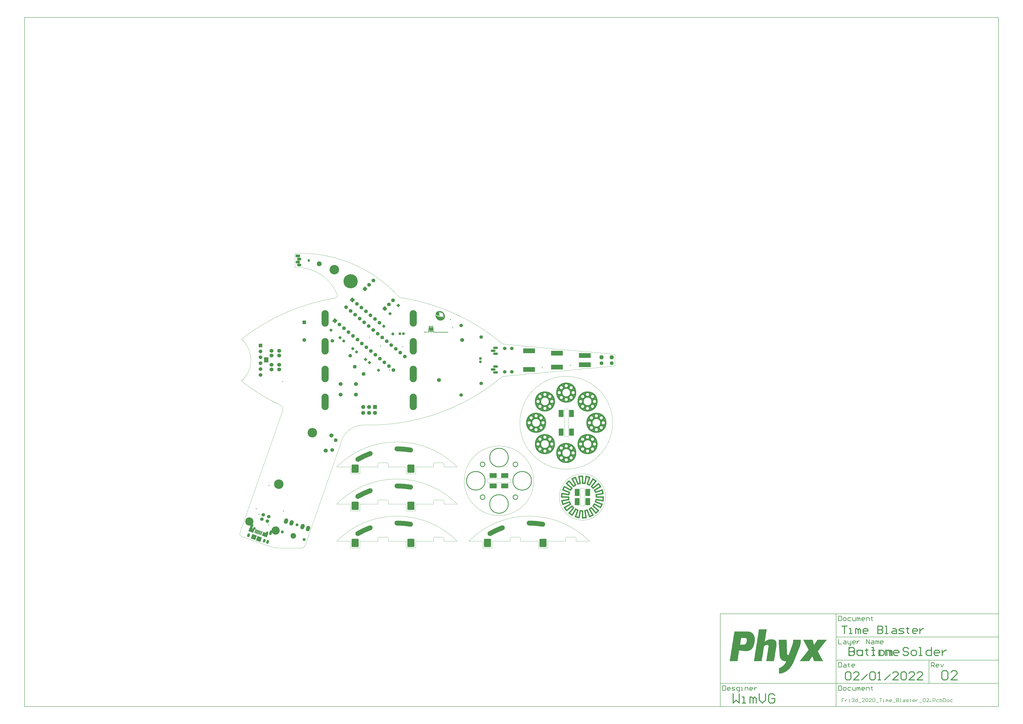
<source format=gbs>
G04*
G04 #@! TF.GenerationSoftware,Altium Limited,Altium Designer,22.0.2 (36)*
G04*
G04 Layer_Color=16711935*
%FSLAX25Y25*%
%MOIN*%
G70*
G04*
G04 #@! TF.SameCoordinates,9300CD48-3008-460F-951F-6CAC255EBD8A*
G04*
G04*
G04 #@! TF.FilePolarity,Negative*
G04*
G01*
G75*
%ADD10C,0.00787*%
%ADD11C,0.00984*%
%ADD17C,0.01575*%
%ADD19C,0.00197*%
%ADD30C,0.02362*%
%ADD32C,0.08268*%
G04:AMPARAMS|DCode=40|XSize=199.21mil|YSize=81.1mil|CornerRadius=5.12mil|HoleSize=0mil|Usage=FLASHONLY|Rotation=0.000|XOffset=0mil|YOffset=0mil|HoleType=Round|Shape=RoundedRectangle|*
%AMROUNDEDRECTD40*
21,1,0.19921,0.07087,0,0,0.0*
21,1,0.18898,0.08110,0,0,0.0*
1,1,0.01024,0.09449,-0.03543*
1,1,0.01024,-0.09449,-0.03543*
1,1,0.01024,-0.09449,0.03543*
1,1,0.01024,0.09449,0.03543*
%
%ADD40ROUNDEDRECTD40*%
G04:AMPARAMS|DCode=42|XSize=141.73mil|YSize=122.05mil|CornerRadius=16.73mil|HoleSize=0mil|Usage=FLASHONLY|Rotation=90.000|XOffset=0mil|YOffset=0mil|HoleType=Round|Shape=RoundedRectangle|*
%AMROUNDEDRECTD42*
21,1,0.14173,0.08858,0,0,90.0*
21,1,0.10827,0.12205,0,0,90.0*
1,1,0.03347,0.04429,0.05413*
1,1,0.03347,0.04429,-0.05413*
1,1,0.03347,-0.04429,-0.05413*
1,1,0.03347,-0.04429,0.05413*
%
%ADD42ROUNDEDRECTD42*%
%ADD43C,0.05906*%
%ADD44C,0.04331*%
G04:AMPARAMS|DCode=45|XSize=43.31mil|YSize=66.93mil|CornerRadius=0mil|HoleSize=0mil|Usage=FLASHONLY|Rotation=341.000|XOffset=0mil|YOffset=0mil|HoleType=Round|Shape=Round|*
%AMOVALD45*
21,1,0.02362,0.04331,0.00000,0.00000,71.0*
1,1,0.04331,-0.00385,-0.01117*
1,1,0.04331,0.00385,0.01117*
%
%ADD45OVALD45*%

G04:AMPARAMS|DCode=46|XSize=43.31mil|YSize=86.61mil|CornerRadius=0mil|HoleSize=0mil|Usage=FLASHONLY|Rotation=341.000|XOffset=0mil|YOffset=0mil|HoleType=Round|Shape=Round|*
%AMOVALD46*
21,1,0.04331,0.04331,0.00000,0.00000,71.0*
1,1,0.04331,-0.00705,-0.02047*
1,1,0.04331,0.00705,0.02047*
%
%ADD46OVALD46*%

G04:AMPARAMS|DCode=47|XSize=64.96mil|YSize=39.37mil|CornerRadius=0mil|HoleSize=0mil|Usage=FLASHONLY|Rotation=251.000|XOffset=0mil|YOffset=0mil|HoleType=Round|Shape=Round|*
%AMOVALD47*
21,1,0.02559,0.03937,0.00000,0.00000,251.0*
1,1,0.03937,0.00417,0.01210*
1,1,0.03937,-0.00417,-0.01210*
%
%ADD47OVALD47*%

%ADD48O,0.08268X0.04331*%
%ADD49O,0.08268X0.04331*%
%ADD50C,0.06299*%
%ADD51P,0.08908X4X365.0*%
%ADD52C,0.16142*%
%ADD53C,0.06693*%
%ADD54C,0.06890*%
%ADD55R,0.06890X0.06890*%
%ADD56C,0.05984*%
%ADD57C,0.13976*%
%ADD58R,0.06299X0.06299*%
%ADD59R,0.06299X0.06299*%
%ADD60C,0.06299*%
%ADD61C,0.06394*%
%ADD62P,0.06125X4X185.0*%
G04:AMPARAMS|DCode=63|XSize=43.31mil|YSize=43.31mil|CornerRadius=11.81mil|HoleSize=0mil|Usage=FLASHONLY|Rotation=140.000|XOffset=0mil|YOffset=0mil|HoleType=Round|Shape=RoundedRectangle|*
%AMROUNDEDRECTD63*
21,1,0.04331,0.01968,0,0,140.0*
21,1,0.01968,0.04331,0,0,140.0*
1,1,0.02362,-0.00121,0.01387*
1,1,0.02362,0.01387,0.00121*
1,1,0.02362,0.00121,-0.01387*
1,1,0.02362,-0.01387,-0.00121*
%
%ADD63ROUNDEDRECTD63*%
%ADD64P,0.08908X4X95.0*%
%ADD65R,0.04331X0.04331*%
G04:AMPARAMS|DCode=66|XSize=43.31mil|YSize=43.31mil|CornerRadius=11.81mil|HoleSize=0mil|Usage=FLASHONLY|Rotation=0.000|XOffset=0mil|YOffset=0mil|HoleType=Round|Shape=RoundedRectangle|*
%AMROUNDEDRECTD66*
21,1,0.04331,0.01968,0,0,0.0*
21,1,0.01968,0.04331,0,0,0.0*
1,1,0.02362,0.00984,-0.00984*
1,1,0.02362,-0.00984,-0.00984*
1,1,0.02362,-0.00984,0.00984*
1,1,0.02362,0.00984,0.00984*
%
%ADD66ROUNDEDRECTD66*%
%ADD67C,0.05118*%
G04:AMPARAMS|DCode=68|XSize=94.49mil|YSize=66.93mil|CornerRadius=0mil|HoleSize=0mil|Usage=FLASHONLY|Rotation=71.000|XOffset=0mil|YOffset=0mil|HoleType=Round|Shape=Round|*
%AMOVALD68*
21,1,0.02756,0.06693,0.00000,0.00000,71.0*
1,1,0.06693,-0.00449,-0.01303*
1,1,0.06693,0.00449,0.01303*
%
%ADD68OVALD68*%

%ADD69C,0.09449*%
G04:AMPARAMS|DCode=70|XSize=43.31mil|YSize=43.31mil|CornerRadius=11.81mil|HoleSize=0mil|Usage=FLASHONLY|Rotation=270.000|XOffset=0mil|YOffset=0mil|HoleType=Round|Shape=RoundedRectangle|*
%AMROUNDEDRECTD70*
21,1,0.04331,0.01968,0,0,270.0*
21,1,0.01968,0.04331,0,0,270.0*
1,1,0.02362,-0.00984,-0.00984*
1,1,0.02362,-0.00984,0.00984*
1,1,0.02362,0.00984,0.00984*
1,1,0.02362,0.00984,-0.00984*
%
%ADD70ROUNDEDRECTD70*%
%ADD71R,0.04331X0.04331*%
%ADD72C,0.07087*%
G04:AMPARAMS|DCode=73|XSize=43.31mil|YSize=43.31mil|CornerRadius=11.81mil|HoleSize=0mil|Usage=FLASHONLY|Rotation=225.000|XOffset=0mil|YOffset=0mil|HoleType=Round|Shape=RoundedRectangle|*
%AMROUNDEDRECTD73*
21,1,0.04331,0.01968,0,0,225.0*
21,1,0.01968,0.04331,0,0,225.0*
1,1,0.02362,-0.01392,0.00000*
1,1,0.02362,0.00000,0.01392*
1,1,0.02362,0.01392,0.00000*
1,1,0.02362,0.00000,-0.01392*
%
%ADD73ROUNDEDRECTD73*%
%ADD74P,0.06125X4X270.0*%
%ADD75O,0.12205X0.27953*%
%ADD76O,0.07480X0.04921*%
G04:AMPARAMS|DCode=77|XSize=49.21mil|YSize=74.8mil|CornerRadius=13.29mil|HoleSize=0mil|Usage=FLASHONLY|Rotation=270.000|XOffset=0mil|YOffset=0mil|HoleType=Round|Shape=RoundedRectangle|*
%AMROUNDEDRECTD77*
21,1,0.04921,0.04823,0,0,270.0*
21,1,0.02264,0.07480,0,0,270.0*
1,1,0.02657,-0.02411,-0.01132*
1,1,0.02657,-0.02411,0.01132*
1,1,0.02657,0.02411,0.01132*
1,1,0.02657,0.02411,-0.01132*
%
%ADD77ROUNDEDRECTD77*%
G04:AMPARAMS|DCode=78|XSize=63.94mil|YSize=63.94mil|CornerRadius=16.97mil|HoleSize=0mil|Usage=FLASHONLY|Rotation=225.000|XOffset=0mil|YOffset=0mil|HoleType=Round|Shape=RoundedRectangle|*
%AMROUNDEDRECTD78*
21,1,0.06394,0.03000,0,0,225.0*
21,1,0.03000,0.06394,0,0,225.0*
1,1,0.03394,-0.02121,0.00000*
1,1,0.03394,0.00000,0.02121*
1,1,0.03394,0.02121,0.00000*
1,1,0.03394,0.00000,-0.02121*
%
%ADD78ROUNDEDRECTD78*%
G04:AMPARAMS|DCode=79|XSize=63.94mil|YSize=63.94mil|CornerRadius=16.97mil|HoleSize=0mil|Usage=FLASHONLY|Rotation=90.000|XOffset=0mil|YOffset=0mil|HoleType=Round|Shape=RoundedRectangle|*
%AMROUNDEDRECTD79*
21,1,0.06394,0.03000,0,0,90.0*
21,1,0.03000,0.06394,0,0,90.0*
1,1,0.03394,0.01500,0.01500*
1,1,0.03394,0.01500,-0.01500*
1,1,0.03394,-0.01500,-0.01500*
1,1,0.03394,-0.01500,0.01500*
%
%ADD79ROUNDEDRECTD79*%
%ADD80C,0.08268*%
%ADD81C,0.24016*%
%ADD82C,0.01575*%
%ADD128R,0.07480X0.08661*%
%ADD129C,0.01378*%
%ADD130C,0.02559*%
G04:AMPARAMS|DCode=131|XSize=120.47mil|YSize=81.1mil|CornerRadius=5.12mil|HoleSize=0mil|Usage=FLASHONLY|Rotation=180.000|XOffset=0mil|YOffset=0mil|HoleType=Round|Shape=RoundedRectangle|*
%AMROUNDEDRECTD131*
21,1,0.12047,0.07087,0,0,180.0*
21,1,0.11024,0.08110,0,0,180.0*
1,1,0.01024,-0.05512,0.03543*
1,1,0.01024,0.05512,0.03543*
1,1,0.01024,0.05512,-0.03543*
1,1,0.01024,-0.05512,-0.03543*
%
%ADD131ROUNDEDRECTD131*%
G04:AMPARAMS|DCode=132|XSize=86.61mil|YSize=66.93mil|CornerRadius=0mil|HoleSize=0mil|Usage=FLASHONLY|Rotation=161.000|XOffset=0mil|YOffset=0mil|HoleType=Round|Shape=Rectangle|*
%AMROTATEDRECTD132*
4,1,4,0.05184,0.01754,0.03005,-0.04574,-0.05184,-0.01754,-0.03005,0.04574,0.05184,0.01754,0.0*
%
%ADD132ROTATEDRECTD132*%

%ADD133P,0.11136X4X206.0*%
G04:AMPARAMS|DCode=134|XSize=19.68mil|YSize=66.93mil|CornerRadius=0mil|HoleSize=0mil|Usage=FLASHONLY|Rotation=341.000|XOffset=0mil|YOffset=0mil|HoleType=Round|Shape=Rectangle|*
%AMROTATEDRECTD134*
4,1,4,-0.02020,-0.02844,0.00159,0.03485,0.02020,0.02844,-0.00159,-0.03485,-0.02020,-0.02844,0.0*
%
%ADD134ROTATEDRECTD134*%

%ADD135R,0.01968X0.04331*%
%ADD136C,0.02362*%
G04:AMPARAMS|DCode=137|XSize=120.47mil|YSize=81.1mil|CornerRadius=5.12mil|HoleSize=0mil|Usage=FLASHONLY|Rotation=90.000|XOffset=0mil|YOffset=0mil|HoleType=Round|Shape=RoundedRectangle|*
%AMROUNDEDRECTD137*
21,1,0.12047,0.07087,0,0,90.0*
21,1,0.11024,0.08110,0,0,90.0*
1,1,0.01024,0.03543,0.05512*
1,1,0.01024,0.03543,-0.05512*
1,1,0.01024,-0.03543,-0.05512*
1,1,0.01024,-0.03543,0.05512*
%
%ADD137ROUNDEDRECTD137*%
G36*
X347077Y402267D02*
X347077Y402267D01*
X347077Y402267D01*
X347093Y402265D01*
X347111Y402263D01*
X347145Y402266D01*
X347145D01*
D01*
D01*
X347214Y402265D01*
X347248Y402262D01*
X347272Y402264D01*
X347282Y402265D01*
X347282D01*
X347282D01*
X347351Y402264D01*
X347351D01*
X347351D01*
X347363Y402263D01*
X347385Y402260D01*
X347419Y402264D01*
X348583Y402253D01*
X348622Y402249D01*
X348647Y402241D01*
X348659Y402238D01*
X348693Y402219D01*
X348722Y402194D01*
X348747Y402164D01*
X348765Y402130D01*
X348772Y402104D01*
X348776Y402093D01*
X348779Y402054D01*
D01*
Y402054D01*
X348779Y401986D01*
X348779Y401986D01*
X348774Y401947D01*
X348763Y401910D01*
D01*
X348763Y401910D01*
X348751Y401888D01*
X348744Y401876D01*
X348744Y401876D01*
X348744Y401876D01*
X348729Y401858D01*
X348719Y401846D01*
X348719Y401846D01*
X348719Y401846D01*
X348705Y401834D01*
X348689Y401822D01*
X348689Y401822D01*
X348689Y401822D01*
X348674Y401814D01*
X348655Y401804D01*
X348655Y401804D01*
X348655D01*
X348650Y401802D01*
X348618Y401793D01*
X348579Y401789D01*
X348579D01*
D01*
D01*
X348522Y401790D01*
X348513Y401779D01*
X348513Y401779D01*
X348513Y401779D01*
X348505Y401773D01*
X348483Y401755D01*
X348483Y401755D01*
X348483Y401755D01*
X348473Y401750D01*
X348449Y401737D01*
X348449Y401737D01*
X348449Y401737D01*
X348436Y401733D01*
X348412Y401726D01*
X348411Y401726D01*
X348411Y401726D01*
X348394Y401724D01*
X348373Y401723D01*
X348373Y401723D01*
X348373Y401723D01*
X348316Y401723D01*
X348307Y401713D01*
X348307Y401713D01*
X348307Y401713D01*
X348284Y401694D01*
X348277Y401688D01*
X348277D01*
X348277Y401688D01*
X348268Y401684D01*
X348265Y401679D01*
X348263Y401675D01*
X348263Y401675D01*
X348263Y401675D01*
X348247Y401655D01*
X348238Y401645D01*
X348238Y401645D01*
X348238Y401645D01*
X348219Y401629D01*
X348208Y401620D01*
X348208Y401620D01*
X348208Y401620D01*
X348199Y401616D01*
X348198Y401615D01*
X348194Y401607D01*
X348194Y401607D01*
X348194Y401607D01*
X348182Y401592D01*
X348169Y401577D01*
X348169Y401577D01*
X348169Y401577D01*
X348139Y401553D01*
X348107Y401536D01*
X348105Y401535D01*
D01*
X348105Y401535D01*
X348082Y401528D01*
X348074Y401505D01*
X348074Y401505D01*
Y401505D01*
X348065Y401488D01*
X348056Y401471D01*
X348056Y401471D01*
X348056Y401471D01*
X348045Y401459D01*
X348031Y401441D01*
X348001Y401417D01*
X348001Y401417D01*
X348001Y401417D01*
X347992Y401412D01*
X347992Y401412D01*
X347987Y401403D01*
X347962Y401373D01*
X347932Y401349D01*
X347923Y401344D01*
X347918Y401335D01*
X347918Y401335D01*
X347918Y401335D01*
X347911Y401327D01*
X347893Y401305D01*
X347863Y401281D01*
X347853Y401276D01*
X347849Y401267D01*
X347824Y401237D01*
X347813Y401229D01*
X347813Y401172D01*
X347809Y401133D01*
X347806Y401125D01*
X347797Y401096D01*
X347778Y401062D01*
X347753Y401033D01*
X347723Y401008D01*
X347714Y401004D01*
X347709Y400995D01*
X347685Y400965D01*
X347654Y400941D01*
X347645Y400936D01*
X347644Y400934D01*
X347640Y400927D01*
X347640Y400927D01*
X347640Y400927D01*
X347624Y400908D01*
X347615Y400897D01*
X347615Y400897D01*
X347615Y400897D01*
X347605Y400888D01*
X347604Y400832D01*
X347604Y400831D01*
X347604Y400831D01*
X347603Y400816D01*
X347600Y400793D01*
X347600Y400793D01*
Y400793D01*
X347598Y400786D01*
X347588Y400756D01*
X347588Y400756D01*
X347588Y400756D01*
X347579Y400738D01*
X347570Y400722D01*
X347570Y400722D01*
X347570Y400722D01*
X347556Y400705D01*
X347545Y400692D01*
X347545Y400692D01*
X347545Y400692D01*
X347534Y400683D01*
X347534Y400627D01*
X347530Y400592D01*
X347533Y400558D01*
D01*
Y400558D01*
X347533Y400490D01*
X347530Y400466D01*
X347529Y400451D01*
X347529Y400451D01*
X347529Y400451D01*
X347520Y400423D01*
X347517Y400414D01*
X347517Y400414D01*
X347517Y400414D01*
X347508Y400397D01*
X347498Y400380D01*
X347498Y400380D01*
X347498Y400380D01*
X347492Y400372D01*
X347474Y400350D01*
X347474Y400350D01*
X347474Y400350D01*
X347463Y400342D01*
X347463Y400285D01*
Y400285D01*
Y400285D01*
X347458Y400246D01*
X347450Y400220D01*
X347447Y400209D01*
X347447Y400209D01*
D01*
X347445Y400206D01*
X347428Y400175D01*
X347403Y400145D01*
X347403Y400145D01*
X347403Y400145D01*
X347393Y400137D01*
X347392Y400080D01*
Y400080D01*
Y400080D01*
X347391Y400068D01*
X347389Y400046D01*
X347391Y400023D01*
X347392Y400011D01*
Y400011D01*
Y400011D01*
X347391Y399943D01*
Y399943D01*
Y399943D01*
X347390Y399931D01*
X347387Y399909D01*
X347388Y399902D01*
X347390Y399874D01*
Y399874D01*
Y399874D01*
Y399874D01*
X347390Y399806D01*
X347386Y399767D01*
X347374Y399730D01*
X347356Y399696D01*
X347331Y399667D01*
X347320Y399658D01*
X347320Y399601D01*
D01*
X347319Y399533D01*
Y399533D01*
Y399533D01*
X347318Y399464D01*
Y399464D01*
Y399464D01*
X347318Y399396D01*
Y399396D01*
X347317Y399327D01*
Y399327D01*
Y399327D01*
X347315Y399309D01*
X347313Y399293D01*
X347315Y399274D01*
X347317Y399259D01*
Y399259D01*
Y399259D01*
X347316Y399190D01*
X347313Y399167D01*
X347312Y399156D01*
X347315Y399122D01*
D01*
Y399122D01*
X347315Y399053D01*
X347312Y399030D01*
X347311Y399019D01*
X347312Y399006D01*
X347314Y398985D01*
Y398985D01*
Y398985D01*
X347313Y398917D01*
Y398916D01*
Y398916D01*
X347312Y398904D01*
X347310Y398882D01*
X347313Y398848D01*
Y398848D01*
D01*
D01*
X347312Y398780D01*
X347312Y398780D01*
X347312Y398779D01*
X347310Y398760D01*
X347309Y398745D01*
X347311Y398718D01*
X347312Y398711D01*
Y398711D01*
D01*
D01*
X347311Y398643D01*
X347307Y398608D01*
X347311Y398574D01*
D01*
Y398574D01*
X347310Y398505D01*
X347308Y398488D01*
X347306Y398471D01*
X347309Y398437D01*
D01*
Y398437D01*
X347309Y398369D01*
Y398369D01*
Y398369D01*
X347308Y398300D01*
D01*
X347308Y398232D01*
D01*
X347307Y398163D01*
Y398163D01*
Y398163D01*
X347306Y398095D01*
X347306Y398095D01*
X347306Y398095D01*
X347306Y398026D01*
Y398026D01*
X347305Y397969D01*
X347316Y397961D01*
X347316Y397960D01*
X347316Y397960D01*
X347326Y397948D01*
X347340Y397930D01*
X347340Y397930D01*
X347340Y397930D01*
X347353Y397906D01*
X347358Y397896D01*
X347358Y397896D01*
X347358Y397896D01*
X347364Y397876D01*
X347369Y397859D01*
X347369Y397859D01*
X347369Y397859D01*
X347371Y397841D01*
X347373Y397820D01*
X347373Y397820D01*
X347373Y397820D01*
X347372Y397752D01*
X347369Y397727D01*
X347368Y397718D01*
X347371Y397683D01*
D01*
Y397683D01*
X347371Y397615D01*
Y397615D01*
Y397615D01*
X347368Y397590D01*
X347367Y397580D01*
X347368Y397565D01*
X347370Y397546D01*
Y397546D01*
Y397546D01*
Y397546D01*
X347370Y397478D01*
Y397478D01*
Y397478D01*
X347368Y397461D01*
X347366Y397443D01*
X347366Y397437D01*
X347369Y397409D01*
Y397409D01*
Y397409D01*
Y397409D01*
X347368Y397341D01*
Y397341D01*
Y397341D01*
X347368Y397272D01*
D01*
X347367Y397215D01*
X347378Y397207D01*
X347378Y397207D01*
X347378Y397207D01*
X347388Y397194D01*
X347402Y397177D01*
X347402Y397177D01*
X347402Y397177D01*
X347415Y397151D01*
X347420Y397142D01*
Y397142D01*
X347420Y397142D01*
X347431Y397105D01*
X347433Y397077D01*
X347434Y397066D01*
Y397066D01*
Y397066D01*
X347434Y396998D01*
Y396998D01*
Y396998D01*
X347431Y396973D01*
X347430Y396964D01*
X347432Y396947D01*
X347433Y396929D01*
Y396929D01*
D01*
D01*
X347433Y396861D01*
Y396861D01*
Y396861D01*
X347432Y396792D01*
D01*
Y396792D01*
X347431Y396735D01*
X347442Y396727D01*
X347442Y396727D01*
X347442Y396727D01*
X347456Y396709D01*
X347466Y396696D01*
X347466Y396696D01*
X347466Y396696D01*
X347478Y396674D01*
X347484Y396662D01*
X347484Y396662D01*
X347484Y396662D01*
X347491Y396639D01*
X347495Y396625D01*
X347495Y396625D01*
X347495Y396625D01*
X347497Y396603D01*
X347499Y396586D01*
Y396586D01*
Y396586D01*
Y396586D01*
X347498Y396518D01*
Y396518D01*
Y396518D01*
X347496Y396500D01*
X347494Y396483D01*
X347496Y396467D01*
X347498Y396449D01*
Y396449D01*
Y396449D01*
Y396449D01*
X347497Y396381D01*
X347497Y396381D01*
X347497Y396381D01*
X347496Y396312D01*
D01*
X347496Y396255D01*
X347506Y396247D01*
X347506Y396247D01*
X347506Y396247D01*
X347518Y396232D01*
X347531Y396217D01*
X347531Y396217D01*
X347531Y396217D01*
X347547Y396186D01*
X347549Y396182D01*
D01*
X347549Y396182D01*
X347559Y396145D01*
X347562Y396116D01*
X347563Y396106D01*
Y396106D01*
D01*
D01*
X347563Y396049D01*
X347568Y396045D01*
X347573Y396041D01*
X347573Y396041D01*
X347573Y396041D01*
X347585Y396026D01*
X347597Y396010D01*
X347597Y396010D01*
X347597Y396010D01*
X347614Y395980D01*
X347615Y395976D01*
D01*
X347615Y395976D01*
X347619Y395964D01*
X347626Y395939D01*
X347630Y395900D01*
Y395900D01*
D01*
D01*
X347629Y395832D01*
Y395832D01*
Y395832D01*
X347627Y395814D01*
X347625Y395798D01*
X347627Y395774D01*
X347628Y395763D01*
Y395763D01*
Y395763D01*
X347628Y395695D01*
Y395695D01*
Y395695D01*
X347626Y395683D01*
X347624Y395661D01*
X347627Y395631D01*
X347627Y395626D01*
X347627Y395569D01*
X347637Y395561D01*
X347661Y395531D01*
X347679Y395496D01*
X347691Y395459D01*
X347694Y395420D01*
X347693Y395363D01*
X347694Y395363D01*
X347704Y395355D01*
X347704Y395355D01*
X347704Y395355D01*
X347728Y395324D01*
X347746Y395290D01*
X347757Y395253D01*
X347760Y395227D01*
X347761Y395214D01*
Y395214D01*
Y395214D01*
X347760Y395146D01*
X347760Y395146D01*
X347760Y395146D01*
X347758Y395128D01*
X347756Y395112D01*
X347758Y395095D01*
X347759Y395077D01*
Y395077D01*
D01*
D01*
X347759Y395009D01*
X347759Y395009D01*
X347759Y395009D01*
X347757Y394994D01*
X347755Y394975D01*
X347756Y394971D01*
X347758Y394940D01*
Y394940D01*
Y394940D01*
X347758Y394883D01*
X347768Y394875D01*
X347768Y394875D01*
X347768Y394875D01*
X347784Y394855D01*
X347793Y394845D01*
X347793Y394845D01*
X347793Y394845D01*
X347808Y394814D01*
X347811Y394810D01*
Y394810D01*
X347811Y394810D01*
X347818Y394783D01*
X347821Y394773D01*
Y394773D01*
X347821Y394773D01*
X347824Y394749D01*
X347825Y394734D01*
Y394734D01*
Y394734D01*
X347824Y394677D01*
X347835Y394669D01*
X347859Y394638D01*
X347877Y394604D01*
X347888Y394567D01*
X347892Y394528D01*
X347891Y394460D01*
X347889Y394437D01*
X347887Y394426D01*
X347889Y394408D01*
X347890Y394391D01*
Y394391D01*
Y394391D01*
Y394391D01*
X347890Y394323D01*
X347890Y394323D01*
X347890Y394323D01*
X347889Y394254D01*
Y394254D01*
X347889Y394186D01*
Y394186D01*
Y394186D01*
X347887Y394167D01*
X347884Y394147D01*
X347884Y394147D01*
Y394147D01*
X347877Y394124D01*
X347873Y394110D01*
X347873Y394110D01*
X347873Y394110D01*
X347863Y394092D01*
X347854Y394076D01*
X347854Y394076D01*
X347854Y394076D01*
X347843Y394063D01*
X347830Y394047D01*
X347830Y394047D01*
X347830Y394047D01*
X347810Y394031D01*
X347799Y394022D01*
X347799Y394022D01*
X347799Y394022D01*
X347769Y394006D01*
X347765Y394004D01*
X347765D01*
X347765Y394004D01*
X347738Y393996D01*
X347728Y393993D01*
X347728D01*
X347728Y393993D01*
X347705Y393991D01*
X347689Y393990D01*
X347689D01*
X347689D01*
X347621Y393990D01*
X347586Y393994D01*
X347567Y393992D01*
X347552Y393991D01*
X347552D01*
X347552D01*
X347484Y393992D01*
X347445Y393996D01*
X347408Y394007D01*
X347396Y394014D01*
X347374Y394026D01*
X347344Y394051D01*
X347336Y394061D01*
X347279Y394062D01*
X347259Y394064D01*
X347245Y394066D01*
X347210Y394062D01*
X347210D01*
D01*
D01*
X347142Y394063D01*
X347103Y394067D01*
X347066Y394079D01*
X347032Y394097D01*
X347003Y394122D01*
X346994Y394133D01*
X346800Y394135D01*
X346766Y394138D01*
X346745Y394137D01*
X346732Y394135D01*
X346732D01*
X346732D01*
X346663Y394136D01*
X346640Y394138D01*
X346625Y394140D01*
X346625Y394140D01*
X346625D01*
X346600Y394148D01*
X346588Y394151D01*
X346588Y394151D01*
X346588Y394151D01*
X346572Y394160D01*
X346554Y394170D01*
X346554Y394170D01*
X346553Y394170D01*
X346544Y394179D01*
X346524Y394195D01*
X346524Y394195D01*
X346524Y394195D01*
X346515Y394206D01*
X346458Y394206D01*
X346440Y394208D01*
X346420Y394210D01*
X346420Y394210D01*
X346420D01*
X346397Y394217D01*
X346383Y394222D01*
X346383Y394222D01*
X346383Y394222D01*
X346353Y394238D01*
X346349Y394240D01*
X346349Y394240D01*
X346349Y394240D01*
X346329Y394257D01*
X346319Y394265D01*
X346319Y394265D01*
X346319Y394265D01*
X346310Y394276D01*
X346116Y394278D01*
X346116D01*
X346116D01*
X346098Y394280D01*
X346078Y394282D01*
X346078Y394282D01*
X346078D01*
X346062Y394287D01*
X346041Y394293D01*
X346041Y394293D01*
X346041D01*
X346035Y394297D01*
X346007Y394312D01*
X346007Y394312D01*
X346007Y394312D01*
X345995Y394322D01*
X345977Y394337D01*
X345977Y394337D01*
X345977Y394337D01*
X345969Y394346D01*
X345969Y394347D01*
X345912Y394348D01*
X345873Y394352D01*
X345836Y394363D01*
X345817Y394374D01*
X345802Y394382D01*
X345772Y394407D01*
Y394407D01*
X345772D01*
X345764Y394418D01*
X345570Y394419D01*
D01*
X345570D01*
X345566Y394420D01*
X345531Y394423D01*
X345506Y394431D01*
X345494Y394435D01*
X345476Y394445D01*
X345460Y394454D01*
X345430Y394478D01*
Y394479D01*
X345430D01*
X345422Y394489D01*
X345365Y394490D01*
X345346Y394492D01*
X345327Y394494D01*
X345326Y394494D01*
X345326D01*
X345296Y394503D01*
X345290Y394505D01*
X345290D01*
X345289Y394505D01*
X345264Y394519D01*
X345255Y394524D01*
X345255Y394524D01*
X345255Y394524D01*
X345238Y394538D01*
X345226Y394549D01*
X345226Y394549D01*
X345226Y394549D01*
X345217Y394559D01*
X345023Y394561D01*
X344985Y394565D01*
X344956Y394574D01*
X344948Y394577D01*
X344948Y394577D01*
X344948Y394577D01*
X344932Y394585D01*
X344914Y394595D01*
X344914Y394595D01*
X344914Y394595D01*
X344904Y394604D01*
X344884Y394620D01*
X344884Y394620D01*
X344884Y394620D01*
X344875Y394631D01*
X344818Y394631D01*
X344818D01*
X344818D01*
X344809Y394632D01*
X344780Y394635D01*
X344743Y394647D01*
X344743Y394647D01*
D01*
X344740Y394649D01*
X344709Y394666D01*
X344679Y394690D01*
X344679Y394690D01*
X344679Y394690D01*
X344674Y394697D01*
X344670Y394701D01*
X344614Y394702D01*
X344614D01*
X344614D01*
X344600Y394703D01*
X344575Y394706D01*
X344538Y394717D01*
X344538Y394717D01*
X344538D01*
X344532Y394721D01*
X344504Y394736D01*
X344504Y394736D01*
X344504D01*
X344499Y394740D01*
X344474Y394761D01*
X344474Y394761D01*
X344474Y394761D01*
X344466Y394771D01*
X344409Y394772D01*
X344385Y394774D01*
X344370Y394776D01*
X344370Y394776D01*
X344370Y394776D01*
X344345Y394784D01*
X344333Y394788D01*
X344333Y394788D01*
X344333Y394788D01*
X344314Y394798D01*
X344299Y394806D01*
X344299Y394806D01*
X344299Y394806D01*
X344283Y394819D01*
X344269Y394831D01*
X344269Y394831D01*
X344269Y394831D01*
X344261Y394842D01*
X344204Y394842D01*
X344204D01*
X344204D01*
X344188Y394844D01*
X344165Y394846D01*
X344165Y394846D01*
X344165D01*
X344162Y394847D01*
X344128Y394858D01*
X344094Y394876D01*
X344094Y394876D01*
X344094Y394876D01*
X344078Y394890D01*
X344064Y394901D01*
X344064Y394901D01*
X344064Y394901D01*
X344056Y394912D01*
X343999Y394912D01*
D01*
X343999D01*
X343995Y394913D01*
X343960Y394917D01*
X343935Y394924D01*
X343923Y394928D01*
X343905Y394938D01*
X343889Y394947D01*
X343860Y394971D01*
Y394971D01*
X343860D01*
X343851Y394982D01*
X343794Y394983D01*
X343756Y394987D01*
X343719Y394998D01*
X343693Y395013D01*
X343685Y395017D01*
X343685Y395017D01*
X343685Y395017D01*
X343670Y395029D01*
X343655Y395042D01*
X343655Y395042D01*
X343655Y395042D01*
X343646Y395052D01*
X343589Y395053D01*
X343551Y395057D01*
X343514Y395069D01*
X343480Y395087D01*
X343450Y395112D01*
X343441Y395123D01*
X343385Y395123D01*
X343384Y395123D01*
X343384Y395123D01*
X343366Y395125D01*
X343346Y395127D01*
X343346Y395127D01*
X343346Y395127D01*
X343334Y395131D01*
X343309Y395139D01*
X343309Y395139D01*
X343309Y395139D01*
X343301Y395143D01*
X343275Y395158D01*
X343275Y395158D01*
X343275Y395158D01*
X343265Y395166D01*
X343245Y395182D01*
X343245Y395182D01*
X343245Y395182D01*
X343237Y395193D01*
X343221Y395213D01*
X343221Y395213D01*
X343221Y395213D01*
X343216Y395222D01*
X343207Y395227D01*
X343207Y395227D01*
X343207Y395227D01*
X343199Y395233D01*
X343177Y395251D01*
X343177Y395251D01*
X343177Y395251D01*
X343169Y395262D01*
X343112Y395263D01*
X343084Y395266D01*
X343073Y395267D01*
X343073D01*
X343073Y395267D01*
X343040Y395277D01*
X343036Y395278D01*
X343036D01*
X343036Y395278D01*
X343019Y395287D01*
X343002Y395297D01*
X343002Y395297D01*
X343002D01*
X342997Y395301D01*
X342972Y395322D01*
X342972Y395322D01*
X342972Y395322D01*
X342949Y395351D01*
X342948Y395352D01*
D01*
X342948Y395352D01*
X342943Y395361D01*
X342934Y395366D01*
X342934Y395366D01*
X342934Y395366D01*
X342915Y395382D01*
X342904Y395391D01*
X342904Y395391D01*
X342904Y395391D01*
X342896Y395401D01*
X342839Y395402D01*
X342800Y395406D01*
X342763Y395418D01*
X342729Y395436D01*
X342700Y395461D01*
X342675Y395491D01*
X342671Y395500D01*
X342662Y395505D01*
X342661Y395505D01*
X342661D01*
X342655Y395511D01*
X342632Y395530D01*
X342632Y395530D01*
X342632Y395530D01*
X342623Y395541D01*
X342566Y395541D01*
X342528Y395545D01*
X342491Y395557D01*
X342457Y395576D01*
X342427Y395601D01*
X342403Y395631D01*
X342399Y395637D01*
X342398Y395640D01*
X342389Y395645D01*
X342389Y395645D01*
X342389Y395645D01*
X342370Y395660D01*
X342359Y395669D01*
X342359Y395669D01*
X342359Y395670D01*
X342349Y395682D01*
X342335Y395700D01*
X342335Y395700D01*
X342335Y395700D01*
X342330Y395709D01*
X342321Y395714D01*
X342291Y395739D01*
X342291Y395739D01*
X342291Y395739D01*
X342286Y395745D01*
X342267Y395769D01*
X342262Y395778D01*
X342253Y395783D01*
X342253Y395783D01*
X342253Y395783D01*
X342241Y395793D01*
X342223Y395808D01*
X342223Y395808D01*
X342223Y395808D01*
X342215Y395818D01*
X342158Y395819D01*
X342158D01*
X342158D01*
X342137Y395821D01*
X342119Y395823D01*
X342119Y395823D01*
X342119D01*
X342103Y395828D01*
X342082Y395834D01*
X342082Y395834D01*
X342082D01*
X342076Y395838D01*
X342048Y395853D01*
X342048Y395853D01*
X342048Y395853D01*
X342036Y395863D01*
X342019Y395878D01*
X342018Y395878D01*
X342018Y395878D01*
X342011Y395888D01*
X341994Y395908D01*
X341989Y395917D01*
X341980Y395922D01*
X341980Y395922D01*
X341980Y395922D01*
X341962Y395937D01*
X341951Y395947D01*
X341951Y395947D01*
X341951Y395947D01*
X341939Y395961D01*
X341926Y395977D01*
X341926Y395977D01*
X341926Y395977D01*
X341921Y395986D01*
X341913Y395991D01*
X341913Y395991D01*
X341913Y395991D01*
X341894Y396007D01*
X341883Y396016D01*
X341883Y396016D01*
X341883Y396016D01*
X341859Y396045D01*
X341858Y396046D01*
D01*
X341858Y396046D01*
X341854Y396055D01*
X341845Y396060D01*
X341845Y396060D01*
X341845Y396060D01*
X341836Y396068D01*
X341815Y396085D01*
X341815Y396085D01*
X341815Y396085D01*
X341812Y396089D01*
X341791Y396115D01*
X341786Y396124D01*
X341777Y396129D01*
X341777Y396129D01*
X341777Y396129D01*
X341768Y396137D01*
X341747Y396154D01*
X341747Y396154D01*
X341747Y396154D01*
X341742Y396160D01*
X341723Y396184D01*
X341723Y396184D01*
X341723Y396184D01*
X341718Y396194D01*
X341709Y396198D01*
X341709Y396198D01*
X341709Y396198D01*
X341691Y396214D01*
X341679Y396223D01*
X341679Y396223D01*
X341679Y396223D01*
X341667Y396238D01*
X341655Y396253D01*
X341655Y396253D01*
X341655Y396253D01*
X341650Y396263D01*
X341641Y396268D01*
X341611Y396292D01*
X341587Y396323D01*
X341582Y396332D01*
X341573Y396337D01*
X341573Y396337D01*
X341573Y396337D01*
X341557Y396350D01*
X341543Y396361D01*
X341543Y396361D01*
X341543Y396361D01*
X341530Y396378D01*
X341519Y396392D01*
X341519Y396392D01*
X341519Y396392D01*
X341507Y396415D01*
X341501Y396426D01*
X341501Y396426D01*
X341501Y396426D01*
X341494Y396450D01*
X341490Y396463D01*
Y396463D01*
X341490Y396463D01*
X341488Y396485D01*
X341487Y396502D01*
Y396502D01*
Y396502D01*
Y396502D01*
X341487Y396559D01*
X341477Y396568D01*
X341477Y396568D01*
X341477Y396568D01*
X341458Y396591D01*
X341452Y396598D01*
Y396598D01*
X341452Y396598D01*
X341447Y396607D01*
X341439Y396612D01*
X341439Y396612D01*
X341438Y396612D01*
X341425Y396623D01*
X341409Y396637D01*
X341409Y396637D01*
X341409Y396637D01*
X341393Y396656D01*
X341384Y396667D01*
X341384Y396667D01*
X341384Y396667D01*
X341369Y396697D01*
X341366Y396701D01*
Y396701D01*
X341366Y396701D01*
X341359Y396728D01*
X341355Y396738D01*
Y396738D01*
X341355Y396738D01*
X341353Y396761D01*
X341352Y396777D01*
Y396777D01*
Y396777D01*
X341353Y396834D01*
X341342Y396843D01*
X341318Y396873D01*
X341300Y396907D01*
X341289Y396944D01*
X341285Y396983D01*
X341286Y397052D01*
Y397052D01*
Y397052D01*
X341288Y397074D01*
X341290Y397085D01*
X341288Y397107D01*
X341286Y397120D01*
X341286Y397120D01*
X341286Y397120D01*
X341287Y397188D01*
X341290Y397213D01*
X341291Y397223D01*
X341288Y397257D01*
X341288Y397325D01*
Y397325D01*
Y397325D01*
X341289Y397394D01*
Y397394D01*
Y397394D01*
X341289Y397462D01*
X341292Y397487D01*
X341293Y397497D01*
X341292Y397510D01*
X341290Y397531D01*
Y397531D01*
Y397531D01*
X341291Y397599D01*
Y397599D01*
Y397599D01*
X341295Y397638D01*
X341303Y397664D01*
X341306Y397675D01*
X341306Y397675D01*
D01*
X341308Y397678D01*
X341325Y397709D01*
X341350Y397739D01*
X341350Y397739D01*
X341350Y397739D01*
X341360Y397747D01*
X341361Y397804D01*
X341365Y397843D01*
X341377Y397880D01*
X341395Y397914D01*
X341420Y397943D01*
X341426Y397948D01*
X341431Y397952D01*
X341431Y398009D01*
Y398009D01*
Y398009D01*
X341433Y398021D01*
X341435Y398047D01*
X341447Y398084D01*
Y398084D01*
X341447Y398084D01*
X341462Y398113D01*
X341465Y398118D01*
X341465Y398118D01*
X341465Y398119D01*
X341481Y398138D01*
X341490Y398148D01*
X341490Y398148D01*
X341490Y398148D01*
X341501Y398157D01*
X341501Y398214D01*
Y398214D01*
Y398214D01*
X341504Y398232D01*
X341506Y398252D01*
X341506Y398252D01*
Y398252D01*
X341509Y398262D01*
X341517Y398289D01*
X341517Y398289D01*
Y398289D01*
X341522Y398298D01*
X341536Y398323D01*
X341536Y398323D01*
X341536Y398323D01*
X341543Y398332D01*
X341561Y398353D01*
X341561Y398353D01*
X341561Y398353D01*
X341565Y398356D01*
X341571Y398362D01*
X341572Y398419D01*
Y398419D01*
Y398419D01*
X341573Y398428D01*
X341576Y398457D01*
X341587Y398494D01*
X341587Y398494D01*
D01*
X341589Y398497D01*
X341606Y398528D01*
X341631Y398558D01*
X341631Y398558D01*
X341631Y398558D01*
X341643Y398567D01*
X341643Y398568D01*
X341644Y398580D01*
X341646Y398594D01*
X341646Y398594D01*
Y398594D01*
X341653Y398618D01*
X341657Y398630D01*
X341657Y398631D01*
X341657Y398631D01*
X341671Y398655D01*
X341676Y398665D01*
X341676Y398665D01*
X341676Y398665D01*
X341692Y398684D01*
X341701Y398694D01*
X341701Y398694D01*
X341701Y398694D01*
X341712Y398704D01*
X341713Y398709D01*
X341715Y398730D01*
X341715Y398730D01*
Y398730D01*
X341722Y398753D01*
X341727Y398767D01*
X341727Y398767D01*
X341727Y398767D01*
X341737Y398785D01*
X341745Y398801D01*
X341745Y398801D01*
X341745Y398801D01*
X341757Y398815D01*
X341770Y398831D01*
X341770Y398831D01*
X341770Y398831D01*
X341781Y398839D01*
X341781Y398896D01*
X341784Y398920D01*
X341786Y398935D01*
X341786Y398935D01*
X341786Y398935D01*
X341793Y398959D01*
X341797Y398972D01*
X341797Y398972D01*
X341797Y398972D01*
X341808Y398991D01*
X341816Y399006D01*
X341816Y399006D01*
X341816Y399006D01*
X341829Y399022D01*
X341841Y399036D01*
X341841Y399036D01*
X341841Y399036D01*
X341851Y399044D01*
X341852Y399101D01*
X341856Y399140D01*
X341867Y399177D01*
X341879Y399199D01*
X341886Y399211D01*
X341894Y399220D01*
X341911Y399240D01*
X341931Y399257D01*
X341941Y399265D01*
X341950Y399270D01*
X341952Y399272D01*
X341955Y399278D01*
X341955Y399278D01*
X341955Y399278D01*
X341971Y399297D01*
X341980Y399308D01*
X341980Y399308D01*
X341980Y399308D01*
X342009Y399332D01*
X342010Y399333D01*
D01*
X342010Y399333D01*
X342019Y399337D01*
X342024Y399346D01*
X342049Y399376D01*
X342049Y399376D01*
X342049Y399376D01*
X342061Y399386D01*
X342062Y399396D01*
X342064Y399412D01*
X342064Y399412D01*
X342064Y399412D01*
X342071Y399435D01*
X342075Y399449D01*
X342075Y399449D01*
X342075Y399449D01*
X342086Y399468D01*
X342094Y399483D01*
X342094Y399483D01*
X342094Y399483D01*
X342107Y399499D01*
X342119Y399513D01*
X342119Y399513D01*
X342119Y399513D01*
X342130Y399522D01*
X342133Y399548D01*
X342145Y399585D01*
D01*
X342145Y399585D01*
X342153Y399599D01*
X342163Y399619D01*
X342188Y399649D01*
X342188Y399649D01*
X342188Y399649D01*
X342218Y399673D01*
X342228Y399678D01*
X342229Y399681D01*
X342233Y399687D01*
X342233Y399687D01*
X342233Y399687D01*
X342248Y399705D01*
X342257Y399717D01*
X342257Y399717D01*
X342257Y399717D01*
X342269Y399726D01*
X342288Y399741D01*
X342297Y399746D01*
X342302Y399755D01*
X342326Y399785D01*
X342338Y399794D01*
X342339Y399799D01*
X342341Y399820D01*
X342341Y399820D01*
Y399820D01*
X342344Y399828D01*
X342353Y399857D01*
X342371Y399891D01*
X342371Y399891D01*
X342371Y399891D01*
X342388Y399911D01*
X342396Y399921D01*
X342396Y399921D01*
X342396Y399921D01*
X342408Y399931D01*
X342409Y399940D01*
X342411Y399957D01*
X342411Y399957D01*
Y399957D01*
X342417Y399977D01*
X342422Y399994D01*
X342422Y399994D01*
X342422Y399994D01*
X342431Y400010D01*
X342441Y400028D01*
X342441Y400028D01*
X342441Y400028D01*
X342449Y400038D01*
X342466Y400057D01*
X342466Y400057D01*
X342466Y400057D01*
X342489Y400076D01*
X342496Y400082D01*
X342496D01*
X342496Y400082D01*
X342505Y400086D01*
X342510Y400096D01*
X342510Y400096D01*
X342510Y400096D01*
X342517Y400104D01*
X342535Y400125D01*
X342565Y400150D01*
X342565Y400150D01*
X342565Y400150D01*
X342574Y400154D01*
X342579Y400163D01*
X342579Y400163D01*
X342579Y400163D01*
X342593Y400180D01*
X342604Y400193D01*
X342604Y400193D01*
X342604Y400193D01*
X342617Y400203D01*
X342634Y400217D01*
X342634Y400217D01*
X342634Y400217D01*
X342643Y400222D01*
X342648Y400231D01*
X342673Y400261D01*
X342703Y400285D01*
X342712Y400290D01*
X342714Y400293D01*
X342717Y400299D01*
X342717Y400299D01*
X342717Y400299D01*
X342733Y400318D01*
X342742Y400329D01*
X342742Y400329D01*
X342742Y400329D01*
X342772Y400353D01*
X342781Y400358D01*
X342786Y400367D01*
X342807Y400391D01*
X342811Y400397D01*
X342811Y400397D01*
X342811Y400397D01*
X342842Y400421D01*
X342850Y400426D01*
X342856Y400435D01*
X342872Y400455D01*
X342880Y400465D01*
X342880Y400465D01*
X342880Y400465D01*
X342892Y400474D01*
X342911Y400489D01*
X342920Y400494D01*
X342924Y400503D01*
X342941Y400523D01*
X342949Y400532D01*
X342949Y400532D01*
X342949Y400532D01*
X342961Y400542D01*
X342980Y400557D01*
X342983Y400559D01*
X342989Y400562D01*
X342994Y400571D01*
X342994Y400571D01*
Y400571D01*
X342999Y400577D01*
X343018Y400600D01*
X343019Y400600D01*
X343019Y400600D01*
X343032Y400611D01*
X343049Y400625D01*
X343049Y400625D01*
X343049Y400625D01*
X343058Y400630D01*
X343061Y400635D01*
X343063Y400638D01*
X343063Y400638D01*
X343063Y400639D01*
X343079Y400658D01*
X343088Y400668D01*
X343088Y400668D01*
X343088Y400668D01*
X343107Y400684D01*
X343118Y400693D01*
X343118Y400693D01*
X343118Y400693D01*
X343127Y400697D01*
X343132Y400706D01*
X343132Y400706D01*
X343132Y400706D01*
X343140Y400716D01*
X343157Y400736D01*
X343157Y400736D01*
X343157Y400736D01*
X343180Y400755D01*
X343187Y400760D01*
X343187D01*
X343187Y400761D01*
X343196Y400765D01*
X343201Y400774D01*
X343201Y400774D01*
X343201Y400774D01*
X343212Y400788D01*
X343226Y400804D01*
X343226Y400804D01*
X343226Y400804D01*
X343245Y400820D01*
X343256Y400828D01*
X343256Y400828D01*
X343256Y400828D01*
X343265Y400833D01*
X343270Y400842D01*
X343295Y400872D01*
X343325Y400896D01*
X343325Y400896D01*
X343325Y400896D01*
X343334Y400901D01*
X343336Y400904D01*
X343339Y400910D01*
X343339Y400910D01*
X343339Y400910D01*
X343355Y400929D01*
X343364Y400940D01*
X343364Y400940D01*
X343364Y400940D01*
X343393Y400963D01*
X343394Y400964D01*
D01*
X343394Y400964D01*
X343403Y400969D01*
X343408Y400978D01*
X343433Y401008D01*
X343433Y401008D01*
X343433Y401008D01*
X343445Y401017D01*
X343463Y401032D01*
X343472Y401037D01*
X343473Y401039D01*
X343477Y401046D01*
X343477Y401046D01*
X343477Y401046D01*
X343493Y401065D01*
X343502Y401076D01*
X343502Y401076D01*
X343502Y401076D01*
X343520Y401090D01*
X343532Y401100D01*
X343532Y401100D01*
X343532Y401100D01*
X343541Y401105D01*
X343546Y401114D01*
X343566Y401138D01*
X343571Y401144D01*
X343571D01*
Y401144D01*
X343601Y401168D01*
X343618Y401176D01*
X343636Y401186D01*
X343673Y401197D01*
X343711Y401200D01*
X343711D01*
X343711D01*
X343768Y401200D01*
X343777Y401210D01*
X343777Y401210D01*
X343777Y401210D01*
X343806Y401234D01*
X343807Y401234D01*
D01*
X343807Y401234D01*
X343816Y401239D01*
X343821Y401248D01*
X343821Y401248D01*
X343821Y401248D01*
X343826Y401254D01*
X343846Y401278D01*
X343876Y401302D01*
X343911Y401320D01*
X343911Y401320D01*
X343911Y401320D01*
X343931Y401326D01*
X343948Y401331D01*
X343948D01*
X343948Y401331D01*
X343969Y401333D01*
X343987Y401335D01*
X343987D01*
D01*
D01*
X344043Y401334D01*
X344052Y401345D01*
X344052Y401345D01*
X344052Y401345D01*
X344065Y401355D01*
X344082Y401369D01*
X344082Y401369D01*
X344082Y401369D01*
X344092Y401374D01*
X344096Y401383D01*
X344096Y401383D01*
X344096Y401383D01*
X344105Y401393D01*
X344121Y401413D01*
X344121Y401413D01*
X344121Y401413D01*
X344145Y401432D01*
X344151Y401437D01*
X344151D01*
X344152Y401437D01*
X344161Y401442D01*
X344165Y401451D01*
X344185Y401475D01*
X344190Y401480D01*
X344190D01*
Y401480D01*
X344221Y401505D01*
X344237Y401513D01*
X344255Y401523D01*
X344292Y401534D01*
X344331Y401537D01*
X344331D01*
X344331D01*
X344388Y401537D01*
X344396Y401547D01*
X344427Y401572D01*
X344436Y401576D01*
X344441Y401585D01*
X344465Y401615D01*
X344465D01*
Y401615D01*
X344496Y401639D01*
X344530Y401657D01*
X344556Y401665D01*
X344567Y401668D01*
X344606Y401672D01*
X344606D01*
D01*
D01*
X344663Y401671D01*
X344672Y401682D01*
X344672D01*
Y401682D01*
X344677Y401686D01*
X344702Y401706D01*
X344736Y401724D01*
X344773Y401735D01*
X344812Y401739D01*
D01*
X344812D01*
X344869Y401738D01*
X344878Y401748D01*
X344878Y401748D01*
X344878Y401748D01*
X344908Y401773D01*
X344917Y401778D01*
X344922Y401787D01*
X344947Y401816D01*
X344977Y401841D01*
X345011Y401859D01*
X345048Y401870D01*
X345087Y401873D01*
X345156Y401872D01*
X345176Y401870D01*
X345190Y401869D01*
X345217Y401871D01*
X345224Y401872D01*
X345224D01*
D01*
D01*
X345281Y401871D01*
X345290Y401882D01*
X345290Y401882D01*
X345290Y401882D01*
X345301Y401891D01*
X345320Y401906D01*
X345329Y401911D01*
X345334Y401920D01*
X345334Y401920D01*
X345334Y401920D01*
X345345Y401934D01*
X345359Y401950D01*
X345359Y401950D01*
X345359Y401950D01*
X345378Y401965D01*
X345389Y401974D01*
X345389Y401974D01*
X345389Y401974D01*
X345419Y401990D01*
X345423Y401992D01*
X345423D01*
X345423Y401992D01*
X345450Y402000D01*
X345460Y402003D01*
X345460D01*
X345461Y402003D01*
X345485Y402005D01*
X345499Y402006D01*
X345499D01*
X345499D01*
X345568Y402006D01*
X345568D01*
X345568D01*
X345579Y402005D01*
X345602Y402002D01*
X345615Y402003D01*
X345636Y402005D01*
X345636D01*
X345636D01*
X345693Y402005D01*
X345702Y402015D01*
X345702Y402015D01*
X345702Y402015D01*
X345715Y402026D01*
X345732Y402039D01*
X345732Y402039D01*
X345732Y402039D01*
X345766Y402058D01*
X345795Y402066D01*
X345803Y402068D01*
X345803D01*
X345803Y402068D01*
X345825Y402070D01*
X345842Y402072D01*
X345842D01*
D01*
D01*
X345899Y402071D01*
X345908Y402082D01*
X345938Y402106D01*
X345972Y402124D01*
X345972Y402124D01*
X345972D01*
X346010Y402135D01*
X346038Y402138D01*
X346048Y402139D01*
X346048D01*
X346048D01*
X346117Y402138D01*
X346137Y402136D01*
X346151Y402134D01*
X346185Y402137D01*
D01*
X346185D01*
X346516Y402135D01*
X346525Y402145D01*
X346555Y402169D01*
X346589Y402187D01*
X346626Y402198D01*
X346665Y402202D01*
D01*
X346665D01*
X346733Y402201D01*
X346746Y402200D01*
X346768Y402197D01*
X346802Y402201D01*
X346802D01*
D01*
D01*
X346859Y402200D01*
X346868Y402210D01*
X346898Y402235D01*
X346932Y402253D01*
X346969Y402264D01*
X347008Y402267D01*
X347077Y402267D01*
D02*
G37*
G36*
X349608Y402039D02*
X349642Y402035D01*
X349677Y402038D01*
X349677D01*
X349677D01*
X349745Y402038D01*
X349745D01*
X349745D01*
X349784Y402034D01*
X349810Y402025D01*
X349821Y402022D01*
X349821Y402022D01*
D01*
X349824Y402020D01*
X349855Y402003D01*
X349885Y401979D01*
X349885Y401979D01*
X349885Y401979D01*
X349893Y401968D01*
X350087Y401966D01*
X350119Y401963D01*
X350121Y401963D01*
X350143Y401965D01*
X350156Y401966D01*
X350156D01*
X350156D01*
X350224Y401965D01*
X350261Y401961D01*
X350263Y401961D01*
D01*
X350263Y401961D01*
X350292Y401952D01*
X350300Y401949D01*
X350300Y401949D01*
X350300Y401949D01*
X350318Y401939D01*
X350334Y401931D01*
X350334Y401931D01*
X350334Y401931D01*
X350347Y401919D01*
X350363Y401906D01*
X350363Y401906D01*
X350363Y401906D01*
X350372Y401895D01*
X350429Y401895D01*
X350446Y401893D01*
X350467Y401891D01*
X350468Y401891D01*
X350468D01*
X350505Y401879D01*
X350539Y401861D01*
X350561Y401842D01*
X350568Y401836D01*
X350568Y401836D01*
X350568Y401836D01*
X350577Y401825D01*
X350634Y401825D01*
X350666Y401821D01*
X350668Y401821D01*
X350692Y401823D01*
X350702Y401824D01*
X350702D01*
X350702D01*
X350771Y401823D01*
X350809Y401819D01*
X350836Y401811D01*
X350846Y401808D01*
X350846Y401808D01*
D01*
X350850Y401806D01*
X350880Y401789D01*
X350910Y401764D01*
X350910Y401764D01*
X350910Y401764D01*
X350919Y401754D01*
X350976Y401753D01*
X350976Y401753D01*
X350976Y401753D01*
X350991Y401752D01*
X351014Y401749D01*
X351014Y401749D01*
X351014D01*
X351023Y401746D01*
X351051Y401737D01*
X351051Y401737D01*
X351051Y401737D01*
X351067Y401728D01*
X351085Y401719D01*
X351085Y401719D01*
X351085Y401719D01*
X351101Y401706D01*
X351115Y401694D01*
X351115Y401694D01*
X351115Y401694D01*
X351124Y401683D01*
X351181Y401683D01*
X351219Y401679D01*
X351248Y401670D01*
X351256Y401667D01*
X351256Y401667D01*
X351256Y401667D01*
X351290Y401649D01*
X351312Y401630D01*
X351320Y401624D01*
X351320Y401624D01*
X351320Y401624D01*
X351337Y401602D01*
X351344Y401594D01*
Y401594D01*
X351344Y401593D01*
X351349Y401584D01*
X351358Y401580D01*
X351358Y401580D01*
X351358Y401580D01*
X351377Y401564D01*
X351388Y401555D01*
X351388Y401555D01*
X351388Y401555D01*
X351396Y401544D01*
X351453Y401544D01*
X351453D01*
X351453D01*
X351471Y401542D01*
X351492Y401539D01*
X351492Y401539D01*
X351492D01*
X351501Y401537D01*
X351529Y401528D01*
X351529Y401528D01*
X351529D01*
X351537Y401523D01*
X351563Y401509D01*
X351563Y401509D01*
X351563Y401509D01*
X351576Y401498D01*
X351593Y401484D01*
X351593Y401484D01*
X351593Y401484D01*
X351601Y401474D01*
X351658Y401473D01*
X351658D01*
X351658D01*
X351683Y401471D01*
X351697Y401469D01*
X351697Y401469D01*
X351697D01*
X351721Y401461D01*
X351734Y401458D01*
X351734Y401458D01*
X351734Y401458D01*
X351746Y401451D01*
X351768Y401439D01*
X351768Y401439D01*
X351768D01*
X351774Y401434D01*
X351797Y401414D01*
X351797Y401414D01*
X351797Y401414D01*
X351808Y401401D01*
X351822Y401384D01*
X351822Y401384D01*
X351822Y401384D01*
X351827Y401375D01*
X351835Y401370D01*
X351836Y401370D01*
X351836Y401370D01*
X351846Y401361D01*
X351865Y401345D01*
X351865Y401345D01*
X351865Y401345D01*
X351874Y401334D01*
X351931Y401334D01*
X351969Y401330D01*
X351978Y401327D01*
X352006Y401318D01*
X352028Y401306D01*
X352040Y401300D01*
X352065Y401279D01*
X352070Y401275D01*
Y401275D01*
X352070D01*
X352079Y401264D01*
X352136Y401264D01*
X352136D01*
X352136D01*
X352161Y401261D01*
X352174Y401260D01*
X352174Y401260D01*
X352174D01*
X352188Y401255D01*
X352211Y401248D01*
X352245Y401229D01*
X352245Y401229D01*
X352245D01*
X352248Y401227D01*
X352275Y401204D01*
X352299Y401174D01*
X352304Y401165D01*
X352313Y401160D01*
X352313Y401160D01*
X352313Y401160D01*
X352333Y401144D01*
X352343Y401135D01*
X352343Y401135D01*
X352343Y401135D01*
X352359Y401116D01*
X352367Y401105D01*
X352367Y401105D01*
X352367Y401105D01*
X352372Y401096D01*
X352381Y401091D01*
X352381Y401091D01*
X352381Y401091D01*
X352400Y401075D01*
X352411Y401066D01*
X352411Y401066D01*
X352411Y401066D01*
X352419Y401056D01*
X352476Y401055D01*
X352496Y401053D01*
X352515Y401051D01*
X352515Y401051D01*
X352515Y401051D01*
X352547Y401041D01*
X352552Y401040D01*
X352552D01*
X352552Y401040D01*
X352577Y401026D01*
X352586Y401021D01*
X352586Y401021D01*
X352586Y401021D01*
X352603Y401006D01*
X352615Y400996D01*
X352615Y400996D01*
X352616Y400996D01*
X352627Y400982D01*
X352640Y400966D01*
X352640Y400966D01*
X352640Y400966D01*
X352645Y400957D01*
X352654Y400952D01*
X352674Y400935D01*
X352683Y400927D01*
X352683Y400927D01*
X352683Y400927D01*
X352708Y400897D01*
X352713Y400888D01*
X352714Y400887D01*
X352722Y400883D01*
X352722Y400883D01*
X352722Y400883D01*
X352741Y400867D01*
X352751Y400858D01*
X352751Y400858D01*
X352751Y400858D01*
X352760Y400847D01*
X352817Y400847D01*
X352855Y400843D01*
X352884Y400834D01*
X352892Y400831D01*
X352892Y400831D01*
X352892Y400831D01*
X352926Y400812D01*
X352948Y400794D01*
X352956Y400788D01*
X352956Y400788D01*
X352956Y400788D01*
X352974Y400766D01*
X352980Y400758D01*
Y400758D01*
X352980Y400758D01*
X352985Y400748D01*
X352994Y400743D01*
X353014Y400727D01*
X353024Y400719D01*
X353024Y400719D01*
X353024Y400719D01*
X353048Y400688D01*
X353053Y400679D01*
X353062Y400674D01*
X353062Y400674D01*
X353062Y400674D01*
X353078Y400661D01*
X353092Y400649D01*
X353092Y400649D01*
X353092Y400649D01*
X353106Y400632D01*
X353116Y400619D01*
X353116Y400619D01*
X353116Y400619D01*
X353121Y400610D01*
X353130Y400605D01*
X353130Y400605D01*
X353130Y400605D01*
X353135Y400601D01*
X353160Y400580D01*
X353168Y400570D01*
X353225Y400569D01*
X353253Y400566D01*
X353264Y400565D01*
X353264D01*
X353264Y400565D01*
X353297Y400555D01*
X353301Y400554D01*
X353301D01*
X353301Y400554D01*
X353329Y400538D01*
X353335Y400535D01*
X353335Y400535D01*
X353335Y400535D01*
X353352Y400520D01*
X353365Y400510D01*
X353365Y400510D01*
X353365Y400510D01*
X353376Y400495D01*
X353389Y400480D01*
X353389Y400480D01*
X353389Y400480D01*
X353394Y400471D01*
X353403Y400466D01*
X353433Y400441D01*
X353457Y400411D01*
X353462Y400402D01*
X353471Y400397D01*
X353501Y400372D01*
X353525Y400342D01*
X353530Y400333D01*
X353538Y400328D01*
X353568Y400303D01*
X353568Y400303D01*
X353568Y400303D01*
X353593Y400273D01*
X353597Y400264D01*
X353599Y400263D01*
X353606Y400259D01*
X353606Y400259D01*
X353607Y400259D01*
X353625Y400243D01*
X353636Y400234D01*
X353636Y400234D01*
X353636Y400234D01*
X353647Y400221D01*
X353660Y400204D01*
X353660Y400204D01*
X353661Y400204D01*
X353665Y400195D01*
X353668Y400193D01*
X353674Y400190D01*
X353674Y400190D01*
X353674Y400190D01*
X353693Y400174D01*
X353704Y400165D01*
X353704Y400165D01*
X353704Y400165D01*
X353714Y400153D01*
X353720Y400152D01*
X353740Y400150D01*
X353740Y400150D01*
X353740Y400150D01*
X353754Y400146D01*
X353777Y400139D01*
X353777Y400139D01*
X353777Y400139D01*
X353789Y400132D01*
X353811Y400120D01*
X353811Y400120D01*
X353811Y400120D01*
X353824Y400109D01*
X353840Y400095D01*
X353840Y400095D01*
X353841Y400095D01*
X353852Y400081D01*
X353865Y400065D01*
X353865Y400065D01*
X353865Y400065D01*
X353874Y400047D01*
X353883Y400031D01*
X353883Y400031D01*
X353883Y400030D01*
X353887Y400016D01*
X353905Y400015D01*
X353928Y400013D01*
X353944Y400011D01*
X353944Y400011D01*
X353944D01*
X353969Y400004D01*
X353981Y400000D01*
X353981Y400000D01*
X353981Y400000D01*
X354006Y399986D01*
X354015Y399981D01*
X354015Y399981D01*
X354015Y399981D01*
X354034Y399965D01*
X354045Y399956D01*
X354045Y399956D01*
X354045Y399956D01*
X354055Y399943D01*
X354069Y399926D01*
X354069Y399926D01*
X354069Y399926D01*
X354087Y399892D01*
X354094Y399869D01*
X354104Y399865D01*
X354117Y399862D01*
X354117Y399862D01*
X354117Y399862D01*
X354141Y399848D01*
X354151Y399843D01*
X354151Y399843D01*
X354151Y399843D01*
X354170Y399827D01*
X354180Y399818D01*
X354180Y399818D01*
X354180Y399818D01*
X354191Y399805D01*
X354205Y399788D01*
X354205Y399788D01*
X354205Y399788D01*
X354223Y399754D01*
X354229Y399731D01*
X354248Y399725D01*
X354252Y399724D01*
X354252D01*
X354252Y399723D01*
X354270Y399714D01*
X354286Y399705D01*
X354287Y399705D01*
X354287D01*
X354293Y399700D01*
X354316Y399680D01*
X354316Y399680D01*
X354316Y399680D01*
X354327Y399667D01*
X354341Y399650D01*
X354341Y399650D01*
X354341Y399650D01*
X354347Y399637D01*
X354359Y399616D01*
X354359Y399616D01*
X354359Y399615D01*
X354363Y399600D01*
X354365Y399592D01*
X354388Y399585D01*
X354422Y399567D01*
X354422Y399567D01*
X354422Y399567D01*
X354439Y399553D01*
X354452Y399542D01*
X354452Y399542D01*
X354452Y399542D01*
X354461Y399531D01*
X354476Y399512D01*
X354476Y399512D01*
X354476Y399512D01*
X354482Y399500D01*
X354494Y399477D01*
X354494Y399477D01*
X354494Y399477D01*
X354499Y399460D01*
X354501Y399454D01*
X354524Y399447D01*
D01*
X354524Y399447D01*
X354546Y399435D01*
X354558Y399429D01*
X354558Y399429D01*
X354558Y399429D01*
X354576Y399414D01*
X354588Y399404D01*
X354588Y399404D01*
X354588Y399404D01*
X354599Y399389D01*
X354612Y399374D01*
X354612Y399374D01*
X354612Y399374D01*
X354620Y399359D01*
X354630Y399339D01*
X354630Y399339D01*
Y399339D01*
X354631Y399335D01*
X354637Y399316D01*
X354660Y399309D01*
X354694Y399290D01*
X354724Y399266D01*
X354748Y399235D01*
X354766Y399201D01*
X354777Y399164D01*
X354779Y399138D01*
X354785Y399132D01*
X354791Y399128D01*
X354791Y399128D01*
X354791Y399128D01*
X354802Y399113D01*
X354815Y399098D01*
X354815Y399098D01*
X354815Y399098D01*
X354831Y399067D01*
X354833Y399063D01*
D01*
X354833Y399063D01*
X354838Y399048D01*
X354844Y399026D01*
X354846Y399000D01*
X354858Y398991D01*
X354858Y398991D01*
X354858Y398990D01*
X354875Y398970D01*
X354882Y398960D01*
X354882Y398960D01*
X354882Y398960D01*
X354887Y398951D01*
X354896Y398946D01*
X354926Y398921D01*
X354950Y398891D01*
X354955Y398882D01*
X354964Y398877D01*
X354984Y398861D01*
X354994Y398852D01*
X354994Y398852D01*
X354994Y398852D01*
X355018Y398822D01*
X355023Y398813D01*
X355031Y398808D01*
X355032Y398808D01*
X355062Y398783D01*
X355086Y398753D01*
X355091Y398744D01*
X355091Y398744D01*
X355100Y398739D01*
X355100Y398739D01*
X355100Y398739D01*
X355117Y398725D01*
X355130Y398714D01*
X355130Y398714D01*
X355130Y398714D01*
X355142Y398699D01*
X355154Y398684D01*
X355154Y398684D01*
X355154Y398684D01*
X355159Y398675D01*
X355168Y398670D01*
X355168Y398670D01*
X355168Y398670D01*
X355187Y398654D01*
X355197Y398645D01*
X355197Y398645D01*
X355197Y398645D01*
X355208Y398632D01*
X355222Y398615D01*
X355222Y398615D01*
X355222Y398615D01*
X355240Y398581D01*
X355251Y398543D01*
X355253Y398513D01*
X355254Y398505D01*
Y398505D01*
D01*
D01*
X355254Y398448D01*
X355264Y398439D01*
X355264Y398439D01*
X355264Y398439D01*
X355276Y398425D01*
X355289Y398409D01*
X355289Y398409D01*
X355289Y398409D01*
X355293Y398400D01*
X355302Y398395D01*
X355327Y398374D01*
X355332Y398370D01*
X355332Y398370D01*
X355332Y398370D01*
X355344Y398355D01*
X355356Y398340D01*
X355356Y398340D01*
X355356Y398340D01*
X355361Y398331D01*
X355370Y398326D01*
X355400Y398301D01*
X355400Y398301D01*
X355400Y398301D01*
X355409Y398289D01*
X355424Y398271D01*
X355426Y398267D01*
X355429Y398262D01*
X355431Y398260D01*
X355438Y398257D01*
X355448Y398248D01*
X355468Y398232D01*
X355492Y398202D01*
X355492Y398202D01*
X355492Y398201D01*
X355497Y398193D01*
X355500Y398191D01*
X355506Y398187D01*
X355506Y398187D01*
X355506Y398187D01*
X355536Y398163D01*
X355552Y398143D01*
X355560Y398132D01*
X355578Y398098D01*
D01*
X355578Y398098D01*
X355589Y398061D01*
X355591Y398035D01*
X355603Y398025D01*
X355603Y398025D01*
X355603Y398025D01*
X355617Y398007D01*
X355627Y397995D01*
X355627Y397995D01*
X355627Y397995D01*
X355640Y397971D01*
X355645Y397961D01*
X355645Y397961D01*
X355645Y397961D01*
X355651Y397941D01*
X355656Y397923D01*
X355656Y397923D01*
X355656Y397923D01*
X355658Y397905D01*
X355659Y397897D01*
X355661Y397896D01*
X355670Y397888D01*
X355670Y397888D01*
X355670Y397888D01*
X355695Y397857D01*
X355699Y397848D01*
X355708Y397843D01*
X355708Y397843D01*
X355708Y397843D01*
X355722Y397832D01*
X355738Y397819D01*
X355738Y397818D01*
X355738Y397818D01*
X355754Y397799D01*
X355762Y397788D01*
X355763Y397788D01*
X355763Y397788D01*
X355778Y397758D01*
X355780Y397754D01*
Y397754D01*
X355781Y397754D01*
X355788Y397727D01*
X355791Y397717D01*
Y397717D01*
X355791Y397717D01*
X355793Y397694D01*
X355795Y397678D01*
Y397678D01*
Y397678D01*
X355794Y397621D01*
X355795Y397621D01*
X355805Y397613D01*
X355805Y397613D01*
X355805Y397613D01*
X355814Y397601D01*
X355829Y397582D01*
X355831Y397579D01*
X355834Y397573D01*
X355843Y397568D01*
X355843Y397568D01*
X355843Y397568D01*
X355849Y397564D01*
X355873Y397543D01*
X355873Y397543D01*
X355873Y397543D01*
X355879Y397535D01*
X355897Y397513D01*
X355897Y397513D01*
X355897Y397513D01*
X355902Y397504D01*
X355911Y397499D01*
X355911Y397499D01*
X355911Y397499D01*
X355925Y397488D01*
X355941Y397474D01*
X355941Y397474D01*
X355941Y397474D01*
X355951Y397462D01*
X355965Y397444D01*
X355965Y397444D01*
X355965Y397444D01*
X355977Y397422D01*
X355983Y397410D01*
Y397410D01*
X355983Y397410D01*
X355992Y397379D01*
X355994Y397373D01*
Y397373D01*
X355994Y397373D01*
X355996Y397348D01*
X355997Y397334D01*
Y397334D01*
Y397334D01*
Y397334D01*
X355997Y397277D01*
X356004Y397271D01*
X356007Y397268D01*
X356032Y397238D01*
X356036Y397229D01*
X356045Y397224D01*
X356075Y397199D01*
X356075Y397199D01*
X356075Y397199D01*
X356085Y397187D01*
X356099Y397169D01*
X356101Y397166D01*
X356118Y397135D01*
X356127Y397103D01*
X356128Y397097D01*
Y397097D01*
X356128Y397097D01*
X356131Y397070D01*
X356132Y397059D01*
Y397059D01*
Y397059D01*
X356131Y397002D01*
X356142Y396993D01*
X356142Y396993D01*
X356142Y396993D01*
X356165Y396964D01*
X356166Y396963D01*
D01*
X356166Y396963D01*
X356171Y396954D01*
X356180Y396949D01*
X356210Y396924D01*
X356210Y396924D01*
X356210Y396924D01*
X356219Y396912D01*
X356234Y396894D01*
X356252Y396860D01*
D01*
X356252Y396860D01*
X356263Y396822D01*
X356266Y396791D01*
X356266Y396784D01*
Y396784D01*
D01*
D01*
X356266Y396727D01*
X356276Y396718D01*
X356276Y396718D01*
X356276Y396718D01*
X356295Y396695D01*
X356301Y396688D01*
Y396688D01*
X356301Y396688D01*
X356306Y396679D01*
X356315Y396674D01*
X356344Y396649D01*
X356369Y396619D01*
X356387Y396584D01*
X356398Y396547D01*
X356401Y396509D01*
X356400Y396452D01*
X356411Y396443D01*
X356411Y396443D01*
X356411Y396443D01*
X356421Y396431D01*
X356435Y396413D01*
X356435Y396413D01*
X356435Y396413D01*
X356440Y396404D01*
X356449Y396399D01*
X356473Y396378D01*
X356479Y396374D01*
X356479Y396374D01*
X356479Y396374D01*
X356491Y396359D01*
X356503Y396344D01*
X356503Y396344D01*
X356503Y396344D01*
X356519Y396313D01*
X356521Y396309D01*
D01*
X356521Y396309D01*
X356526Y396294D01*
X356532Y396272D01*
X356536Y396234D01*
Y396234D01*
D01*
D01*
X356535Y396177D01*
X356545Y396168D01*
X356570Y396138D01*
X356588Y396103D01*
X356599Y396066D01*
X356602Y396027D01*
D01*
Y396027D01*
X356602Y395959D01*
D01*
Y395959D01*
X356601Y395891D01*
X356601Y395890D01*
X356597Y395852D01*
X356585Y395815D01*
X356575Y395796D01*
X356567Y395781D01*
X356542Y395751D01*
X356542D01*
Y395751D01*
X356512Y395727D01*
X356495Y395718D01*
X356477Y395709D01*
X356440Y395698D01*
X356402Y395694D01*
D01*
X356402D01*
X356330Y395695D01*
X356336Y395690D01*
X356336Y395690D01*
X356336Y395690D01*
X356360Y395660D01*
X356371Y395638D01*
X356378Y395626D01*
X356378Y395626D01*
Y395626D01*
X356380Y395621D01*
X356389Y395588D01*
X356393Y395550D01*
Y395550D01*
D01*
D01*
X356392Y395493D01*
X356403Y395484D01*
X356403Y395484D01*
X356403Y395484D01*
X356414Y395470D01*
X356427Y395454D01*
X356427Y395454D01*
X356427Y395454D01*
X356432Y395445D01*
X356441Y395440D01*
X356441Y395440D01*
X356441Y395440D01*
X356451Y395431D01*
X356470Y395415D01*
X356470Y395415D01*
X356470Y395415D01*
X356489Y395392D01*
X356495Y395385D01*
Y395385D01*
X356495Y395385D01*
X356506Y395364D01*
X356513Y395351D01*
X356513Y395351D01*
X356513Y395351D01*
X356517Y395335D01*
X356524Y395313D01*
Y395313D01*
X356524Y395313D01*
X356525Y395294D01*
X356527Y395275D01*
Y395275D01*
D01*
D01*
X356527Y395218D01*
X356537Y395209D01*
X356561Y395179D01*
X356566Y395170D01*
X356575Y395165D01*
X356575Y395165D01*
X356575Y395165D01*
X356595Y395149D01*
X356605Y395140D01*
X356605Y395140D01*
X356605Y395140D01*
X356621Y395120D01*
X356629Y395110D01*
X356629Y395110D01*
X356629Y395110D01*
X356639Y395092D01*
X356647Y395075D01*
X356647Y395075D01*
X356647Y395075D01*
X356651Y395063D01*
X356658Y395038D01*
X356658Y395038D01*
Y395038D01*
X356659Y395027D01*
X356662Y395000D01*
Y395000D01*
Y395000D01*
Y395000D01*
X356661Y394943D01*
X356672Y394934D01*
X356672Y394934D01*
X356672Y394934D01*
X356691Y394911D01*
X356696Y394904D01*
Y394904D01*
X356696Y394904D01*
X356707Y394883D01*
X356714Y394869D01*
X356714Y394869D01*
X356714Y394869D01*
X356719Y394854D01*
X356725Y394832D01*
Y394832D01*
X356725Y394832D01*
X356727Y394813D01*
X356729Y394794D01*
Y394794D01*
D01*
D01*
X356728Y394737D01*
X356738Y394728D01*
X356763Y394698D01*
X356763Y394698D01*
X356763Y394698D01*
X356770Y394683D01*
X356781Y394663D01*
X356781Y394663D01*
Y394663D01*
X356782Y394659D01*
X356792Y394626D01*
X356795Y394588D01*
Y394588D01*
Y394588D01*
X356795Y394531D01*
X356805Y394522D01*
X356805Y394522D01*
X356805Y394522D01*
X356829Y394492D01*
X356847Y394457D01*
X356857Y394425D01*
X356858Y394420D01*
Y394420D01*
X356858Y394420D01*
X356861Y394395D01*
X356862Y394382D01*
Y394382D01*
Y394382D01*
X356861Y394325D01*
X356872Y394316D01*
X356872Y394316D01*
X356872Y394316D01*
X356882Y394303D01*
X356896Y394286D01*
X356896Y394286D01*
X356896Y394286D01*
X356903Y394273D01*
X356914Y394251D01*
X356914Y394251D01*
X356914Y394251D01*
X356920Y394232D01*
X356925Y394214D01*
Y394214D01*
X356925Y394214D01*
X356927Y394193D01*
X356928Y394176D01*
Y394176D01*
D01*
D01*
X356928Y394119D01*
X356939Y394110D01*
X356939Y394110D01*
X356939Y394110D01*
X356949Y394097D01*
X356963Y394080D01*
X356963Y394080D01*
X356963Y394080D01*
X356970Y394067D01*
X356981Y394045D01*
X356981Y394045D01*
X356981Y394045D01*
X356987Y394026D01*
X356992Y394008D01*
Y394008D01*
X356992Y394008D01*
X356994Y393987D01*
X356995Y393969D01*
Y393969D01*
D01*
D01*
X356995Y393901D01*
X356992Y393878D01*
X356991Y393867D01*
X356992Y393852D01*
X356994Y393833D01*
Y393832D01*
Y393832D01*
Y393832D01*
X356993Y393764D01*
X356993Y393696D01*
Y393696D01*
Y393696D01*
X356992Y393639D01*
X357003Y393630D01*
X357003Y393630D01*
X357003Y393630D01*
X357013Y393617D01*
X357027Y393600D01*
X357027Y393600D01*
X357027Y393600D01*
X357034Y393587D01*
X357045Y393565D01*
X357045Y393565D01*
X357045Y393565D01*
X357050Y393550D01*
X357056Y393528D01*
Y393528D01*
X357056Y393528D01*
X357058Y393510D01*
X357060Y393490D01*
Y393490D01*
Y393490D01*
X357059Y393421D01*
X357055Y393387D01*
X357057Y393362D01*
X357058Y393353D01*
Y393353D01*
D01*
D01*
X357058Y393284D01*
X357054Y393254D01*
X357054Y393250D01*
X357055Y393236D01*
X357057Y393216D01*
Y393216D01*
Y393216D01*
X357056Y393147D01*
D01*
X357056Y393079D01*
D01*
Y393079D01*
X357055Y393010D01*
Y393010D01*
Y393010D01*
X357052Y392976D01*
X357054Y392949D01*
X357055Y392942D01*
Y392942D01*
D01*
D01*
X357054Y392873D01*
D01*
X357053Y392805D01*
D01*
Y392805D01*
X357053Y392736D01*
Y392736D01*
Y392736D01*
X357051Y392719D01*
X357049Y392702D01*
X357049Y392699D01*
X357052Y392668D01*
Y392668D01*
Y392668D01*
X357052Y392599D01*
X357050Y392580D01*
X357048Y392565D01*
X357049Y392550D01*
X357051Y392531D01*
Y392531D01*
Y392531D01*
Y392531D01*
X357050Y392462D01*
Y392462D01*
Y392462D01*
X357049Y392452D01*
X357047Y392428D01*
X357049Y392401D01*
X357050Y392394D01*
Y392394D01*
D01*
D01*
X357049Y392325D01*
X357048Y392308D01*
X357045Y392287D01*
X357045Y392287D01*
Y392287D01*
X357038Y392264D01*
X357034Y392250D01*
X357034Y392250D01*
X357034Y392250D01*
X357021Y392227D01*
X357015Y392216D01*
X357015Y392216D01*
X357015Y392216D01*
X356999Y392197D01*
X356990Y392186D01*
X356990Y392186D01*
X356990Y392186D01*
X356980Y392178D01*
X356979Y392121D01*
Y392121D01*
X356979Y392052D01*
X356979Y392052D01*
X356979Y392052D01*
X356978Y391984D01*
X356975Y391960D01*
X356974Y391945D01*
X356974Y391945D01*
X356974Y391945D01*
X356966Y391920D01*
X356962Y391908D01*
X356962Y391908D01*
X356962Y391908D01*
X356951Y391888D01*
X356944Y391874D01*
X356944Y391874D01*
X356943Y391874D01*
X356930Y391858D01*
X356919Y391844D01*
X356919Y391844D01*
X356919Y391844D01*
X356908Y391836D01*
X356908Y391779D01*
X356908Y391779D01*
X356908Y391779D01*
X356907Y391710D01*
Y391710D01*
X356906Y391642D01*
X356903Y391608D01*
X356904Y391591D01*
X356906Y391573D01*
Y391573D01*
D01*
D01*
X356905Y391505D01*
X356901Y391466D01*
X356890Y391429D01*
X356871Y391395D01*
X356846Y391366D01*
X356835Y391357D01*
X356835Y391300D01*
X356832Y391275D01*
X356831Y391262D01*
X356831Y391262D01*
Y391261D01*
X356821Y391229D01*
X356819Y391225D01*
Y391225D01*
X356819Y391224D01*
X356804Y391196D01*
X356801Y391190D01*
X356801Y391190D01*
X356801Y391190D01*
X356785Y391171D01*
X356776Y391161D01*
X356776Y391161D01*
X356776Y391161D01*
X356765Y391152D01*
X356765Y391095D01*
Y391095D01*
Y391095D01*
X356763Y391077D01*
X356761Y391061D01*
X356764Y391027D01*
D01*
Y391027D01*
X356764Y390958D01*
X356762Y390946D01*
X356759Y390920D01*
X356748Y390883D01*
D01*
X356748Y390883D01*
X356736Y390861D01*
X356729Y390849D01*
X356729Y390849D01*
X356729Y390849D01*
X356714Y390831D01*
X356704Y390819D01*
X356704Y390819D01*
X356704Y390819D01*
X356693Y390809D01*
X356692Y390806D01*
X356690Y390783D01*
X356690Y390783D01*
Y390783D01*
X356687Y390775D01*
X356678Y390746D01*
X356678Y390746D01*
X356678Y390746D01*
X356669Y390730D01*
X356660Y390712D01*
X356660Y390712D01*
X356660Y390712D01*
X356646Y390696D01*
X356635Y390683D01*
X356635Y390683D01*
X356635Y390682D01*
X356623Y390673D01*
X356621Y390651D01*
X356622Y390634D01*
X356624Y390617D01*
Y390617D01*
D01*
D01*
X356623Y390549D01*
X356619Y390510D01*
X356608Y390475D01*
X356607Y390473D01*
D01*
X356607Y390473D01*
X356589Y390439D01*
X356572Y390419D01*
X356564Y390409D01*
X356564Y390409D01*
X356564Y390409D01*
X356552Y390400D01*
X356551Y390394D01*
X356549Y390374D01*
X356549Y390374D01*
Y390374D01*
X356543Y390355D01*
X356538Y390337D01*
X356538Y390337D01*
X356538Y390337D01*
X356521Y390306D01*
X356519Y390303D01*
X356519Y390303D01*
X356519Y390302D01*
X356503Y390283D01*
X356494Y390273D01*
X356494Y390273D01*
X356494Y390273D01*
X356482Y390263D01*
X356480Y390242D01*
X356482Y390215D01*
X356483Y390207D01*
Y390207D01*
D01*
D01*
X356482Y390139D01*
Y390139D01*
Y390139D01*
X356478Y390100D01*
X356470Y390074D01*
X356467Y390063D01*
X356467Y390063D01*
D01*
X356465Y390060D01*
X356448Y390029D01*
X356423Y390000D01*
X356423Y390000D01*
X356423Y389999D01*
X356417Y389994D01*
X356393Y389975D01*
X356384Y389970D01*
X356379Y389961D01*
X356379Y389961D01*
X356379Y389961D01*
X356370Y389950D01*
X356354Y389932D01*
X356354Y389932D01*
X356354Y389932D01*
X356346Y389925D01*
X356344Y389923D01*
X356343Y389866D01*
X356343Y389866D01*
X356343Y389866D01*
X356341Y389851D01*
X356339Y389828D01*
X356339Y389827D01*
Y389827D01*
X356337Y389820D01*
X356327Y389791D01*
X356327Y389791D01*
X356327Y389791D01*
X356317Y389773D01*
X356309Y389757D01*
X356309Y389756D01*
X356309Y389756D01*
X356298Y389744D01*
X356284Y389727D01*
X356284Y389727D01*
X356284Y389727D01*
X356272Y389717D01*
X356254Y389703D01*
X356254Y389702D01*
X356254Y389702D01*
X356244Y389698D01*
X356240Y389689D01*
X356240Y389689D01*
X356240Y389689D01*
X356226Y389673D01*
X356215Y389659D01*
X356215Y389659D01*
X356215Y389659D01*
X356204Y389650D01*
X356204Y389593D01*
Y389593D01*
Y389593D01*
X356202Y389582D01*
X356200Y389555D01*
X356188Y389518D01*
X356173Y389491D01*
X356169Y389484D01*
X356153Y389464D01*
X356144Y389454D01*
X356144Y389454D01*
X356144Y389454D01*
X356130Y389442D01*
X356114Y389430D01*
X356114Y389430D01*
X356114Y389430D01*
X356105Y389425D01*
X356100Y389416D01*
X356076Y389386D01*
X356076Y389386D01*
X356076Y389386D01*
X356065Y389378D01*
X356064Y389321D01*
Y389321D01*
Y389321D01*
X356063Y389310D01*
X356060Y389282D01*
X356049Y389245D01*
D01*
X356049Y389245D01*
X356037Y389224D01*
X356030Y389211D01*
X356030Y389211D01*
X356030Y389211D01*
X356015Y389193D01*
X356005Y389181D01*
X356005Y389181D01*
X356005Y389181D01*
X355991Y389170D01*
X355975Y389157D01*
X355975Y389157D01*
X355975Y389157D01*
X355966Y389152D01*
X355963Y389147D01*
X355961Y389143D01*
X355961Y389143D01*
X355961Y389143D01*
X355945Y389124D01*
X355936Y389113D01*
X355936Y389113D01*
X355936Y389113D01*
X355917Y389098D01*
X355906Y389089D01*
X355906Y389089D01*
X355906Y389089D01*
X355897Y389084D01*
X355892Y389075D01*
X355867Y389046D01*
X355867Y389046D01*
X355867Y389046D01*
X355855Y389036D01*
X355855Y389031D01*
X355852Y389010D01*
X355852Y389010D01*
X355852Y389010D01*
X355848Y388995D01*
X355841Y388973D01*
X355841Y388973D01*
X355841Y388973D01*
X355832Y388956D01*
X355822Y388939D01*
X355822Y388939D01*
X355822Y388939D01*
X355811Y388925D01*
X355797Y388909D01*
X355797Y388909D01*
X355797Y388909D01*
X355787Y388901D01*
X355785Y388900D01*
X355783Y388874D01*
X355774Y388847D01*
X355771Y388837D01*
X355771Y388837D01*
D01*
X355753Y388803D01*
X355736Y388783D01*
X355728Y388773D01*
X355728Y388773D01*
X355728Y388773D01*
X355716Y388763D01*
X355697Y388749D01*
X355694Y388747D01*
X355688Y388744D01*
X355683Y388735D01*
X355683Y388735D01*
X355683Y388735D01*
X355675Y388725D01*
X355659Y388705D01*
X355659Y388705D01*
X355659Y388705D01*
X355635Y388686D01*
X355628Y388681D01*
X355628D01*
X355628Y388681D01*
X355619Y388676D01*
X355614Y388667D01*
X355614Y388667D01*
X355614Y388667D01*
X355602Y388652D01*
X355590Y388637D01*
X355590Y388637D01*
X355590Y388637D01*
X355577Y388627D01*
X355559Y388613D01*
X355559Y388613D01*
X355559Y388613D01*
X355550Y388608D01*
X355545Y388599D01*
X355545Y388599D01*
X355545Y388599D01*
X355532Y388583D01*
X355520Y388569D01*
X355520Y388569D01*
X355520Y388569D01*
X355510Y388561D01*
X355509Y388504D01*
X355509Y388504D01*
X355505Y388465D01*
X355494Y388430D01*
X355494Y388428D01*
D01*
X355494Y388428D01*
X355475Y388394D01*
X355455Y388370D01*
X355450Y388364D01*
X355450Y388364D01*
X355450Y388364D01*
X355420Y388340D01*
X355387Y388323D01*
X355386Y388322D01*
D01*
X355386Y388322D01*
X355374Y388318D01*
X355363Y388315D01*
X355360Y388306D01*
X355356Y388292D01*
X355356Y388292D01*
X355356Y388292D01*
X355346Y388274D01*
X355337Y388258D01*
X355337Y388258D01*
X355337Y388258D01*
X355326Y388245D01*
X355312Y388229D01*
X355312Y388229D01*
X355312Y388229D01*
X355293Y388213D01*
X355282Y388204D01*
X355282Y388204D01*
X355282Y388204D01*
X355273Y388199D01*
X355268Y388191D01*
X355243Y388161D01*
X355243Y388161D01*
X355243Y388161D01*
X355213Y388136D01*
X355204Y388132D01*
X355199Y388123D01*
X355174Y388093D01*
X355174Y388093D01*
X355174Y388093D01*
X355144Y388069D01*
X355135Y388064D01*
X355130Y388055D01*
X355130Y388055D01*
X355130Y388055D01*
X355114Y388036D01*
X355105Y388025D01*
X355105Y388025D01*
X355105Y388025D01*
X355091Y388014D01*
X355075Y388001D01*
X355075Y388001D01*
X355075Y388001D01*
X355065Y387996D01*
X355061Y387987D01*
X355061Y387987D01*
X355061Y387987D01*
X355051Y387976D01*
X355036Y387957D01*
X355036Y387957D01*
X355036Y387957D01*
X355020Y387944D01*
X355006Y387933D01*
X355006Y387933D01*
X355006Y387933D01*
X354996Y387928D01*
X354992Y387919D01*
X354991Y387919D01*
X354991Y387919D01*
X354980Y387905D01*
X354967Y387889D01*
X354967Y387889D01*
X354967Y387889D01*
X354954Y387879D01*
X354936Y387865D01*
X354936Y387865D01*
X354936Y387865D01*
X354927Y387860D01*
X354926Y387857D01*
X354922Y387851D01*
X354898Y387821D01*
X354867Y387797D01*
X354858Y387792D01*
X354853Y387783D01*
X354853Y387783D01*
X354853Y387783D01*
X354837Y387764D01*
X354829Y387753D01*
X354829Y387753D01*
X354829Y387753D01*
X354805Y387735D01*
X354798Y387729D01*
X354798D01*
X354798Y387729D01*
X354789Y387724D01*
X354784Y387715D01*
X354784Y387715D01*
X354784Y387715D01*
X354769Y387697D01*
X354760Y387686D01*
X354760Y387686D01*
X354760Y387686D01*
X354745Y387674D01*
X354729Y387661D01*
X354729Y387661D01*
X354729Y387661D01*
X354720Y387656D01*
X354715Y387648D01*
X354715Y387647D01*
X354715Y387647D01*
X354704Y387634D01*
X354690Y387618D01*
X354690Y387618D01*
X354690Y387618D01*
X354678Y387608D01*
X354660Y387593D01*
X354660Y387593D01*
X354660Y387593D01*
X354651Y387589D01*
X354646Y387579D01*
X354646Y387579D01*
X354646Y387579D01*
X354638Y387569D01*
X354621Y387550D01*
X354621Y387550D01*
X354621Y387550D01*
X354598Y387531D01*
X354591Y387525D01*
X354591D01*
X354591Y387525D01*
X354582Y387521D01*
X354577Y387512D01*
X354577Y387512D01*
X354577Y387512D01*
X354562Y387494D01*
X354552Y387482D01*
X354552Y387482D01*
X354552Y387482D01*
X354538Y387470D01*
X354522Y387458D01*
X354522Y387458D01*
X354522Y387458D01*
X354513Y387453D01*
X354508Y387444D01*
X354508Y387444D01*
Y387444D01*
X354503Y387438D01*
X354483Y387414D01*
X354483Y387414D01*
X354483Y387414D01*
X354470Y387403D01*
X354453Y387390D01*
X354453Y387390D01*
X354453Y387390D01*
X354444Y387385D01*
X354419Y387372D01*
X354418Y387372D01*
X354418Y387372D01*
X354410Y387369D01*
X354396Y387365D01*
X354388Y387342D01*
D01*
X354388Y387342D01*
X354377Y387320D01*
X354370Y387308D01*
X354370Y387308D01*
X354370Y387308D01*
X354357Y387293D01*
X354345Y387278D01*
X354345Y387278D01*
X354345Y387278D01*
X354327Y387264D01*
X354315Y387254D01*
X354315Y387254D01*
X354315Y387254D01*
X354286Y387239D01*
X354280Y387236D01*
D01*
X354280Y387236D01*
X354250Y387227D01*
X354243Y387225D01*
X354243D01*
X354243Y387225D01*
X354218Y387223D01*
X354205Y387222D01*
X354205D01*
D01*
D01*
X354148Y387222D01*
X354139Y387212D01*
X354139Y387212D01*
X354139Y387211D01*
X354123Y387198D01*
X354109Y387187D01*
X354109Y387187D01*
X354109Y387187D01*
X354100Y387182D01*
X354095Y387174D01*
X354095Y387173D01*
X354095Y387173D01*
X354080Y387155D01*
X354070Y387144D01*
X354070Y387144D01*
X354070Y387144D01*
X354055Y387132D01*
X354040Y387119D01*
X354040Y387119D01*
X354040Y387119D01*
X354030Y387115D01*
X354026Y387106D01*
X354009Y387086D01*
X354001Y387076D01*
X354001Y387076D01*
X354001Y387076D01*
X353971Y387052D01*
X353961Y387047D01*
X353957Y387038D01*
X353957Y387038D01*
X353957Y387038D01*
X353941Y387019D01*
X353932Y387008D01*
X353932Y387008D01*
X353932Y387008D01*
X353912Y386992D01*
X353902Y386984D01*
X353902Y386984D01*
X353901Y386984D01*
X353886Y386976D01*
X353867Y386966D01*
X353867Y386966D01*
X353867Y386966D01*
X353860Y386964D01*
X353830Y386955D01*
X353830Y386955D01*
X353830D01*
X353822Y386954D01*
X353791Y386951D01*
X353791D01*
X353791D01*
X353791D01*
X353734Y386952D01*
X353726Y386941D01*
X353726Y386941D01*
X353726Y386941D01*
X353696Y386917D01*
X353686Y386912D01*
X353681Y386903D01*
X353681Y386903D01*
X353681Y386903D01*
X353666Y386884D01*
X353657Y386873D01*
X353657Y386873D01*
X353657Y386873D01*
X353637Y386858D01*
X353626Y386849D01*
X353626Y386849D01*
X353626Y386849D01*
X353611Y386841D01*
X353592Y386831D01*
X353592Y386831D01*
X353592Y386831D01*
X353585Y386829D01*
X353555Y386820D01*
X353555Y386820D01*
X353555D01*
X353547Y386819D01*
X353529Y386818D01*
X353519Y386806D01*
X353519Y386806D01*
X353519Y386806D01*
X353513Y386801D01*
X353489Y386782D01*
X353454Y386764D01*
X353454Y386764D01*
X353454D01*
X353417Y386753D01*
X353391Y386751D01*
X353381Y386739D01*
X353381Y386739D01*
X353381Y386739D01*
X353370Y386729D01*
X353351Y386714D01*
X353342Y386710D01*
X353337Y386701D01*
X353337Y386701D01*
X353337Y386701D01*
X353324Y386685D01*
X353312Y386671D01*
X353312Y386671D01*
X353312Y386671D01*
X353294Y386656D01*
X353282Y386647D01*
X353282Y386647D01*
X353282Y386647D01*
X353258Y386634D01*
X353248Y386629D01*
X353248Y386629D01*
X353248Y386629D01*
X353228Y386623D01*
X353211Y386618D01*
X353211Y386618D01*
X353211Y386618D01*
X353193Y386616D01*
X353172Y386614D01*
X353172Y386614D01*
X353172Y386614D01*
X353115Y386615D01*
X353106Y386604D01*
X353106Y386604D01*
X353106Y386604D01*
X353087Y386589D01*
X353076Y386580D01*
X353076Y386580D01*
X353076Y386580D01*
X353058Y386570D01*
X353042Y386562D01*
X353042Y386562D01*
X353042Y386562D01*
X353031Y386559D01*
X353005Y386551D01*
X353005Y386551D01*
X353005D01*
X352997Y386550D01*
X352966Y386547D01*
X352966D01*
X352966D01*
X352966D01*
X352909Y386548D01*
X352900Y386538D01*
X352900Y386538D01*
X352900Y386538D01*
X352888Y386528D01*
X352870Y386513D01*
X352861Y386508D01*
X352856Y386499D01*
X352856Y386499D01*
Y386499D01*
X352851Y386493D01*
X352831Y386470D01*
X352831Y386470D01*
X352831Y386470D01*
X352818Y386459D01*
X352801Y386445D01*
X352801Y386445D01*
X352801Y386445D01*
X352792Y386441D01*
X352767Y386427D01*
X352767Y386427D01*
X352767Y386427D01*
X352758Y386425D01*
X352730Y386416D01*
X352730D01*
X352729Y386416D01*
X352712Y386415D01*
X352691Y386413D01*
X352691D01*
X352691D01*
X352691D01*
X352554Y386414D01*
X352554D01*
X352554D01*
X352535Y386416D01*
X352515Y386418D01*
X352515Y386418D01*
X352515D01*
X352502Y386422D01*
X352478Y386430D01*
X352478Y386430D01*
X352478D01*
X352470Y386434D01*
X352444Y386448D01*
X352444Y386448D01*
X352444Y386449D01*
X352435Y386456D01*
X352414Y386473D01*
X352414Y386473D01*
X352414Y386473D01*
X352410Y386479D01*
X352390Y386503D01*
X352390Y386504D01*
X352390Y386504D01*
X352383Y386518D01*
X352372Y386538D01*
X352372Y386538D01*
X352372Y386538D01*
X352369Y386548D01*
X352361Y386575D01*
X352361Y386575D01*
Y386575D01*
X352361Y386583D01*
X352358Y386614D01*
Y386614D01*
Y386614D01*
X352358Y386682D01*
X352361Y386706D01*
X352363Y386721D01*
X352363Y386721D01*
X352363Y386721D01*
X352371Y386749D01*
X352374Y386758D01*
X352374Y386758D01*
X352374Y386758D01*
X352386Y386780D01*
X352393Y386792D01*
X352393Y386792D01*
X352393Y386792D01*
X352406Y386808D01*
X352417Y386821D01*
X352418Y386822D01*
X352418Y386822D01*
X352444Y386842D01*
X352448Y386846D01*
X352448D01*
X352448Y386846D01*
X352479Y386862D01*
X352482Y386864D01*
X352482D01*
X352482Y386864D01*
X352505Y386871D01*
X352508Y386879D01*
X352512Y386893D01*
X352512Y386893D01*
X352512Y386894D01*
X352522Y386912D01*
X352531Y386927D01*
X352531Y386928D01*
X352531Y386928D01*
X352542Y386941D01*
X352556Y386957D01*
X352556Y386957D01*
X352556Y386957D01*
X352568Y386967D01*
X352569Y386979D01*
X352570Y386993D01*
X352570Y386993D01*
Y386993D01*
X352581Y387025D01*
X352582Y387030D01*
Y387030D01*
X352582Y387030D01*
X352597Y387058D01*
X352601Y387064D01*
X352601Y387064D01*
X352601Y387064D01*
X352617Y387083D01*
X352625Y387094D01*
X352625Y387094D01*
X352625Y387094D01*
X352638Y387104D01*
X352656Y387118D01*
X352656Y387118D01*
X352656Y387118D01*
X352665Y387123D01*
X352670Y387132D01*
X352670Y387132D01*
X352670Y387132D01*
X352678Y387142D01*
X352695Y387161D01*
X352695Y387161D01*
X352695Y387161D01*
X352703Y387169D01*
X352725Y387186D01*
X352734Y387191D01*
X352739Y387200D01*
X352759Y387224D01*
X352764Y387229D01*
X352764Y387229D01*
X352764Y387229D01*
X352794Y387254D01*
X352803Y387259D01*
X352808Y387267D01*
X352808Y387267D01*
X352808Y387267D01*
X352816Y387278D01*
X352833Y387297D01*
X352833Y387297D01*
X352833Y387297D01*
X352843Y387306D01*
X352844Y387363D01*
X352848Y387401D01*
X352859Y387438D01*
X352878Y387472D01*
X352903Y387502D01*
X352933Y387526D01*
X352942Y387531D01*
X352947Y387540D01*
X352947Y387540D01*
X352947Y387540D01*
X352960Y387556D01*
X352972Y387570D01*
X352972Y387570D01*
X352972Y387570D01*
X352998Y387591D01*
X353002Y387594D01*
X353002D01*
X353002Y387594D01*
X353011Y387599D01*
X353016Y387608D01*
X353041Y387638D01*
X353071Y387662D01*
X353080Y387667D01*
X353085Y387676D01*
X353085Y387676D01*
X353085Y387676D01*
X353100Y387693D01*
X353110Y387706D01*
X353110Y387706D01*
X353110Y387706D01*
X353121Y387714D01*
X353121Y387771D01*
X353125Y387810D01*
X353137Y387847D01*
X353156Y387881D01*
X353181Y387911D01*
X353211Y387935D01*
X353220Y387940D01*
X353225Y387949D01*
X353236Y387962D01*
X353250Y387979D01*
X353260Y387987D01*
X353261Y388044D01*
Y388044D01*
Y388044D01*
X353263Y388069D01*
X353265Y388083D01*
X353265Y388083D01*
Y388083D01*
X353273Y388107D01*
X353276Y388120D01*
X353276Y388120D01*
X353276Y388120D01*
X353283Y388132D01*
X353295Y388154D01*
X353295Y388154D01*
Y388154D01*
X353300Y388160D01*
X353320Y388183D01*
X353320Y388183D01*
X353320Y388183D01*
X353333Y388194D01*
X353350Y388208D01*
X353350Y388208D01*
X353350Y388208D01*
X353359Y388212D01*
X353364Y388221D01*
X353364Y388221D01*
X353364Y388222D01*
X353375Y388235D01*
X353389Y388251D01*
X353389Y388251D01*
X353389Y388251D01*
X353408Y388267D01*
X353419Y388276D01*
X353419Y388276D01*
X353419Y388276D01*
X353428Y388280D01*
X353433Y388289D01*
X353433Y388289D01*
X353433Y388289D01*
X353446Y388305D01*
X353458Y388319D01*
X353458Y388319D01*
X353458Y388319D01*
X353470Y388329D01*
X353471Y388340D01*
X353473Y388354D01*
X353473Y388355D01*
X353473Y388355D01*
X353480Y388379D01*
X353484Y388392D01*
X353484Y388392D01*
X353484Y388392D01*
X353492Y388406D01*
X353503Y388426D01*
X353503Y388426D01*
X353503Y388426D01*
X353510Y388434D01*
X353527Y388455D01*
X353528Y388455D01*
X353528Y388456D01*
X353539Y388465D01*
X353542Y388491D01*
X353554Y388528D01*
X353572Y388562D01*
X353597Y388592D01*
X353608Y388600D01*
X353608Y388657D01*
X353611Y388682D01*
X353612Y388696D01*
X353612Y388696D01*
Y388696D01*
X353623Y388728D01*
X353624Y388733D01*
Y388733D01*
X353624Y388733D01*
X353639Y388761D01*
X353643Y388767D01*
X353643Y388767D01*
X353643Y388767D01*
X353659Y388786D01*
X353667Y388797D01*
X353667Y388797D01*
X353667Y388797D01*
X353678Y388805D01*
X353679Y388862D01*
X353683Y388901D01*
X353694Y388938D01*
X353713Y388972D01*
X353738Y389001D01*
X353768Y389026D01*
X353768Y389026D01*
X353777Y389031D01*
X353782Y389040D01*
X353782Y389040D01*
X353782Y389040D01*
X353795Y389055D01*
X353807Y389069D01*
X353807Y389069D01*
X353807Y389069D01*
X353818Y389078D01*
X353818Y389135D01*
Y389135D01*
Y389135D01*
X353819Y389147D01*
X353822Y389173D01*
X353834Y389210D01*
Y389210D01*
X353834Y389210D01*
X353849Y389238D01*
X353852Y389244D01*
X353852Y389244D01*
X353852Y389244D01*
X353868Y389264D01*
X353877Y389274D01*
X353877Y389274D01*
X353877Y389274D01*
X353889Y389284D01*
X353890Y389290D01*
X353892Y389310D01*
X353892Y389310D01*
Y389310D01*
X353899Y389333D01*
X353903Y389347D01*
X353903Y389347D01*
X353903Y389347D01*
X353913Y389365D01*
X353922Y389381D01*
X353922Y389381D01*
X353922Y389381D01*
X353933Y389394D01*
X353947Y389410D01*
X353947Y389410D01*
X353947Y389411D01*
X353959Y389420D01*
X353961Y389442D01*
X353958Y389476D01*
D01*
Y389476D01*
X353959Y389545D01*
X353961Y389567D01*
X353963Y389583D01*
X353963Y389583D01*
Y389583D01*
X353970Y389608D01*
X353974Y389620D01*
X353974Y389620D01*
X353974Y389620D01*
X353983Y389636D01*
X353993Y389654D01*
X353993Y389654D01*
X353993Y389654D01*
X354001Y389664D01*
X354018Y389684D01*
X354018Y389684D01*
X354018Y389684D01*
X354041Y389703D01*
X354048Y389708D01*
X354048D01*
X354048Y389708D01*
X354057Y389713D01*
X354062Y389722D01*
X354062Y389722D01*
X354062Y389722D01*
X354076Y389739D01*
X354087Y389752D01*
X354087Y389752D01*
X354087Y389752D01*
X354097Y389760D01*
X354098Y389817D01*
X354102Y389851D01*
X354099Y389878D01*
X354099Y389886D01*
Y389886D01*
D01*
D01*
X354099Y389954D01*
Y389954D01*
Y389954D01*
X354103Y389993D01*
X354114Y390027D01*
X354115Y390030D01*
D01*
X354115Y390030D01*
X354122Y390044D01*
X354133Y390064D01*
X354158Y390094D01*
X354158Y390094D01*
X354158Y390094D01*
X354165Y390099D01*
X354188Y390118D01*
X354198Y390123D01*
X354203Y390132D01*
X354227Y390161D01*
X354227Y390161D01*
X354227Y390161D01*
X354234Y390166D01*
X354238Y390170D01*
X354238Y390227D01*
X354240Y390239D01*
X354242Y390261D01*
X354241Y390273D01*
X354239Y390295D01*
Y390295D01*
Y390295D01*
X354240Y390364D01*
X354244Y390403D01*
X354255Y390437D01*
X354255Y390439D01*
D01*
X354255Y390440D01*
X354263Y390454D01*
X354274Y390474D01*
X354299Y390503D01*
X354299Y390503D01*
X354299Y390503D01*
X354309Y390512D01*
X354310Y390569D01*
X354314Y390603D01*
X354310Y390637D01*
D01*
Y390637D01*
X354311Y390706D01*
X354314Y390731D01*
X354315Y390744D01*
X354315Y390744D01*
Y390744D01*
X354325Y390777D01*
X354327Y390781D01*
Y390781D01*
X354327Y390781D01*
X354342Y390809D01*
X354345Y390815D01*
X354345Y390815D01*
X354345Y390815D01*
X354361Y390834D01*
X354370Y390845D01*
X354370Y390845D01*
X354370Y390845D01*
X354381Y390854D01*
X354381Y390911D01*
Y390911D01*
Y390911D01*
X354383Y390923D01*
X354385Y390945D01*
X354383Y390965D01*
X354382Y390979D01*
Y390979D01*
Y390979D01*
Y390979D01*
X354383Y391047D01*
Y391048D01*
Y391048D01*
X354384Y391060D01*
X354387Y391086D01*
X354398Y391123D01*
Y391123D01*
X354398Y391123D01*
X354414Y391151D01*
X354417Y391157D01*
X354417Y391157D01*
X354417Y391157D01*
X354433Y391176D01*
X354442Y391187D01*
X354442Y391187D01*
X354442Y391187D01*
X354452Y391195D01*
X354453Y391252D01*
Y391252D01*
X354453Y391321D01*
Y391321D01*
Y391321D01*
X354454Y391389D01*
Y391389D01*
Y391389D01*
X354456Y391407D01*
X354458Y391428D01*
X354458Y391428D01*
Y391428D01*
X354461Y391437D01*
X354470Y391465D01*
X354470Y391465D01*
Y391465D01*
X354474Y391473D01*
X354488Y391499D01*
X354488Y391499D01*
X354488Y391499D01*
X354500Y391513D01*
X354513Y391529D01*
X354513Y391529D01*
X354513Y391529D01*
X354524Y391537D01*
X354524Y391594D01*
Y391594D01*
X354525Y391663D01*
X354525Y391663D01*
X354525Y391663D01*
X354525Y391731D01*
X354529Y391765D01*
X354528Y391783D01*
X354526Y391799D01*
Y391800D01*
Y391800D01*
Y391800D01*
X354527Y391868D01*
Y391868D01*
Y391868D01*
X354528Y391877D01*
X354530Y391902D01*
X354527Y391936D01*
Y391936D01*
Y391936D01*
X354528Y392005D01*
X354530Y392028D01*
X354532Y392039D01*
X354530Y392061D01*
X354528Y392073D01*
Y392073D01*
Y392073D01*
Y392073D01*
X354529Y392142D01*
Y392142D01*
Y392142D01*
X354531Y392159D01*
X354533Y392176D01*
X354530Y392210D01*
Y392210D01*
D01*
D01*
X354530Y392279D01*
Y392279D01*
Y392279D01*
X354532Y392297D01*
X354534Y392317D01*
X354534Y392318D01*
Y392318D01*
X354537Y392327D01*
X354546Y392354D01*
X354546Y392354D01*
Y392354D01*
X354550Y392362D01*
X354561Y392381D01*
X354546Y392408D01*
X354537Y392441D01*
X354536Y392446D01*
Y392446D01*
X354536Y392446D01*
X354533Y392470D01*
X354532Y392484D01*
Y392484D01*
Y392484D01*
X354533Y392553D01*
Y392553D01*
Y392553D01*
X354535Y392578D01*
X354537Y392591D01*
X354537Y392591D01*
Y392591D01*
X354545Y392616D01*
X354548Y392628D01*
X354548Y392628D01*
X354548Y392628D01*
X354555Y392641D01*
X354567Y392662D01*
X354567Y392662D01*
Y392662D01*
X354572Y392669D01*
X354592Y392692D01*
X354592Y392692D01*
X354592Y392692D01*
X354602Y392701D01*
X354603Y392758D01*
D01*
X354604Y392826D01*
D01*
Y392826D01*
X354604Y392883D01*
X354594Y392892D01*
X354569Y392922D01*
X354551Y392956D01*
X354540Y392994D01*
X354537Y393032D01*
D01*
Y393032D01*
X354537Y393101D01*
X354541Y393135D01*
X354540Y393150D01*
X354538Y393169D01*
Y393169D01*
Y393169D01*
Y393169D01*
X354539Y393238D01*
Y393238D01*
Y393238D01*
X354540Y393249D01*
X354542Y393272D01*
X354541Y393285D01*
X354539Y393306D01*
Y393306D01*
Y393306D01*
X354540Y393375D01*
X354543Y393409D01*
X354542Y393429D01*
X354540Y393443D01*
Y393443D01*
Y393443D01*
X354541Y393512D01*
Y393512D01*
Y393512D01*
X354544Y393536D01*
X354545Y393546D01*
X354543Y393564D01*
X354542Y393580D01*
Y393580D01*
Y393580D01*
X354542Y393648D01*
X354546Y393683D01*
X354543Y393709D01*
X354543Y393717D01*
Y393717D01*
D01*
D01*
X354543Y393786D01*
D01*
Y393786D01*
X354544Y393854D01*
D01*
Y393854D01*
X354544Y393911D01*
X354534Y393919D01*
X354534Y393920D01*
X354534Y393920D01*
X354520Y393938D01*
X354510Y393950D01*
X354510Y393950D01*
X354510Y393950D01*
X354497Y393974D01*
X354492Y393984D01*
X354492Y393984D01*
X354492Y393984D01*
X354486Y394004D01*
X354481Y394021D01*
X354481Y394021D01*
X354481Y394021D01*
X354479Y394039D01*
X354477Y394060D01*
X354477Y394060D01*
X354477Y394060D01*
X354478Y394117D01*
X354477Y394117D01*
X354467Y394126D01*
X354467Y394126D01*
X354467Y394126D01*
X354443Y394156D01*
X354425Y394190D01*
X354414Y394227D01*
X354411Y394259D01*
X354411Y394266D01*
Y394266D01*
D01*
D01*
X354411Y394334D01*
Y394335D01*
Y394335D01*
X354413Y394347D01*
X354415Y394369D01*
X354414Y394382D01*
X354412Y394403D01*
Y394403D01*
Y394403D01*
X354413Y394471D01*
X354416Y394506D01*
X354415Y394519D01*
X354413Y394540D01*
Y394540D01*
Y394540D01*
X354414Y394597D01*
X354403Y394606D01*
X354403Y394606D01*
X354403Y394606D01*
X354382Y394632D01*
X354379Y394636D01*
Y394636D01*
X354379Y394636D01*
X354365Y394662D01*
X354361Y394670D01*
X354361Y394670D01*
X354361Y394670D01*
X354354Y394692D01*
X354350Y394707D01*
X354350Y394707D01*
X354350Y394707D01*
X354348Y394727D01*
X354346Y394746D01*
Y394746D01*
Y394746D01*
Y394746D01*
X354347Y394803D01*
X354336Y394812D01*
X354336Y394812D01*
X354336Y394812D01*
X354326Y394825D01*
X354312Y394842D01*
X354312Y394842D01*
X354312Y394842D01*
X354305Y394855D01*
X354294Y394876D01*
X354294Y394876D01*
X354294Y394876D01*
X354290Y394891D01*
X354283Y394913D01*
Y394913D01*
X354283Y394913D01*
X354281Y394931D01*
X354280Y394952D01*
Y394952D01*
Y394952D01*
X354280Y395021D01*
X354283Y395045D01*
X354284Y395055D01*
X354283Y395070D01*
X354281Y395089D01*
Y395089D01*
Y395089D01*
Y395089D01*
X354281Y395146D01*
X354271Y395155D01*
X354247Y395185D01*
X354229Y395219D01*
X354218Y395256D01*
X354214Y395295D01*
X354215Y395352D01*
X354204Y395361D01*
X354204Y395361D01*
X354204Y395361D01*
X354193Y395374D01*
X354180Y395391D01*
X354180Y395391D01*
X354180Y395391D01*
X354162Y395425D01*
X354153Y395457D01*
X354151Y395462D01*
Y395462D01*
X354151Y395462D01*
X354149Y395487D01*
X354148Y395501D01*
Y395501D01*
Y395501D01*
Y395501D01*
X354148Y395569D01*
X354148Y395569D01*
X354148Y395570D01*
X354150Y395589D01*
X354152Y395604D01*
X354149Y395638D01*
D01*
Y395638D01*
X354149Y395695D01*
X354139Y395704D01*
X354139Y395704D01*
X354139Y395704D01*
X354120Y395727D01*
X354114Y395734D01*
Y395734D01*
X354114Y395734D01*
X354110Y395743D01*
X354101Y395748D01*
X354101Y395748D01*
X354101Y395748D01*
X354087Y395759D01*
X354071Y395773D01*
X354071Y395773D01*
X354071Y395773D01*
X354060Y395786D01*
X354047Y395803D01*
X354047Y395803D01*
X354047Y395803D01*
X354039Y395817D01*
X354029Y395837D01*
X354029Y395837D01*
X354029Y395837D01*
X354025Y395848D01*
X354018Y395874D01*
X354018Y395875D01*
Y395875D01*
X354017Y395882D01*
X354014Y395913D01*
Y395913D01*
Y395913D01*
X354015Y395970D01*
X354004Y395979D01*
X354004Y395979D01*
X354004Y395979D01*
X353980Y396009D01*
X353963Y396042D01*
X353962Y396043D01*
D01*
X353962Y396043D01*
X353958Y396055D01*
X353951Y396080D01*
X353947Y396119D01*
Y396119D01*
D01*
D01*
X353948Y396176D01*
X353937Y396185D01*
X353937Y396185D01*
X353937Y396185D01*
X353927Y396198D01*
X353913Y396215D01*
X353913Y396215D01*
X353913Y396215D01*
X353904Y396232D01*
X353895Y396249D01*
X353895Y396250D01*
X353895Y396250D01*
X353891Y396262D01*
X353884Y396287D01*
X353884Y396287D01*
X353884Y396287D01*
X353883Y396305D01*
X353881Y396325D01*
X353881Y396325D01*
X353881Y396325D01*
X353881Y396382D01*
X353871Y396391D01*
X353871Y396391D01*
X353871Y396391D01*
X353861Y396403D01*
X353847Y396421D01*
X353845Y396424D01*
X353842Y396430D01*
X353833Y396435D01*
X353833Y396435D01*
X353833Y396435D01*
X353817Y396448D01*
X353803Y396460D01*
X353803Y396460D01*
X353803Y396460D01*
X353788Y396478D01*
X353779Y396490D01*
X353779Y396490D01*
X353779Y396490D01*
X353766Y396514D01*
X353761Y396524D01*
X353761Y396524D01*
X353761Y396525D01*
X353755Y396544D01*
X353750Y396562D01*
X353750Y396562D01*
X353750Y396562D01*
X353748Y396580D01*
X353746Y396600D01*
X353746Y396600D01*
X353746Y396600D01*
X353747Y396657D01*
X353736Y396666D01*
X353736Y396666D01*
X353736Y396666D01*
X353725Y396680D01*
X353712Y396696D01*
X353712Y396696D01*
X353712Y396696D01*
X353704Y396711D01*
X353694Y396730D01*
X353694Y396730D01*
Y396730D01*
X353693Y396735D01*
X353683Y396768D01*
X353679Y396806D01*
Y396806D01*
Y396806D01*
X353680Y396863D01*
X353679Y396864D01*
X353670Y396872D01*
X353670Y396872D01*
X353670Y396872D01*
X353658Y396887D01*
X353645Y396902D01*
X353645Y396902D01*
X353645Y396902D01*
X353640Y396911D01*
X353631Y396916D01*
X353611Y396933D01*
X353602Y396941D01*
X353602Y396941D01*
X353602Y396941D01*
X353592Y396953D01*
X353577Y396971D01*
X353573Y396980D01*
X353563Y396985D01*
X353543Y397002D01*
X353534Y397010D01*
X353534Y397010D01*
X353534Y397010D01*
X353509Y397040D01*
X353498Y397062D01*
X353491Y397075D01*
X353491Y397075D01*
Y397075D01*
X353490Y397079D01*
X353481Y397112D01*
X353477Y397151D01*
Y397151D01*
D01*
D01*
X353478Y397207D01*
X353467Y397216D01*
X353467Y397216D01*
X353467Y397216D01*
X353443Y397246D01*
X353425Y397281D01*
X353416Y397309D01*
X353414Y397318D01*
Y397318D01*
X353414Y397318D01*
X353412Y397339D01*
X353410Y397357D01*
Y397357D01*
D01*
D01*
X353411Y397413D01*
X353400Y397422D01*
X353400Y397422D01*
X353400Y397422D01*
X353392Y397433D01*
X353376Y397452D01*
X353376Y397452D01*
X353376Y397452D01*
X353371Y397462D01*
X353362Y397466D01*
X353332Y397491D01*
X353332Y397491D01*
X353332Y397491D01*
X353327Y397498D01*
X353308Y397521D01*
X353303Y397531D01*
X353294Y397535D01*
X353274Y397552D01*
X353265Y397560D01*
X353265Y397560D01*
X353265Y397560D01*
X353240Y397590D01*
X353222Y397625D01*
X353211Y397662D01*
X353209Y397694D01*
X353208Y397701D01*
Y397701D01*
D01*
D01*
X353208Y397769D01*
X353208Y397769D01*
X353208Y397769D01*
X353210Y397785D01*
X353212Y397803D01*
X353209Y397838D01*
D01*
Y397838D01*
X353210Y397906D01*
D01*
Y397906D01*
X353214Y397945D01*
X353225Y397982D01*
X353244Y398016D01*
X353269Y398046D01*
X353269D01*
Y398046D01*
X353275Y398050D01*
X353299Y398070D01*
X353333Y398088D01*
X353371Y398099D01*
X353409Y398102D01*
D01*
X353409D01*
X353615Y398100D01*
X353653Y398096D01*
X353690Y398085D01*
X353724Y398066D01*
X353754Y398041D01*
Y398041D01*
X353754D01*
X353778Y398011D01*
X353783Y398002D01*
X353792Y397997D01*
X353822Y397972D01*
X353846Y397942D01*
X353851Y397933D01*
X353860Y397928D01*
X353860Y397928D01*
X353860Y397928D01*
X353878Y397913D01*
X353890Y397903D01*
X353890Y397903D01*
X353890Y397903D01*
X353898Y397892D01*
X353955Y397892D01*
X353994Y397888D01*
X354031Y397876D01*
X354064Y397858D01*
X354060Y397866D01*
X354051Y397871D01*
X354021Y397896D01*
X353996Y397926D01*
X353992Y397936D01*
X353983Y397940D01*
X353958Y397961D01*
X353953Y397965D01*
X353953Y397965D01*
X353953Y397965D01*
X353929Y397995D01*
X353924Y398005D01*
X353915Y398009D01*
X353915Y398009D01*
X353915D01*
X353909Y398015D01*
X353885Y398034D01*
X353885Y398034D01*
X353885Y398034D01*
X353876Y398045D01*
X353820Y398045D01*
X353781Y398050D01*
X353758Y398057D01*
X353744Y398061D01*
X353744Y398061D01*
D01*
X353710Y398080D01*
X353683Y398102D01*
X353680Y398105D01*
Y398105D01*
X353680D01*
X353674Y398112D01*
X353656Y398135D01*
X353651Y398144D01*
X353642Y398149D01*
X353612Y398174D01*
X353612Y398174D01*
X353612Y398174D01*
X353603Y398185D01*
X353588Y398204D01*
X353583Y398213D01*
X353574Y398218D01*
X353550Y398238D01*
X353544Y398243D01*
X353544Y398243D01*
X353544Y398243D01*
X353533Y398257D01*
X353520Y398273D01*
X353520Y398273D01*
X353520Y398273D01*
X353515Y398282D01*
X353513Y398284D01*
X353506Y398287D01*
X353477Y398312D01*
X353468Y398323D01*
X353411Y398323D01*
X353383Y398326D01*
X353373Y398327D01*
X353373D01*
X353373Y398327D01*
X353339Y398338D01*
X353336Y398339D01*
X353336D01*
X353336Y398339D01*
X353314Y398351D01*
X353302Y398357D01*
X353302Y398357D01*
X353302Y398357D01*
X353285Y398371D01*
X353272Y398382D01*
X353272Y398382D01*
X353272Y398382D01*
X353259Y398398D01*
X353247Y398412D01*
X353247Y398412D01*
X353247Y398412D01*
X353243Y398421D01*
X353234Y398426D01*
X353234Y398426D01*
X353234Y398426D01*
X353220Y398438D01*
X353204Y398451D01*
X353204Y398451D01*
X353204Y398451D01*
X353195Y398462D01*
X353138Y398462D01*
X353138Y398462D01*
X353138Y398462D01*
X353124Y398464D01*
X353100Y398466D01*
X353100Y398466D01*
X353100D01*
X353097Y398467D01*
X353063Y398478D01*
X353063Y398478D01*
X353063Y398478D01*
X353053Y398484D01*
X353029Y398497D01*
X353029Y398497D01*
X353029Y398497D01*
X353016Y398507D01*
X352999Y398521D01*
X352999Y398521D01*
X352999Y398521D01*
X352994Y398528D01*
X352975Y398552D01*
X352975Y398552D01*
X352975Y398552D01*
X352971Y398558D01*
X352970Y398561D01*
X352961Y398566D01*
X352961Y398566D01*
X352961Y398566D01*
X352945Y398579D01*
X352931Y398591D01*
X352931Y398591D01*
X352931Y398591D01*
X352923Y398601D01*
X352866Y398602D01*
X352849Y398603D01*
X352827Y398606D01*
X352827Y398606D01*
X352827D01*
X352790Y398617D01*
X352756Y398636D01*
X352734Y398655D01*
X352726Y398661D01*
X352726Y398661D01*
X352726Y398661D01*
X352718Y398672D01*
X352661Y398672D01*
X352661Y398672D01*
X352661Y398672D01*
X352642Y398674D01*
X352622Y398676D01*
X352622Y398676D01*
X352622Y398676D01*
X352607Y398681D01*
X352585Y398688D01*
X352585Y398688D01*
X352585Y398688D01*
X352571Y398696D01*
X352551Y398706D01*
X352551Y398706D01*
X352551Y398706D01*
X352535Y398720D01*
X352522Y398731D01*
X352521Y398731D01*
X352521Y398731D01*
X352511Y398744D01*
X352497Y398761D01*
X352497Y398761D01*
X352497Y398761D01*
X352492Y398770D01*
X352484Y398775D01*
X352483Y398775D01*
X352483D01*
X352477Y398780D01*
X352454Y398800D01*
X352454Y398800D01*
X352454Y398800D01*
X352445Y398811D01*
X352388Y398811D01*
X352388D01*
X352388D01*
X352378Y398812D01*
X352350Y398815D01*
X352313Y398827D01*
X352313Y398827D01*
X352313Y398827D01*
X352300Y398834D01*
X352279Y398846D01*
X352279Y398846D01*
X352279D01*
X352273Y398851D01*
X352249Y398870D01*
X352249Y398870D01*
X352249Y398870D01*
X352240Y398881D01*
X352183Y398882D01*
X352160Y398884D01*
X352145Y398886D01*
X352145Y398886D01*
X352145D01*
X352112Y398896D01*
X352108Y398897D01*
X352108D01*
X352108Y398897D01*
X352080Y398913D01*
X352074Y398916D01*
X352074Y398916D01*
X352074Y398916D01*
X352055Y398932D01*
X352044Y398941D01*
X352044Y398941D01*
X352044Y398941D01*
X352021Y398970D01*
X352020Y398971D01*
D01*
X352020Y398971D01*
X352015Y398980D01*
X352006Y398985D01*
X352006Y398985D01*
X352006Y398985D01*
X351988Y399000D01*
X351976Y399010D01*
X351976Y399010D01*
X351976Y399010D01*
X351968Y399020D01*
X351911Y399021D01*
X351911D01*
X351910D01*
X351886Y399024D01*
X351872Y399025D01*
X351872Y399025D01*
X351872D01*
X351858Y399029D01*
X351835Y399037D01*
X351801Y399055D01*
X351801Y399055D01*
X351801Y399055D01*
X351796Y399060D01*
X351771Y399080D01*
X351763Y399091D01*
X351706Y399091D01*
D01*
X351706D01*
X351667Y399095D01*
X351630Y399107D01*
X351612Y399117D01*
X351596Y399126D01*
X351566Y399150D01*
Y399150D01*
X351566D01*
X351562Y399156D01*
X351558Y399161D01*
X351501Y399162D01*
X351462Y399166D01*
X351441Y399172D01*
X351425Y399177D01*
X351425Y399177D01*
X351425D01*
X351413Y399184D01*
X351391Y399196D01*
X351391Y399196D01*
X351391Y399196D01*
X351374Y399211D01*
X351362Y399221D01*
X351362Y399221D01*
X351361Y399221D01*
X351353Y399231D01*
X351296Y399232D01*
X351257Y399236D01*
X351234Y399243D01*
X351220Y399247D01*
X351220Y399247D01*
D01*
X351186Y399266D01*
X351159Y399289D01*
X351157Y399291D01*
Y399291D01*
X351157D01*
X351151Y399298D01*
X351148Y399302D01*
X351091Y399302D01*
D01*
X351091D01*
X351087Y399302D01*
X351053Y399306D01*
X351027Y399314D01*
X351016Y399318D01*
X350997Y399328D01*
X350982Y399336D01*
X350952Y399361D01*
Y399361D01*
X350952D01*
X350943Y399372D01*
X350886Y399372D01*
X350848Y399376D01*
X350811Y399388D01*
X350777Y399407D01*
X350752Y399427D01*
X350747Y399431D01*
Y399431D01*
X350747D01*
X350738Y399442D01*
X350681Y399443D01*
X350681D01*
X350681D01*
X350665Y399444D01*
X350647Y399446D01*
X350632Y399445D01*
X350613Y399443D01*
X350613D01*
D01*
D01*
X350545Y399444D01*
X350521Y399446D01*
X350506Y399448D01*
X350506Y399448D01*
X350506D01*
X350481Y399456D01*
X350469Y399460D01*
X350469Y399460D01*
X350469Y399460D01*
X350444Y399473D01*
X350435Y399478D01*
X350435Y399478D01*
X350435Y399478D01*
X350416Y399494D01*
X350405Y399503D01*
X350405Y399503D01*
X350405Y399503D01*
X350397Y399514D01*
X350340Y399514D01*
X350340D01*
X350340D01*
X350301Y399518D01*
X350275Y399526D01*
X350264Y399530D01*
X350264Y399530D01*
D01*
X350261Y399531D01*
X350230Y399548D01*
X350200Y399573D01*
X350200Y399573D01*
X350200Y399573D01*
X350195Y399580D01*
X350192Y399584D01*
X349998Y399586D01*
X349964Y399589D01*
X349937Y399587D01*
X349929Y399586D01*
X349929D01*
D01*
D01*
X349861Y399587D01*
X349849Y399588D01*
X349822Y399591D01*
X349785Y399602D01*
D01*
X349785Y399602D01*
X349751Y399621D01*
X349727Y399641D01*
X349722Y399646D01*
X349722Y399646D01*
X349722Y399646D01*
X349713Y399657D01*
X349656Y399657D01*
X349656D01*
X349656D01*
X349644Y399658D01*
X349622Y399661D01*
X349598Y399658D01*
X349588Y399658D01*
X349588D01*
X349588D01*
X349519Y399658D01*
X349485Y399662D01*
X349461Y399660D01*
X349451Y399659D01*
X349451D01*
D01*
D01*
X349382Y399659D01*
X349382Y399659D01*
X349382Y399659D01*
X349362Y399661D01*
X349348Y399663D01*
X349335Y399662D01*
X349314Y399660D01*
X349314D01*
X349314D01*
X349245Y399660D01*
X349220Y399663D01*
X349211Y399664D01*
X349187Y399662D01*
X349177Y399661D01*
X349177D01*
X349177D01*
X349108Y399662D01*
X349108D01*
X349108D01*
X349096Y399663D01*
X349074Y399665D01*
X349040Y399662D01*
X349040D01*
D01*
D01*
X348983Y399663D01*
X348974Y399652D01*
X348974Y399652D01*
X348974Y399652D01*
X348944Y399628D01*
X348910Y399610D01*
X348878Y399601D01*
X348872Y399599D01*
X348872D01*
X348872Y399599D01*
X348848Y399597D01*
X348834Y399596D01*
X348834D01*
X348834D01*
X348765Y399596D01*
X348765D01*
X348765D01*
X348753Y399598D01*
X348731Y399600D01*
X348697Y399597D01*
X348697D01*
X348697D01*
X348640Y399597D01*
X348639Y399596D01*
X348631Y399587D01*
X348601Y399563D01*
X348592Y399558D01*
X348587Y399549D01*
X348570Y399529D01*
X348562Y399519D01*
X348562Y399519D01*
X348562Y399519D01*
X348532Y399495D01*
X348523Y399490D01*
X348518Y399481D01*
X348518Y399481D01*
X348518Y399481D01*
X348511Y399473D01*
X348493Y399451D01*
X348493Y399451D01*
X348493Y399451D01*
X348480Y399441D01*
X348463Y399427D01*
X348463Y399427D01*
X348463Y399427D01*
X348454Y399422D01*
X348449Y399413D01*
X348449Y399413D01*
X348449Y399413D01*
X348433Y399394D01*
X348424Y399383D01*
X348424Y399383D01*
X348424Y399383D01*
X348411Y399373D01*
X348394Y399359D01*
X348394Y399359D01*
X348394Y399359D01*
X348381Y399352D01*
X348359Y399341D01*
X348359Y399341D01*
X348359Y399341D01*
X348340Y399335D01*
X348322Y399330D01*
X348322D01*
X348322Y399330D01*
X348301Y399328D01*
X348284Y399326D01*
X348284D01*
D01*
D01*
X348215Y399327D01*
X348215D01*
X348215D01*
X348197Y399329D01*
X348177Y399331D01*
X348177Y399331D01*
X348177D01*
X348167Y399334D01*
X348140Y399343D01*
X348140Y399343D01*
X348140D01*
X348131Y399347D01*
X348106Y399361D01*
X348106Y399361D01*
X348105Y399361D01*
X348092Y399373D01*
X348076Y399386D01*
X348076Y399386D01*
X348076Y399386D01*
X348065Y399400D01*
X348051Y399416D01*
X348051Y399416D01*
X348051Y399416D01*
X348044Y399430D01*
X348033Y399451D01*
X348033Y399451D01*
X348033Y399451D01*
X348030Y399461D01*
X348023Y399488D01*
X348023Y399488D01*
Y399488D01*
X348022Y399496D01*
X348019Y399527D01*
Y399527D01*
Y399527D01*
X348020Y399595D01*
Y399595D01*
X348020Y399663D01*
X348020Y399664D01*
X348020Y399664D01*
X348021Y399732D01*
Y399732D01*
X348021Y399800D01*
X348021Y399800D01*
X348021Y399801D01*
X348022Y399869D01*
X348024Y399888D01*
X348026Y399903D01*
X348023Y399938D01*
X348023Y400006D01*
X348024Y400017D01*
X348027Y400040D01*
X348025Y400056D01*
X348024Y400074D01*
Y400074D01*
D01*
D01*
X348024Y400143D01*
X348026Y400155D01*
X348028Y400181D01*
X348040Y400218D01*
D01*
X348040Y400218D01*
X348059Y400252D01*
X348079Y400277D01*
X348083Y400282D01*
X348083Y400282D01*
X348084Y400282D01*
X348094Y400291D01*
X348095Y400348D01*
X348095Y400348D01*
X348095Y400348D01*
X348096Y400364D01*
X348099Y400386D01*
X348099Y400386D01*
Y400386D01*
X348101Y400395D01*
X348110Y400423D01*
X348110Y400423D01*
X348110Y400423D01*
X348118Y400437D01*
X348129Y400457D01*
X348129Y400457D01*
X348129Y400457D01*
X348138Y400468D01*
X348154Y400487D01*
X348154Y400487D01*
X348154Y400487D01*
X348162Y400494D01*
X348164Y400496D01*
X348165Y400553D01*
X348166Y400564D01*
X348169Y400587D01*
X348167Y400604D01*
X348165Y400621D01*
X348165Y400621D01*
X348165Y400621D01*
X348166Y400690D01*
X348170Y400724D01*
X348170Y400728D01*
Y400728D01*
X348170Y400728D01*
X348179Y400756D01*
X348182Y400765D01*
X348182Y400765D01*
X348182Y400765D01*
X348198Y400795D01*
X348200Y400799D01*
X348200Y400799D01*
X348201Y400799D01*
X348225Y400829D01*
X348237Y400839D01*
X348240Y400864D01*
X348252Y400902D01*
Y400902D01*
X348252Y400902D01*
X348267Y400929D01*
X348270Y400936D01*
X348270Y400936D01*
X348270Y400936D01*
X348286Y400955D01*
X348295Y400965D01*
X348295Y400965D01*
X348295Y400965D01*
X348307Y400975D01*
X348307Y400981D01*
X348310Y401001D01*
X348310Y401001D01*
Y401001D01*
X348317Y401024D01*
X348321Y401038D01*
X348321Y401038D01*
X348321Y401038D01*
X348338Y401068D01*
X348340Y401072D01*
X348340Y401072D01*
X348340Y401072D01*
X348356Y401091D01*
X348365Y401102D01*
X348365Y401102D01*
X348365Y401102D01*
X348375Y401110D01*
X348376Y401167D01*
X348380Y401206D01*
X348392Y401243D01*
X348410Y401277D01*
X348435Y401306D01*
X348465Y401331D01*
X348474Y401336D01*
X348479Y401345D01*
X348479Y401345D01*
X348479Y401345D01*
X348491Y401358D01*
X348504Y401374D01*
X348504Y401374D01*
X348504Y401374D01*
X348516Y401384D01*
X348518Y401409D01*
X348519Y401410D01*
D01*
X348519Y401410D01*
X348529Y401443D01*
X348530Y401447D01*
Y401447D01*
X348530Y401447D01*
X348542Y401468D01*
X348549Y401481D01*
X348549Y401481D01*
X348549Y401481D01*
X348560Y401495D01*
X348574Y401511D01*
X348574Y401511D01*
X348574Y401511D01*
X348593Y401526D01*
X348604Y401535D01*
X348604Y401535D01*
X348604Y401535D01*
X348638Y401553D01*
X348661Y401560D01*
X348668Y401583D01*
X348687Y401617D01*
X348712Y401647D01*
X348738Y401667D01*
X348742Y401671D01*
X348742D01*
X348742Y401671D01*
X348776Y401689D01*
X348799Y401696D01*
X348807Y401719D01*
X348807Y401719D01*
D01*
X348807Y401720D01*
X348825Y401753D01*
X348850Y401782D01*
X348850Y401782D01*
X348850Y401782D01*
X348856Y401788D01*
X348880Y401807D01*
X348915Y401825D01*
X348915Y401825D01*
X348915D01*
X348952Y401835D01*
X348978Y401838D01*
X348988Y401850D01*
X348988Y401850D01*
X348988Y401850D01*
X349011Y401868D01*
X349018Y401874D01*
X349018D01*
X349018Y401874D01*
X349027Y401879D01*
X349032Y401888D01*
X349032Y401888D01*
X349032Y401888D01*
X349044Y401903D01*
X349057Y401917D01*
X349057Y401917D01*
X349057Y401917D01*
X349087Y401942D01*
X349119Y401959D01*
X349121Y401960D01*
D01*
X349121Y401960D01*
X349145Y401967D01*
X349158Y401971D01*
X349158D01*
X349158Y401971D01*
X349182Y401973D01*
X349197Y401974D01*
X349197D01*
X349197D01*
X349391Y401972D01*
X349392Y401973D01*
X349400Y401983D01*
X349400Y401983D01*
X349400Y401983D01*
X349414Y401995D01*
X349430Y402007D01*
X349430Y402007D01*
X349430Y402007D01*
X349445Y402015D01*
X349464Y402025D01*
X349464Y402025D01*
X349464D01*
X349469Y402027D01*
X349501Y402036D01*
X349540Y402040D01*
X349540D01*
X349540D01*
X349608Y402039D01*
D02*
G37*
G36*
X341198Y395743D02*
X341267Y395743D01*
X341267D01*
X341267D01*
X341284Y395741D01*
X341305Y395739D01*
X341305Y395739D01*
X341305D01*
X341329Y395731D01*
X341342Y395727D01*
X341342Y395727D01*
X341342Y395727D01*
X341361Y395717D01*
X341376Y395708D01*
X341376Y395708D01*
X341376Y395708D01*
X341390Y395697D01*
X341406Y395684D01*
X341406Y395684D01*
X341406Y395684D01*
X341422Y395664D01*
X341430Y395654D01*
X341430Y395653D01*
X341431Y395653D01*
X341435Y395644D01*
X341444Y395639D01*
X341444Y395639D01*
X341444Y395639D01*
X341460Y395626D01*
X341474Y395615D01*
X341474Y395615D01*
X341474Y395615D01*
X341488Y395598D01*
X341498Y395584D01*
X341498Y395584D01*
X341498Y395584D01*
X341503Y395575D01*
X341512Y395570D01*
X341512Y395570D01*
X341512Y395570D01*
X341522Y395562D01*
X341542Y395546D01*
X341542Y395545D01*
X341542Y395545D01*
X341561Y395522D01*
X341566Y395515D01*
Y395515D01*
X341566Y395515D01*
X341577Y395495D01*
X341584Y395481D01*
X341584Y395481D01*
X341584Y395481D01*
X341589Y395466D01*
X341595Y395444D01*
Y395444D01*
X341595Y395444D01*
X341597Y395424D01*
X341598Y395418D01*
X341599Y395417D01*
X341609Y395408D01*
X341609Y395408D01*
X341609Y395408D01*
X341633Y395379D01*
X341634Y395378D01*
D01*
X341634Y395378D01*
X341650Y395347D01*
X341652Y395343D01*
Y395343D01*
X341652Y395343D01*
X341658Y395320D01*
X341663Y395306D01*
Y395306D01*
X341663Y395306D01*
X341664Y395290D01*
X341665Y395280D01*
X341677Y395270D01*
X341701Y395240D01*
X341706Y395231D01*
X341715Y395226D01*
X341715Y395226D01*
X341715Y395226D01*
X341734Y395210D01*
X341744Y395201D01*
X341744Y395201D01*
X341744Y395201D01*
X341768Y395172D01*
X341769Y395171D01*
D01*
X341769Y395171D01*
X341774Y395162D01*
X341783Y395157D01*
X341812Y395132D01*
X341837Y395102D01*
X341841Y395093D01*
X341850Y395088D01*
X341880Y395063D01*
X341880Y395063D01*
X341880Y395063D01*
X341904Y395033D01*
X341909Y395024D01*
X341918Y395019D01*
X341948Y394994D01*
X341972Y394964D01*
X341977Y394955D01*
X341986Y394950D01*
X341986Y394950D01*
X341986Y394950D01*
X342000Y394938D01*
X342016Y394925D01*
X342016Y394925D01*
X342016Y394925D01*
X342027Y394912D01*
X342040Y394895D01*
X342040Y394895D01*
X342040Y394895D01*
X342045Y394886D01*
X342054Y394881D01*
X342084Y394856D01*
X342108Y394826D01*
X342113Y394817D01*
X342122Y394812D01*
X342152Y394787D01*
X342152Y394787D01*
X342152Y394787D01*
X342160Y394776D01*
X342217Y394776D01*
X342256Y394772D01*
X342279Y394764D01*
X342293Y394760D01*
X342293Y394760D01*
D01*
X342327Y394741D01*
X342354Y394719D01*
X342357Y394717D01*
Y394717D01*
X342357D01*
X342362Y394709D01*
X342381Y394686D01*
X342399Y394652D01*
X342406Y394629D01*
X342428Y394622D01*
X342428Y394622D01*
D01*
X342463Y394603D01*
X342487Y394583D01*
X342492Y394578D01*
Y394578D01*
X342492D01*
X342498Y394571D01*
X342517Y394548D01*
X342521Y394539D01*
X342530Y394534D01*
X342550Y394517D01*
X342560Y394509D01*
X342560Y394509D01*
X342560Y394509D01*
X342570Y394497D01*
X342596Y394495D01*
X342631Y394484D01*
X342633Y394483D01*
D01*
X342633Y394483D01*
X342654Y394471D01*
X342667Y394464D01*
X342667Y394464D01*
X342667Y394464D01*
X342682Y394452D01*
X342696Y394440D01*
X342696Y394440D01*
X342697Y394440D01*
X342706Y394428D01*
X342711Y394427D01*
X342732Y394425D01*
X342732Y394425D01*
X342732D01*
X342741Y394422D01*
X342769Y394413D01*
X342769Y394413D01*
X342769D01*
X342777Y394409D01*
X342803Y394395D01*
X342803Y394395D01*
X342803Y394395D01*
X342817Y394383D01*
X342833Y394370D01*
X342833Y394370D01*
X342833Y394370D01*
X342844Y394356D01*
X342857Y394340D01*
X342857Y394340D01*
X342857Y394340D01*
X342862Y394331D01*
X342864Y394330D01*
X342871Y394326D01*
X342871Y394326D01*
X342871Y394326D01*
X342890Y394310D01*
X342901Y394301D01*
X342901Y394301D01*
X342901Y394301D01*
X342910Y394289D01*
X342936Y394286D01*
X342973Y394275D01*
D01*
X342973Y394275D01*
X343007Y394256D01*
X343032Y394236D01*
X343037Y394231D01*
X343037Y394231D01*
X343037Y394231D01*
X343047Y394219D01*
X343073Y394216D01*
X343110Y394205D01*
D01*
X343110Y394205D01*
X343131Y394193D01*
X343144Y394186D01*
X343144Y394186D01*
X343144Y394186D01*
X343162Y394171D01*
X343174Y394162D01*
X343174Y394162D01*
X343174Y394162D01*
X343185Y394147D01*
X343198Y394131D01*
X343198Y394131D01*
X343198Y394131D01*
X343203Y394122D01*
X343212Y394117D01*
X343212Y394117D01*
X343212Y394117D01*
X343231Y394102D01*
X343241Y394092D01*
X343241Y394092D01*
X343241Y394092D01*
X343250Y394082D01*
X343307Y394081D01*
X343307D01*
X343307D01*
X343323Y394080D01*
X343345Y394077D01*
X343345Y394077D01*
X343345D01*
X343349Y394076D01*
X343383Y394066D01*
X343417Y394047D01*
X343417Y394047D01*
X343417Y394047D01*
X343433Y394033D01*
X343446Y394022D01*
X343446Y394022D01*
X343446Y394022D01*
X343455Y394011D01*
X343471Y393992D01*
X343471Y393992D01*
X343471Y393992D01*
X343475Y393983D01*
X343484Y393978D01*
X343484Y393978D01*
X343484Y393978D01*
X343496Y393969D01*
X343514Y393953D01*
X343514Y393953D01*
X343514Y393953D01*
X343523Y393942D01*
X343580Y393942D01*
X343618Y393938D01*
X343655Y393926D01*
X343689Y393908D01*
X343714Y393887D01*
X343719Y393883D01*
Y393883D01*
X343719D01*
X343727Y393872D01*
X343784Y393872D01*
X343784D01*
X343784D01*
X343793Y393871D01*
X343823Y393868D01*
X343860Y393856D01*
X343860Y393856D01*
D01*
X343894Y393837D01*
X343918Y393817D01*
X343924Y393813D01*
Y393813D01*
X343924D01*
X343930Y393805D01*
X343932Y393802D01*
X343989Y393801D01*
X344028Y393797D01*
X344051Y393790D01*
X344065Y393786D01*
X344065Y393786D01*
D01*
X344099Y393767D01*
X344126Y393744D01*
X344129Y393742D01*
Y393742D01*
X344129D01*
X344134Y393735D01*
X344137Y393732D01*
X344194Y393731D01*
X344233Y393727D01*
X344270Y393715D01*
X344304Y393697D01*
X344334Y393672D01*
X344342Y393661D01*
X344399Y393661D01*
X344419Y393659D01*
X344437Y393657D01*
X344438Y393657D01*
X344438Y393657D01*
X344469Y393647D01*
X344474Y393645D01*
X344474D01*
X344475Y393645D01*
X344500Y393631D01*
X344509Y393627D01*
X344509Y393627D01*
X344509Y393627D01*
X344526Y393612D01*
X344538Y393602D01*
X344538Y393602D01*
X344538Y393602D01*
X344550Y393587D01*
X344563Y393572D01*
X344563Y393572D01*
X344563Y393571D01*
X344567Y393563D01*
X344576Y393558D01*
X344596Y393541D01*
X344606Y393533D01*
X344606Y393533D01*
X344606Y393533D01*
X344615Y393522D01*
X344809Y393520D01*
X344809D01*
X344809D01*
X344827Y393518D01*
X344847Y393516D01*
X344847Y393516D01*
X344847D01*
X344868Y393510D01*
X344884Y393505D01*
X344884Y393505D01*
X344884Y393505D01*
X344900Y393496D01*
X344918Y393486D01*
X344918Y393486D01*
X344918Y393486D01*
X344930Y393476D01*
X344948Y393461D01*
X344948Y393461D01*
X344948Y393461D01*
X344956Y393451D01*
X344957Y393451D01*
X345013Y393450D01*
X345051Y393446D01*
X345052Y393446D01*
D01*
X345052Y393446D01*
X345078Y393438D01*
X345089Y393434D01*
X345089Y393434D01*
X345089Y393434D01*
X345103Y393427D01*
X345123Y393416D01*
X345123Y393416D01*
X345123Y393416D01*
X345137Y393404D01*
X345153Y393391D01*
X345153Y393391D01*
X345153Y393391D01*
X345161Y393380D01*
X345218Y393380D01*
X345218D01*
X345218D01*
X345257Y393376D01*
X345275Y393370D01*
X345294Y393364D01*
X345328Y393345D01*
X345358Y393321D01*
Y393321D01*
X345358D01*
X345364Y393313D01*
X345366Y393310D01*
X345423Y393309D01*
X345423D01*
X345423D01*
X345444Y393307D01*
X345462Y393305D01*
X345462Y393305D01*
X345462D01*
X345478Y393300D01*
X345499Y393294D01*
X345499Y393294D01*
X345499D01*
X345505Y393290D01*
X345533Y393275D01*
X345533Y393275D01*
X345533Y393275D01*
X345545Y393265D01*
X345563Y393250D01*
X345563Y393250D01*
X345563Y393250D01*
X345570Y393241D01*
X345571Y393240D01*
X345765Y393238D01*
X345803Y393234D01*
X345841Y393222D01*
X345875Y393204D01*
X345904Y393179D01*
X345913Y393168D01*
X345970Y393168D01*
X345998Y393165D01*
X346008Y393164D01*
X346008D01*
X346008Y393164D01*
X346042Y393153D01*
X346045Y393152D01*
X346045D01*
X346045Y393152D01*
X346073Y393137D01*
X346079Y393133D01*
X346079Y393133D01*
X346079Y393133D01*
X346097Y393119D01*
X346109Y393109D01*
X346109Y393109D01*
X346109Y393109D01*
X346118Y393098D01*
X346312Y393096D01*
X346336Y393094D01*
X346350Y393092D01*
X346350Y393092D01*
X346350D01*
X346375Y393084D01*
X346387Y393081D01*
X346387Y393081D01*
X346387Y393081D01*
X346412Y393067D01*
X346421Y393062D01*
X346421Y393062D01*
X346421Y393062D01*
X346433Y393052D01*
X346451Y393037D01*
X346460Y393026D01*
X346516Y393026D01*
X346551Y393022D01*
X346577Y393025D01*
X346585Y393025D01*
X346585D01*
D01*
D01*
X346653Y393025D01*
X346692Y393021D01*
X346729Y393009D01*
X346763Y392990D01*
X346793Y392966D01*
X346801Y392955D01*
X346995Y392953D01*
X346995D01*
X346995D01*
X347012Y392952D01*
X347029Y392950D01*
X347064Y392953D01*
D01*
X347064D01*
X347132Y392952D01*
X347132D01*
X347132D01*
X347157Y392950D01*
X347171Y392948D01*
X347171Y392948D01*
X347171D01*
X347196Y392940D01*
X347208Y392936D01*
X347208Y392936D01*
X347208Y392936D01*
X347220Y392930D01*
X347242Y392918D01*
X347242Y392918D01*
X347242D01*
X347248Y392913D01*
X347271Y392893D01*
X347272Y392893D01*
X347272Y392893D01*
X347280Y392882D01*
X347337Y392882D01*
X347371Y392878D01*
X347387Y392880D01*
X347406Y392881D01*
X347406D01*
D01*
D01*
X347474Y392881D01*
X347474D01*
X347474D01*
X347492Y392879D01*
X347513Y392877D01*
X347513Y392877D01*
X347513D01*
X347522Y392874D01*
X347550Y392865D01*
X347550Y392865D01*
X347550D01*
X347558Y392861D01*
X347584Y392846D01*
X347584Y392846D01*
X347584Y392846D01*
X347597Y392835D01*
X347613Y392822D01*
X347613Y392822D01*
X347613Y392822D01*
X347622Y392811D01*
X347679Y392810D01*
X347679D01*
X347679D01*
X347691Y392809D01*
X347713Y392807D01*
X347737Y392809D01*
X347747Y392810D01*
X347747D01*
X347747D01*
X347816Y392809D01*
X347850Y392806D01*
X347865Y392807D01*
X347884Y392809D01*
X347884D01*
D01*
D01*
X347953Y392808D01*
X347953D01*
X347953D01*
X347971Y392806D01*
X347991Y392804D01*
X347991Y392804D01*
X347991D01*
X348001Y392801D01*
X348028Y392792D01*
X348028Y392792D01*
X348028D01*
X348036Y392788D01*
X348062Y392774D01*
X348062Y392774D01*
X348062Y392774D01*
X348076Y392762D01*
X348092Y392749D01*
X348092Y392749D01*
X348092Y392749D01*
X348101Y392738D01*
X348158Y392738D01*
X348175Y392736D01*
X348196Y392734D01*
X348196Y392734D01*
X348196D01*
X348215Y392728D01*
X348233Y392722D01*
X348233Y392722D01*
X348233Y392722D01*
X348263Y392706D01*
X348267Y392704D01*
X348267Y392704D01*
X348267Y392703D01*
X348287Y392687D01*
X348297Y392679D01*
X348297Y392679D01*
X348297Y392679D01*
X348306Y392668D01*
X348773Y392664D01*
X348808Y392660D01*
X348825Y392662D01*
X348842Y392663D01*
X348842D01*
D01*
D01*
X348910Y392663D01*
X348910D01*
X348910D01*
X348923Y392661D01*
X348949Y392659D01*
X348986Y392647D01*
D01*
X348986Y392647D01*
X349008Y392635D01*
X349020Y392629D01*
X349020Y392629D01*
X349020Y392628D01*
X349038Y392613D01*
X349050Y392604D01*
X349050Y392604D01*
X349050Y392604D01*
X349058Y392593D01*
X349115Y392593D01*
X349149Y392589D01*
X349152Y392589D01*
X349184Y392592D01*
X349184D01*
X349184D01*
X349252Y392591D01*
X349274Y392589D01*
X349286Y392588D01*
X349300Y392589D01*
X349321Y392591D01*
X349321Y392591D01*
X349321Y392591D01*
X349389Y392590D01*
X349428Y392586D01*
X349436Y392583D01*
X349465Y392574D01*
X349499Y392556D01*
X349528Y392531D01*
X349537Y392520D01*
X349731Y392519D01*
X349765Y392515D01*
X349799Y392518D01*
X349799D01*
D01*
D01*
X349868Y392517D01*
X349906Y392513D01*
X349941Y392502D01*
X349943Y392502D01*
D01*
X349943Y392502D01*
X349957Y392494D01*
X349977Y392483D01*
X350007Y392458D01*
X350007Y392458D01*
X350007Y392458D01*
X350016Y392448D01*
X350073Y392447D01*
X350107Y392443D01*
X350120Y392445D01*
X350141Y392446D01*
X350141D01*
X350141D01*
X350210Y392446D01*
X350228Y392444D01*
X350244Y392442D01*
X350264Y392444D01*
X350278Y392445D01*
X350278D01*
X350278D01*
X350278D01*
X350346Y392445D01*
X350346D01*
X350346D01*
X350357Y392444D01*
X350385Y392441D01*
X350422Y392429D01*
X350422D01*
X350422Y392429D01*
X350450Y392414D01*
X350456Y392410D01*
X350456Y392410D01*
X350456Y392410D01*
X350475Y392395D01*
X350486Y392386D01*
X350486Y392386D01*
X350486Y392386D01*
X350495Y392375D01*
X350825Y392372D01*
X350860Y392368D01*
X350876Y392370D01*
X350894Y392372D01*
X350894D01*
D01*
D01*
X350962Y392371D01*
X350962D01*
X350962D01*
X350973Y392370D01*
X351001Y392367D01*
X351038Y392355D01*
X351038Y392355D01*
X351038Y392355D01*
X351063Y392342D01*
X351072Y392337D01*
X351072Y392337D01*
X351072Y392337D01*
X351091Y392321D01*
X351102Y392312D01*
X351102Y392312D01*
X351102Y392312D01*
X351110Y392301D01*
X351167Y392301D01*
X351201Y392297D01*
X351236Y392300D01*
X351304Y392299D01*
X351329Y392297D01*
X351338Y392296D01*
X351365Y392298D01*
X351373Y392299D01*
X351373D01*
D01*
D01*
X351441Y392298D01*
X351458Y392296D01*
X351475Y392295D01*
X351494Y392296D01*
X351509Y392298D01*
X351509D01*
X351509D01*
X351578Y392297D01*
X351617Y392293D01*
X351643Y392285D01*
X351654Y392281D01*
X351654Y392281D01*
D01*
X351657Y392280D01*
X351680Y392267D01*
X351688Y392271D01*
X351708Y392281D01*
X351708Y392281D01*
X351708D01*
X351712Y392282D01*
X351745Y392292D01*
X351783Y392295D01*
X351783D01*
X351783D01*
X351852Y392295D01*
X351869Y392293D01*
X351890Y392290D01*
X351890Y392290D01*
X351890D01*
X351913Y392283D01*
X351927Y392279D01*
X351927Y392279D01*
X351927Y392279D01*
X351946Y392269D01*
X351961Y392260D01*
X351961Y392260D01*
X351961Y392260D01*
X351975Y392249D01*
X351991Y392235D01*
X351991Y392235D01*
X351991Y392235D01*
X352000Y392225D01*
X352182Y392223D01*
X352191Y392234D01*
X352191Y392234D01*
X352191Y392234D01*
X352210Y392249D01*
X352221Y392258D01*
X352221Y392258D01*
X352221Y392258D01*
X352251Y392274D01*
X352255Y392276D01*
X352255D01*
X352256Y392276D01*
X352282Y392284D01*
X352293Y392287D01*
X352293D01*
X352293Y392287D01*
X352316Y392289D01*
X352331Y392290D01*
X352331D01*
X352331D01*
X352400Y392290D01*
X352434Y392286D01*
X352448Y392287D01*
X352468Y392289D01*
X352468Y392289D01*
X352468Y392289D01*
X352537Y392289D01*
X352561Y392286D01*
X352571Y392285D01*
X352590Y392287D01*
X352605Y392288D01*
X352605D01*
X352605D01*
X352662Y392288D01*
X352671Y392298D01*
X352701Y392322D01*
X352701Y392322D01*
D01*
X352701Y392322D01*
X352732Y392339D01*
X352735Y392340D01*
X352735D01*
X352735Y392340D01*
X352755Y392346D01*
X352773Y392351D01*
X352773D01*
X352773Y392351D01*
X352787Y392353D01*
X352811Y392355D01*
X352811D01*
X352811D01*
X352811D01*
X353005Y392353D01*
X353005Y392353D01*
X353014Y392364D01*
X353044Y392388D01*
X353053Y392393D01*
X353056Y392397D01*
X353058Y392402D01*
X353058Y392402D01*
X353058Y392402D01*
X353073Y392419D01*
X353083Y392431D01*
X353083Y392431D01*
X353083Y392431D01*
X353112Y392455D01*
X353113Y392456D01*
D01*
X353113Y392456D01*
X353144Y392472D01*
X353147Y392474D01*
X353147D01*
X353148Y392474D01*
X353168Y392480D01*
X353185Y392485D01*
X353185D01*
X353185Y392485D01*
X353199Y392486D01*
X353223Y392488D01*
X353223D01*
X353223D01*
X353280Y392488D01*
X353289Y392498D01*
X353289Y392498D01*
X353289Y392498D01*
X353295Y392503D01*
X353319Y392523D01*
X353328Y392527D01*
X353333Y392536D01*
X353333Y392536D01*
X353333Y392536D01*
X353347Y392552D01*
X353358Y392566D01*
X353358Y392566D01*
X353358Y392566D01*
X353374Y392579D01*
X353388Y392590D01*
X353388Y392590D01*
X353388Y392590D01*
X353408Y392600D01*
X353422Y392608D01*
X353422Y392608D01*
X353423Y392608D01*
X353446Y392615D01*
X353453Y392638D01*
X353467Y392664D01*
X353471Y392672D01*
X353471Y392672D01*
X353471Y392672D01*
X353484Y392687D01*
X353496Y392702D01*
X353496Y392702D01*
X353496Y392702D01*
X353526Y392726D01*
X353559Y392743D01*
X353561Y392744D01*
D01*
X353561Y392744D01*
X353584Y392751D01*
X353591Y392774D01*
X353609Y392808D01*
X353609Y392808D01*
X353609Y392808D01*
X353625Y392826D01*
X353634Y392838D01*
X353634Y392838D01*
X353634Y392838D01*
X353641Y392843D01*
X353665Y392862D01*
X353674Y392867D01*
X353678Y392876D01*
X353678Y392876D01*
X353679Y392876D01*
X353690Y392889D01*
X353703Y392905D01*
X353703Y392905D01*
X353703Y392905D01*
X353716Y392916D01*
X353733Y392930D01*
X353734Y392930D01*
X353734Y392930D01*
X353743Y392934D01*
X353748Y392944D01*
X353748Y392944D01*
X353748Y392944D01*
X353761Y392959D01*
X353772Y392973D01*
X353772Y392973D01*
X353772Y392973D01*
X353783Y392982D01*
X353784Y393039D01*
Y393039D01*
Y393039D01*
X353785Y393048D01*
X353788Y393077D01*
X353799Y393114D01*
X353799Y393114D01*
D01*
X353803Y393121D01*
X353818Y393148D01*
X353818Y393148D01*
X353818Y393148D01*
X353833Y393166D01*
X353843Y393178D01*
X353843Y393178D01*
X353843Y393178D01*
X353849Y393183D01*
X353873Y393202D01*
X353882Y393207D01*
X353883Y393209D01*
X353887Y393216D01*
X353895Y393226D01*
X353912Y393246D01*
X353942Y393270D01*
X353942Y393270D01*
X353942Y393270D01*
X353957Y393278D01*
X353976Y393288D01*
X353976Y393288D01*
X353976D01*
X353981Y393290D01*
X354014Y393299D01*
X354052Y393303D01*
X354052D01*
X354052D01*
X354121Y393302D01*
X354145Y393300D01*
X354159Y393298D01*
X354159Y393298D01*
X354159Y393298D01*
X354184Y393290D01*
X354196Y393286D01*
X354196Y393286D01*
X354196Y393286D01*
X354216Y393276D01*
X354230Y393268D01*
X354230Y393268D01*
X354230Y393268D01*
X354246Y393254D01*
X354260Y393243D01*
X354260Y393243D01*
X354260Y393243D01*
X354274Y393226D01*
X354284Y393213D01*
X354284Y393213D01*
X354284Y393213D01*
X354296Y393191D01*
X354302Y393178D01*
X354302Y393178D01*
X354302Y393178D01*
X354309Y393157D01*
X354313Y393141D01*
X354313Y393141D01*
X354313Y393141D01*
X354315Y393122D01*
X354317Y393103D01*
Y393103D01*
Y393103D01*
Y393103D01*
X354316Y393034D01*
X354312Y393000D01*
X354314Y392983D01*
X354316Y392966D01*
X354315Y392966D01*
X354316Y392966D01*
X354315Y392897D01*
X354311Y392863D01*
Y392863D01*
X354312Y392860D01*
X354314Y392829D01*
Y392829D01*
Y392829D01*
X354314Y392760D01*
Y392760D01*
Y392760D01*
X354312Y392748D01*
X354310Y392726D01*
X354312Y392702D01*
X354313Y392692D01*
Y392692D01*
Y392692D01*
X354313Y392623D01*
Y392623D01*
Y392623D01*
X354311Y392611D01*
X354308Y392585D01*
X354297Y392548D01*
Y392548D01*
X354297Y392548D01*
X354281Y392520D01*
X354278Y392514D01*
X354278Y392514D01*
X354278Y392514D01*
X354262Y392495D01*
X354254Y392484D01*
X354253Y392484D01*
X354253Y392484D01*
X354243Y392475D01*
X354242Y392418D01*
D01*
X354242Y392350D01*
D01*
X354241Y392282D01*
Y392281D01*
Y392281D01*
X354240Y392213D01*
D01*
X354240Y392144D01*
Y392144D01*
Y392144D01*
X354239Y392076D01*
Y392076D01*
X354239Y392008D01*
Y392007D01*
Y392007D01*
X354238Y391997D01*
X354235Y391969D01*
X354223Y391932D01*
X354223Y391932D01*
X354223Y391932D01*
X354209Y391907D01*
X354204Y391898D01*
X354204Y391898D01*
X354204Y391898D01*
X354188Y391879D01*
X354180Y391868D01*
X354180Y391868D01*
X354180Y391868D01*
X354169Y391860D01*
X354168Y391803D01*
X354168Y391803D01*
X354168Y391803D01*
X354168Y391734D01*
Y391734D01*
X354167Y391666D01*
Y391666D01*
Y391666D01*
X354167Y391597D01*
D01*
X354166Y391529D01*
Y391529D01*
Y391529D01*
X354163Y391504D01*
X354162Y391494D01*
X354164Y391481D01*
X354165Y391460D01*
Y391460D01*
Y391460D01*
X354165Y391392D01*
X354163Y391375D01*
X354161Y391358D01*
X354162Y391344D01*
X354164Y391323D01*
Y391323D01*
Y391323D01*
X354164Y391255D01*
X354159Y391216D01*
X354148Y391179D01*
X354129Y391145D01*
X354104Y391115D01*
X354094Y391107D01*
X354093Y391050D01*
Y391050D01*
Y391050D01*
X354093Y390982D01*
Y390982D01*
X354092Y390913D01*
Y390913D01*
Y390913D01*
X354091Y390902D01*
X354088Y390875D01*
X354077Y390838D01*
X354077Y390838D01*
X354077Y390838D01*
X354063Y390813D01*
X354058Y390804D01*
X354058Y390804D01*
X354058Y390804D01*
X354042Y390785D01*
X354033Y390774D01*
X354033Y390774D01*
X354033Y390774D01*
X354022Y390765D01*
X354022Y390708D01*
Y390708D01*
Y390708D01*
X354021Y390640D01*
D01*
X354021Y390571D01*
X354018Y390548D01*
X354017Y390537D01*
X354019Y390519D01*
X354020Y390503D01*
Y390503D01*
Y390503D01*
Y390503D01*
X354019Y390434D01*
X354015Y390396D01*
X354004Y390359D01*
X353985Y390325D01*
X353960Y390295D01*
X353950Y390286D01*
X353949Y390230D01*
X353945Y390191D01*
X353934Y390156D01*
X353934Y390154D01*
D01*
X353934Y390154D01*
X353915Y390120D01*
X353898Y390100D01*
X353890Y390090D01*
X353890Y390090D01*
X353890Y390090D01*
X353879Y390082D01*
X353879Y390025D01*
X353877Y390007D01*
X353875Y389990D01*
X353878Y389964D01*
X353878Y389956D01*
Y389956D01*
D01*
D01*
X353878Y389888D01*
Y389888D01*
Y389887D01*
X353876Y389870D01*
X353874Y389849D01*
X353874Y389849D01*
Y389849D01*
X353871Y389840D01*
X353862Y389812D01*
X353862Y389812D01*
Y389812D01*
X353858Y389804D01*
X353843Y389778D01*
X353843Y389778D01*
X353843Y389778D01*
X353836Y389769D01*
X353819Y389748D01*
X353819Y389748D01*
X353819Y389748D01*
X353815Y389745D01*
X353808Y389740D01*
X353807Y389683D01*
X353805Y389658D01*
X353803Y389644D01*
X353803Y389644D01*
Y389644D01*
X353796Y389619D01*
X353792Y389607D01*
X353792Y389607D01*
X353792Y389607D01*
X353778Y389582D01*
X353773Y389573D01*
X353773Y389573D01*
X353773Y389573D01*
X353757Y389554D01*
X353748Y389544D01*
X353748Y389543D01*
X353748Y389543D01*
X353738Y389535D01*
X353737Y389478D01*
X353734Y389444D01*
X353735Y389428D01*
X353737Y389409D01*
Y389409D01*
D01*
D01*
X353736Y389341D01*
Y389341D01*
Y389341D01*
X353733Y389316D01*
X353732Y389302D01*
X353732Y389302D01*
Y389302D01*
X353728Y389288D01*
X353720Y389265D01*
X353702Y389231D01*
X353702Y389231D01*
X353702Y389231D01*
X353697Y389226D01*
X353677Y389202D01*
X353647Y389177D01*
X353647Y389177D01*
X353647Y389177D01*
X353638Y389173D01*
X353638Y389173D01*
X353633Y389163D01*
X353608Y389134D01*
X353597Y389125D01*
X353597Y389068D01*
X353594Y389048D01*
X353592Y389030D01*
X353592Y389030D01*
X353592Y389030D01*
X353585Y389007D01*
X353581Y388993D01*
X353581Y388993D01*
X353581Y388993D01*
X353569Y388972D01*
X353562Y388959D01*
X353562Y388959D01*
X353562Y388959D01*
X353548Y388942D01*
X353538Y388929D01*
X353538Y388929D01*
X353538Y388929D01*
X353527Y388920D01*
X353526Y388863D01*
Y388863D01*
Y388863D01*
X353522Y388825D01*
X353514Y388798D01*
X353511Y388788D01*
X353511Y388788D01*
D01*
X353509Y388785D01*
X353492Y388754D01*
X353467Y388724D01*
X353467Y388724D01*
X353467Y388724D01*
X353461Y388719D01*
X353457Y388716D01*
X353456Y388659D01*
X353452Y388620D01*
X353440Y388583D01*
X353422Y388549D01*
X353397Y388519D01*
X353367Y388495D01*
X353358Y388490D01*
X353353Y388481D01*
X353353Y388481D01*
X353353Y388481D01*
X353340Y388465D01*
X353328Y388451D01*
X353328Y388451D01*
X353328Y388451D01*
X353317Y388443D01*
X353317Y388386D01*
X353313Y388347D01*
X353301Y388310D01*
X353282Y388276D01*
X353258Y388246D01*
X353227Y388222D01*
X353218Y388217D01*
X353214Y388209D01*
X353193Y388184D01*
X353189Y388179D01*
X353189Y388179D01*
X353189Y388179D01*
X353178Y388170D01*
X353177Y388113D01*
Y388113D01*
Y388113D01*
X353176Y388102D01*
X353173Y388075D01*
X353162Y388038D01*
Y388038D01*
X353162Y388038D01*
X353146Y388010D01*
X353143Y388004D01*
X353143Y388004D01*
X353143Y388003D01*
X353127Y387984D01*
X353118Y387974D01*
X353118Y387974D01*
X353118Y387974D01*
X353089Y387950D01*
X353088Y387949D01*
D01*
X353088Y387949D01*
X353079Y387945D01*
X353074Y387936D01*
X353049Y387906D01*
X353019Y387882D01*
X353010Y387877D01*
X353005Y387868D01*
X353005Y387868D01*
X353005Y387868D01*
X352996Y387858D01*
X352980Y387838D01*
X352980Y387838D01*
X352980Y387838D01*
X352968Y387828D01*
X352965Y387802D01*
X352954Y387765D01*
X352935Y387731D01*
X352910Y387702D01*
X352910Y387702D01*
X352910Y387702D01*
X352899Y387692D01*
X352897Y387680D01*
X352896Y387666D01*
X352896Y387666D01*
Y387666D01*
X352888Y387641D01*
X352884Y387629D01*
X352884Y387629D01*
X352884Y387629D01*
X352871Y387604D01*
X352866Y387595D01*
X352866Y387595D01*
X352866Y387595D01*
X352850Y387576D01*
X352841Y387565D01*
X352841Y387565D01*
X352841Y387565D01*
X352828Y387555D01*
X352811Y387541D01*
X352811Y387541D01*
X352811Y387541D01*
X352801Y387536D01*
X352797Y387527D01*
X352772Y387497D01*
X352741Y387473D01*
X352732Y387468D01*
X352731Y387465D01*
X352728Y387459D01*
X352728Y387459D01*
X352727Y387459D01*
X352711Y387440D01*
X352703Y387430D01*
X352703Y387429D01*
X352702Y387429D01*
X352691Y387420D01*
X352688Y387394D01*
X352676Y387357D01*
X352658Y387323D01*
X352633Y387293D01*
X352603Y387269D01*
X352569Y387251D01*
X352545Y387244D01*
X352538Y387221D01*
X352526Y387199D01*
X352520Y387187D01*
X352508Y387174D01*
X352495Y387157D01*
X352483Y387148D01*
X352480Y387122D01*
X352469Y387085D01*
X352468Y387085D01*
Y387085D01*
X352464Y387077D01*
X352450Y387051D01*
X352450Y387051D01*
X352450Y387051D01*
X352438Y387037D01*
X352425Y387021D01*
X352425Y387021D01*
X352425Y387021D01*
X352406Y387005D01*
X352395Y386997D01*
X352395Y386997D01*
X352395Y386997D01*
X352380Y386989D01*
X352361Y386979D01*
X352361Y386979D01*
X352361Y386979D01*
X352354Y386977D01*
X352338Y386972D01*
X352332Y386954D01*
X352330Y386949D01*
Y386949D01*
X352330Y386949D01*
X352312Y386915D01*
X352293Y386892D01*
X352287Y386885D01*
X352287Y386885D01*
X352287Y386885D01*
X352257Y386861D01*
X352222Y386843D01*
X352199Y386836D01*
X352198Y386831D01*
X352192Y386813D01*
X352192Y386813D01*
X352192Y386813D01*
X352185Y386800D01*
X352174Y386779D01*
X352174Y386779D01*
X352174Y386779D01*
X352161Y386764D01*
X352149Y386750D01*
X352149Y386750D01*
X352149Y386750D01*
X352123Y386729D01*
X352119Y386725D01*
X352119D01*
X352119Y386725D01*
X352088Y386709D01*
X352084Y386707D01*
X352084D01*
X352084Y386707D01*
X352061Y386700D01*
X352047Y386696D01*
X352047Y386696D01*
X352047Y386696D01*
X352028Y386695D01*
X352009Y386693D01*
X352009Y386693D01*
X352009Y386693D01*
X351952Y386693D01*
X351943Y386683D01*
X351943Y386683D01*
X351943Y386683D01*
X351919Y386664D01*
X351913Y386659D01*
X351913D01*
X351912Y386659D01*
X351904Y386654D01*
X351899Y386645D01*
X351899Y386645D01*
X351899Y386645D01*
X351883Y386626D01*
X351874Y386615D01*
X351874Y386615D01*
X351874Y386615D01*
X351861Y386604D01*
X351844Y386591D01*
X351844Y386591D01*
X351844Y386591D01*
X351834Y386586D01*
X351830Y386577D01*
X351805Y386547D01*
X351805Y386547D01*
X351805Y386547D01*
X351793Y386538D01*
X351774Y386523D01*
X351765Y386518D01*
X351760Y386509D01*
X351760Y386509D01*
X351760Y386509D01*
X351756Y386504D01*
X351736Y386479D01*
X351705Y386455D01*
X351671Y386437D01*
X351671Y386437D01*
X351671Y386437D01*
X351651Y386431D01*
X351634Y386426D01*
X351634D01*
X351634Y386426D01*
X351612Y386424D01*
X351595Y386422D01*
X351595D01*
D01*
D01*
X351538Y386423D01*
X351530Y386413D01*
X351530Y386413D01*
X351530Y386413D01*
X351517Y386402D01*
X351499Y386388D01*
X351499Y386388D01*
X351499Y386388D01*
X351490Y386383D01*
X351485Y386374D01*
X351485Y386374D01*
X351485Y386374D01*
X351461Y386345D01*
X351430Y386320D01*
X351396Y386302D01*
X351364Y386293D01*
X351359Y386291D01*
X351359D01*
X351359Y386291D01*
X351331Y386289D01*
X351320Y386288D01*
X351320D01*
X351320D01*
X351263Y386288D01*
X351254Y386278D01*
X351254Y386278D01*
X351254Y386278D01*
X351245Y386271D01*
X351224Y386254D01*
X351215Y386249D01*
X351210Y386240D01*
X351210Y386240D01*
Y386240D01*
X351208Y386237D01*
X351185Y386210D01*
X351155Y386186D01*
D01*
X351155Y386186D01*
X351124Y386169D01*
X351121Y386168D01*
X351121D01*
X351121Y386168D01*
X351101Y386162D01*
X351084Y386157D01*
X351084D01*
X351084Y386157D01*
X351068Y386155D01*
X351045Y386153D01*
X351045D01*
X351045D01*
X350851Y386155D01*
X350842Y386145D01*
X350842Y386144D01*
X350842Y386144D01*
X350829Y386134D01*
X350812Y386120D01*
X350812Y386120D01*
X350812Y386120D01*
X350802Y386115D01*
X350778Y386102D01*
X350778Y386102D01*
X350778Y386102D01*
X350763Y386098D01*
X350741Y386091D01*
X350741Y386091D01*
X350741Y386091D01*
X350722Y386090D01*
X350702Y386088D01*
X350702D01*
X350702D01*
X350702D01*
X350645Y386088D01*
X350636Y386078D01*
X350636Y386078D01*
X350636Y386078D01*
X350630Y386073D01*
X350606Y386053D01*
X350572Y386036D01*
X350572Y386036D01*
X350572D01*
X350535Y386025D01*
X350506Y386022D01*
X350496Y386021D01*
X350496D01*
X350496D01*
X350427Y386022D01*
X350393Y386026D01*
X350369Y386023D01*
X350359Y386022D01*
X350359D01*
D01*
D01*
X349891Y386027D01*
X349883Y386016D01*
X349882Y386016D01*
X349882Y386016D01*
X349873Y386008D01*
X349852Y385992D01*
X349852Y385992D01*
X349852Y385992D01*
X349836Y385983D01*
X349818Y385974D01*
X349818Y385974D01*
X349818Y385974D01*
X349795Y385967D01*
X349781Y385963D01*
X349781D01*
X349781Y385963D01*
X349758Y385961D01*
X349742Y385959D01*
X349742Y385959D01*
X349742Y385959D01*
X349674Y385960D01*
X349650Y385963D01*
X349640Y385964D01*
X349622Y385962D01*
X349605Y385961D01*
X349605D01*
D01*
D01*
X349537Y385961D01*
X349502Y385965D01*
X349476Y385962D01*
X349468Y385962D01*
X349468D01*
D01*
D01*
X349400Y385962D01*
X349400D01*
X349400D01*
X349377Y385965D01*
X349361Y385966D01*
X349361Y385966D01*
X349361D01*
X349351Y385970D01*
X349324Y385978D01*
X349290Y385997D01*
X349290Y385997D01*
X349290Y385997D01*
X349280Y386005D01*
X349260Y386021D01*
X349260Y386021D01*
X349260Y386021D01*
X349253Y386030D01*
X349252Y386032D01*
X348510Y386038D01*
X348510D01*
X348510D01*
X348496Y386040D01*
X348476Y386042D01*
X348452Y386040D01*
X348442Y386039D01*
X348441D01*
D01*
D01*
X348373Y386040D01*
X348334Y386044D01*
X348297Y386055D01*
X348263Y386074D01*
X348234Y386099D01*
X348225Y386109D01*
X348168Y386110D01*
X348168D01*
X348168D01*
X348156Y386111D01*
X348134Y386114D01*
X348117Y386112D01*
X348100Y386111D01*
X348100D01*
D01*
D01*
X348031Y386111D01*
X348031D01*
X348031D01*
X348006Y386114D01*
X347993Y386115D01*
X347993Y386115D01*
X347993D01*
X347968Y386123D01*
X347956Y386127D01*
X347956Y386127D01*
X347956Y386127D01*
X347943Y386134D01*
X347922Y386145D01*
X347922Y386145D01*
X347922D01*
X347916Y386151D01*
X347892Y386170D01*
X347892Y386170D01*
X347892Y386170D01*
X347883Y386181D01*
X347826Y386181D01*
X347810Y386183D01*
X347792Y386185D01*
X347758Y386182D01*
X347689Y386183D01*
X347665Y386185D01*
X347651Y386187D01*
X347651Y386187D01*
X347651D01*
X347626Y386194D01*
X347614Y386198D01*
X347614Y386198D01*
X347614Y386198D01*
X347589Y386212D01*
X347580Y386217D01*
X347580Y386217D01*
X347580Y386217D01*
X347561Y386233D01*
X347550Y386242D01*
X347550Y386242D01*
X347550Y386242D01*
X347542Y386252D01*
X347485Y386253D01*
X347485D01*
X347484D01*
X347462Y386255D01*
X347446Y386257D01*
X347446Y386257D01*
X347446D01*
X347435Y386260D01*
X347409Y386269D01*
X347375Y386287D01*
X347375Y386287D01*
X347375Y386287D01*
X347365Y386296D01*
X347345Y386312D01*
X347345Y386312D01*
X347345Y386312D01*
X347338Y386321D01*
X347337Y386323D01*
X347280Y386323D01*
X347252Y386326D01*
X347241Y386327D01*
X347241D01*
X347241Y386327D01*
X347208Y386338D01*
X347204Y386339D01*
X347204D01*
X347204Y386339D01*
X347183Y386351D01*
X347170Y386357D01*
X347170Y386357D01*
X347170Y386357D01*
X347154Y386371D01*
X347141Y386382D01*
X347141Y386382D01*
X347140Y386382D01*
X347132Y386393D01*
X347075Y386393D01*
X347036Y386398D01*
X346999Y386409D01*
X346973Y386423D01*
X346965Y386428D01*
X346965Y386428D01*
X346965Y386428D01*
X346950Y386440D01*
X346936Y386453D01*
X346936Y386453D01*
X346936Y386453D01*
X346927Y386463D01*
X346870Y386464D01*
X346870D01*
X346870D01*
X346862Y386465D01*
X346832Y386468D01*
X346795Y386479D01*
X346795Y386479D01*
D01*
X346761Y386498D01*
X346737Y386518D01*
X346731Y386523D01*
Y386523D01*
X346731D01*
X346725Y386530D01*
X346722Y386533D01*
X346665Y386534D01*
X346627Y386538D01*
X346604Y386545D01*
X346590Y386550D01*
X346590Y386550D01*
D01*
X346556Y386568D01*
X346529Y386591D01*
X346526Y386593D01*
Y386593D01*
X346526D01*
X346520Y386600D01*
X346517Y386604D01*
X346460Y386604D01*
X346448Y386606D01*
X346422Y386608D01*
X346385Y386620D01*
D01*
X346385Y386620D01*
X346351Y386639D01*
X346326Y386659D01*
X346321Y386663D01*
X346321Y386663D01*
X346321Y386663D01*
X346309Y386678D01*
X346297Y386694D01*
X346297Y386694D01*
X346297Y386694D01*
X346292Y386703D01*
X346283Y386708D01*
X346283Y386708D01*
X346283Y386708D01*
X346267Y386721D01*
X346253Y386733D01*
X346253Y386733D01*
X346253Y386733D01*
X346245Y386743D01*
X346188Y386744D01*
X346188D01*
X346188D01*
X346171Y386745D01*
X346149Y386748D01*
X346149Y386748D01*
X346149D01*
X346119Y386757D01*
X346112Y386759D01*
D01*
X346112Y386759D01*
X346101Y386765D01*
X346078Y386778D01*
X346048Y386803D01*
X346048Y386803D01*
X346048Y386803D01*
X346034Y386820D01*
X346024Y386833D01*
X346024Y386833D01*
X346024Y386833D01*
X346019Y386842D01*
X346010Y386847D01*
X345981Y386872D01*
X345980Y386872D01*
X345972Y386882D01*
X345915Y386883D01*
X345903Y386884D01*
X345877Y386887D01*
X345839Y386899D01*
D01*
X345839Y386899D01*
X345805Y386917D01*
X345781Y386938D01*
X345776Y386942D01*
X345776Y386942D01*
X345776Y386942D01*
X345764Y386957D01*
X345751Y386972D01*
X345751Y386972D01*
X345751Y386972D01*
X345746Y386981D01*
X345738Y386986D01*
X345738Y386986D01*
X345738Y386986D01*
X345724Y386998D01*
X345708Y387011D01*
X345708Y387011D01*
X345708Y387011D01*
X345699Y387022D01*
X345642Y387022D01*
X345626Y387024D01*
X345604Y387027D01*
X345604Y387027D01*
X345604D01*
X345567Y387038D01*
X345533Y387057D01*
X345510Y387075D01*
X345503Y387081D01*
X345503Y387082D01*
X345503Y387082D01*
X345489Y387099D01*
X345479Y387112D01*
X345479Y387112D01*
X345479Y387112D01*
X345474Y387121D01*
X345465Y387126D01*
X345435Y387151D01*
X345426Y387161D01*
X345370Y387162D01*
X345337Y387165D01*
X345331Y387166D01*
X345331D01*
X345331Y387166D01*
X345303Y387175D01*
X345294Y387177D01*
X345294Y387177D01*
X345294Y387177D01*
X345272Y387190D01*
X345260Y387196D01*
X345260Y387196D01*
X345260Y387196D01*
X345244Y387210D01*
X345230Y387221D01*
X345230Y387221D01*
X345230Y387221D01*
X345206Y387251D01*
X345201Y387260D01*
X345192Y387265D01*
X345192Y387265D01*
X345192Y387265D01*
X345176Y387278D01*
X345162Y387290D01*
X345162Y387290D01*
X345162Y387290D01*
X345149Y387306D01*
X345138Y387320D01*
X345138Y387320D01*
X345138Y387320D01*
X345133Y387329D01*
X345124Y387334D01*
X345104Y387351D01*
X345094Y387359D01*
X345094Y387359D01*
X345094Y387359D01*
X345070Y387389D01*
X345065Y387398D01*
X345056Y387403D01*
X345027Y387428D01*
X345027Y387428D01*
X345026Y387428D01*
X345017Y387440D01*
X345017Y387440D01*
X344991Y387443D01*
X344965Y387451D01*
X344954Y387454D01*
X344954Y387454D01*
D01*
X344951Y387456D01*
X344920Y387473D01*
X344890Y387498D01*
X344890Y387498D01*
X344890Y387498D01*
X344881Y387509D01*
X344881Y387510D01*
X344855Y387512D01*
X344818Y387524D01*
X344784Y387543D01*
X344754Y387567D01*
X344729Y387598D01*
X344725Y387607D01*
X344716Y387612D01*
X344716Y387612D01*
X344716Y387612D01*
X344702Y387623D01*
X344686Y387636D01*
X344686Y387636D01*
X344686Y387636D01*
X344670Y387656D01*
X344662Y387667D01*
X344662Y387667D01*
X344662Y387667D01*
X344657Y387676D01*
X344648Y387681D01*
X344648Y387681D01*
X344648Y387681D01*
X344635Y387691D01*
X344618Y387705D01*
X344618Y387706D01*
X344618Y387706D01*
X344608Y387718D01*
X344594Y387736D01*
X344594Y387736D01*
X344594Y387736D01*
X344589Y387745D01*
X344580Y387750D01*
X344550Y387775D01*
X344526Y387805D01*
X344521Y387814D01*
X344518Y387816D01*
X344512Y387819D01*
X344512Y387819D01*
X344512Y387819D01*
X344493Y387835D01*
X344482Y387844D01*
X344482Y387844D01*
X344482Y387844D01*
X344474Y387854D01*
X344417Y387855D01*
X344417D01*
X344417D01*
X344400Y387857D01*
X344378Y387859D01*
X344378Y387859D01*
X344378D01*
X344370Y387861D01*
X344341Y387871D01*
X344307Y387889D01*
X344307Y387889D01*
X344307Y387889D01*
X344297Y387898D01*
X344277Y387914D01*
X344277Y387914D01*
X344277D01*
X344275Y387917D01*
X344253Y387944D01*
X344253Y387944D01*
X344253Y387944D01*
X344247Y387956D01*
X344235Y387979D01*
X344235Y387979D01*
X344235Y387979D01*
X344231Y387994D01*
X344228Y388001D01*
X344211Y388007D01*
X344205Y388009D01*
X344172Y388027D01*
X344142Y388052D01*
X344117Y388082D01*
X344113Y388091D01*
X344110Y388093D01*
X344104Y388096D01*
X344093Y388105D01*
X344074Y388121D01*
X344049Y388151D01*
X344049Y388151D01*
X344049Y388152D01*
X344045Y388160D01*
X344036Y388165D01*
X344016Y388182D01*
X344006Y388190D01*
X344006Y388190D01*
X344006Y388190D01*
X343982Y388221D01*
X343977Y388230D01*
X343968Y388234D01*
X343938Y388259D01*
X343938Y388259D01*
X343938Y388259D01*
X343929Y388271D01*
X343914Y388290D01*
X343909Y388299D01*
X343900Y388303D01*
X343870Y388328D01*
X343846Y388359D01*
X343841Y388368D01*
X343832Y388373D01*
X343808Y388393D01*
X343802Y388398D01*
X343802Y388398D01*
X343802Y388398D01*
X343791Y388412D01*
X343778Y388428D01*
X343778Y388428D01*
X343778Y388428D01*
X343773Y388437D01*
X343764Y388442D01*
X343764Y388442D01*
X343764Y388442D01*
X343756Y388449D01*
X343734Y388467D01*
X343734Y388467D01*
X343734Y388467D01*
X343724Y388480D01*
X343710Y388497D01*
X343710Y388497D01*
X343710Y388497D01*
X343705Y388506D01*
X343696Y388511D01*
X343667Y388536D01*
X343667Y388536D01*
X343667Y388536D01*
X343642Y388566D01*
X343637Y388575D01*
X343634Y388577D01*
X343628Y388580D01*
X343628Y388580D01*
X343628Y388580D01*
X343609Y388596D01*
X343599Y388605D01*
X343599Y388605D01*
X343599Y388605D01*
X343588Y388618D01*
X343574Y388635D01*
X343574Y388635D01*
X343574Y388635D01*
X343569Y388644D01*
X343561Y388649D01*
X343531Y388674D01*
X343506Y388704D01*
X343502Y388713D01*
X343493Y388718D01*
X343493Y388718D01*
X343493D01*
X343486Y388723D01*
X343463Y388743D01*
X343463Y388743D01*
X343463Y388743D01*
X343452Y388756D01*
X343439Y388773D01*
X343439Y388773D01*
X343439Y388773D01*
X343434Y388782D01*
X343425Y388787D01*
X343425Y388787D01*
X343425Y388787D01*
X343415Y388796D01*
X343395Y388812D01*
X343395Y388812D01*
X343395Y388812D01*
X343376Y388836D01*
X343371Y388842D01*
Y388842D01*
X343371Y388842D01*
X343366Y388851D01*
X343357Y388856D01*
X343357Y388856D01*
X343357Y388856D01*
X343344Y388867D01*
X343327Y388881D01*
X343327Y388881D01*
X343327Y388881D01*
X343317Y388893D01*
X343303Y388911D01*
X343303Y388911D01*
X343303Y388911D01*
X343298Y388920D01*
X343289Y388925D01*
X343289Y388925D01*
X343289Y388925D01*
X343273Y388939D01*
X343259Y388950D01*
X343259Y388950D01*
X343259Y388950D01*
X343249Y388963D01*
X343235Y388980D01*
X343235Y388980D01*
X343235Y388980D01*
X343230Y388989D01*
X343221Y388994D01*
X343191Y389019D01*
X343167Y389050D01*
X343149Y389084D01*
X343138Y389121D01*
X343136Y389147D01*
X343124Y389157D01*
X343124Y389157D01*
X343124Y389157D01*
X343115Y389169D01*
X343100Y389187D01*
X343082Y389221D01*
X343082Y389221D01*
Y389221D01*
X343071Y389259D01*
X343069Y389284D01*
X343057Y389294D01*
X343032Y389324D01*
X343028Y389334D01*
X343019Y389339D01*
X343019Y389339D01*
X343019Y389339D01*
X343008Y389347D01*
X342989Y389363D01*
X342989Y389363D01*
X342989Y389364D01*
X342970Y389387D01*
X342965Y389394D01*
Y389394D01*
X342965Y389394D01*
X342960Y389403D01*
X342951Y389408D01*
X342951Y389408D01*
X342951D01*
X342945Y389413D01*
X342921Y389432D01*
X342921Y389432D01*
X342921Y389432D01*
X342911Y389445D01*
X342897Y389463D01*
X342897Y389463D01*
X342897Y389463D01*
X342892Y389472D01*
X342887Y389475D01*
X342883Y389477D01*
X342883Y389477D01*
X342883Y389477D01*
X342863Y389493D01*
X342853Y389502D01*
X342853Y389502D01*
X342853Y389502D01*
X342837Y389521D01*
X342829Y389532D01*
X342829Y389532D01*
X342829Y389532D01*
X342824Y389541D01*
X342821Y389543D01*
X342815Y389546D01*
X342815Y389546D01*
X342815Y389546D01*
X342796Y389562D01*
X342785Y389571D01*
X342785Y389571D01*
X342785Y389571D01*
X342762Y389600D01*
X342761Y389601D01*
D01*
X342761Y389601D01*
X342756Y389610D01*
X342753Y389612D01*
X342747Y389615D01*
X342747Y389615D01*
X342747Y389615D01*
X342728Y389631D01*
X342717Y389640D01*
X342717Y389640D01*
X342717Y389640D01*
X342694Y389669D01*
X342693Y389670D01*
D01*
X342693Y389670D01*
X342677Y389701D01*
X342675Y389704D01*
Y389704D01*
X342675Y389704D01*
X342668Y389727D01*
X342664Y389741D01*
Y389741D01*
X342664Y389741D01*
X342663Y389758D01*
X342661Y389780D01*
Y389780D01*
Y389780D01*
X342661Y389837D01*
X342661Y389837D01*
X342651Y389846D01*
X342651Y389846D01*
X342651Y389846D01*
X342635Y389865D01*
X342626Y389876D01*
X342626Y389876D01*
X342626Y389876D01*
X342622Y389885D01*
X342613Y389890D01*
X342613Y389890D01*
X342613Y389890D01*
X342595Y389905D01*
X342583Y389915D01*
X342583Y389915D01*
X342583Y389915D01*
X342571Y389929D01*
X342559Y389945D01*
X342559Y389945D01*
X342558Y389945D01*
X342554Y389954D01*
X342545Y389959D01*
X342545Y389959D01*
X342545Y389959D01*
X342526Y389975D01*
X342515Y389984D01*
X342515Y389984D01*
X342515Y389984D01*
X342505Y389997D01*
X342491Y390014D01*
X342491Y390014D01*
X342491Y390014D01*
X342473Y390049D01*
X342464Y390077D01*
X342462Y390086D01*
Y390086D01*
X342462Y390086D01*
X342460Y390107D01*
X342459Y390112D01*
X342448Y390121D01*
X342448Y390121D01*
X342448Y390122D01*
X342432Y390141D01*
X342423Y390152D01*
X342423Y390152D01*
X342423Y390152D01*
X342407Y390182D01*
X342405Y390186D01*
Y390186D01*
X342405Y390186D01*
X342397Y390213D01*
X342394Y390223D01*
Y390223D01*
X342394Y390223D01*
X342392Y390246D01*
X342392Y390249D01*
X342391Y390250D01*
X342380Y390259D01*
X342380Y390259D01*
X342380Y390259D01*
X342357Y390288D01*
X342356Y390289D01*
D01*
X342356Y390289D01*
X342351Y390298D01*
X342342Y390303D01*
X342342Y390303D01*
X342342Y390303D01*
X342323Y390319D01*
X342312Y390328D01*
X342312Y390328D01*
X342312Y390328D01*
X342302Y390341D01*
X342288Y390358D01*
X342288Y390358D01*
X342288Y390358D01*
X342283Y390367D01*
X342280Y390369D01*
X342274Y390372D01*
X342274Y390372D01*
X342274Y390372D01*
X342245Y390397D01*
X342228Y390417D01*
X342220Y390427D01*
X342202Y390462D01*
D01*
X342202Y390462D01*
X342191Y390499D01*
X342189Y390527D01*
X342188Y390538D01*
Y390538D01*
D01*
D01*
X342188Y390595D01*
X342178Y390603D01*
X342178Y390603D01*
X342178Y390603D01*
X342163Y390621D01*
X342154Y390633D01*
X342154Y390633D01*
X342154Y390634D01*
X342149Y390642D01*
X342140Y390647D01*
X342140Y390647D01*
X342140Y390648D01*
X342126Y390659D01*
X342110Y390672D01*
X342110Y390672D01*
X342110Y390672D01*
X342099Y390686D01*
X342086Y390702D01*
X342086Y390703D01*
X342086Y390703D01*
X342078Y390717D01*
X342068Y390737D01*
X342068Y390737D01*
X342068Y390737D01*
X342065Y390747D01*
X342057Y390774D01*
X342057Y390774D01*
Y390774D01*
X342056Y390782D01*
X342053Y390813D01*
Y390813D01*
Y390813D01*
X342054Y390870D01*
X342053Y390870D01*
X342043Y390878D01*
X342043Y390878D01*
X342043Y390878D01*
X342019Y390909D01*
X342014Y390918D01*
X342005Y390922D01*
X342005Y390922D01*
X342005Y390922D01*
X341986Y390938D01*
X341975Y390947D01*
X341975Y390947D01*
X341975Y390947D01*
X341965Y390961D01*
X341951Y390978D01*
X341951Y390978D01*
X341951Y390978D01*
X341941Y390996D01*
X341933Y391012D01*
X341933Y391012D01*
X341933Y391012D01*
X341925Y391041D01*
X341922Y391049D01*
Y391049D01*
X341922Y391049D01*
X341920Y391074D01*
X341919Y391088D01*
Y391088D01*
Y391088D01*
X341919Y391145D01*
X341909Y391153D01*
X341909Y391153D01*
X341909Y391153D01*
X341885Y391182D01*
X341884Y391184D01*
D01*
X341884Y391184D01*
X341880Y391193D01*
X341877Y391194D01*
X341871Y391198D01*
X341871Y391198D01*
X341871Y391198D01*
X341852Y391213D01*
X341841Y391223D01*
X341841Y391223D01*
X341841Y391223D01*
X341817Y391252D01*
X341817Y391253D01*
D01*
X341816Y391253D01*
X341799Y391287D01*
X341790Y391316D01*
X341788Y391324D01*
Y391324D01*
X341788Y391324D01*
X341786Y391346D01*
X341784Y391363D01*
Y391363D01*
D01*
D01*
X341785Y391420D01*
X341774Y391428D01*
X341750Y391459D01*
X341732Y391493D01*
X341721Y391530D01*
X341718Y391569D01*
X341718Y391626D01*
X341707Y391635D01*
X341683Y391665D01*
X341665Y391699D01*
X341665Y391699D01*
X341665Y391699D01*
X341663Y391708D01*
X341654Y391736D01*
Y391736D01*
X341654Y391736D01*
X341653Y391754D01*
X341651Y391775D01*
Y391775D01*
Y391775D01*
X341651Y391832D01*
X341641Y391841D01*
X341617Y391871D01*
X341612Y391880D01*
X341603Y391885D01*
X341603Y391885D01*
X341603Y391885D01*
X341584Y391901D01*
X341573Y391910D01*
X341573Y391910D01*
X341573Y391910D01*
X341549Y391939D01*
X341549Y391940D01*
D01*
X341549Y391940D01*
X341532Y391971D01*
X341531Y391974D01*
Y391974D01*
X341531Y391974D01*
X341524Y391997D01*
X341520Y392011D01*
Y392011D01*
X341520Y392011D01*
X341518Y392029D01*
X341516Y392050D01*
Y392050D01*
Y392050D01*
X341517Y392119D01*
X341518Y392131D01*
X341521Y392153D01*
X341519Y392167D01*
X341517Y392187D01*
X341517Y392187D01*
X341517Y392187D01*
X341518Y392244D01*
X341507Y392253D01*
X341483Y392283D01*
X341478Y392292D01*
X341469Y392297D01*
X341469Y392297D01*
X341469Y392297D01*
X341451Y392312D01*
X341440Y392322D01*
X341440Y392322D01*
X341440Y392322D01*
X341428Y392336D01*
X341415Y392352D01*
X341415Y392352D01*
X341415Y392352D01*
X341407Y392367D01*
X341397Y392386D01*
X341397Y392386D01*
Y392386D01*
X341396Y392391D01*
X341386Y392424D01*
X341383Y392462D01*
Y392462D01*
Y392462D01*
X341383Y392531D01*
Y392531D01*
Y392531D01*
X341387Y392565D01*
X341386Y392582D01*
X341384Y392599D01*
Y392599D01*
D01*
D01*
X341385Y392656D01*
X341374Y392665D01*
X341350Y392695D01*
X341350Y392695D01*
X341350Y392695D01*
X341342Y392710D01*
X341332Y392729D01*
X341332Y392729D01*
Y392729D01*
X341330Y392734D01*
X341321Y392767D01*
X341317Y392805D01*
Y392805D01*
Y392805D01*
X341318Y392862D01*
X341307Y392871D01*
X341283Y392901D01*
X341265Y392935D01*
X341254Y392972D01*
X341251Y393011D01*
D01*
Y393011D01*
X341251Y393080D01*
X341255Y393114D01*
X341253Y393135D01*
X341252Y393148D01*
Y393148D01*
Y393148D01*
Y393148D01*
X341252Y393205D01*
X341252Y393205D01*
X341242Y393214D01*
X341242Y393214D01*
X341242Y393214D01*
X341218Y393244D01*
X341200Y393278D01*
X341189Y393316D01*
X341186Y393347D01*
X341185Y393354D01*
Y393354D01*
D01*
D01*
X341186Y393411D01*
X341175Y393420D01*
X341175Y393420D01*
X341175Y393420D01*
X341152Y393449D01*
X341151Y393450D01*
D01*
X341151Y393450D01*
X341135Y393481D01*
X341133Y393484D01*
Y393484D01*
X341133Y393484D01*
X341126Y393507D01*
X341122Y393521D01*
Y393521D01*
X341122Y393522D01*
X341121Y393538D01*
X341119Y393560D01*
Y393560D01*
Y393560D01*
X341119Y393629D01*
Y393629D01*
Y393629D01*
X341123Y393663D01*
X341121Y393683D01*
X341120Y393697D01*
Y393697D01*
Y393697D01*
Y393697D01*
X341120Y393766D01*
X341124Y393800D01*
X341124Y393803D01*
X341121Y393834D01*
Y393834D01*
Y393834D01*
X341121Y393891D01*
X341111Y393900D01*
X341111Y393900D01*
X341111Y393900D01*
X341106Y393906D01*
X341087Y393930D01*
X341087Y393930D01*
X341087Y393930D01*
X341079Y393944D01*
X341069Y393964D01*
X341069Y393964D01*
X341069Y393964D01*
X341066Y393975D01*
X341058Y394002D01*
X341058Y394002D01*
Y394002D01*
X341057Y394009D01*
X341054Y394040D01*
Y394040D01*
Y394040D01*
X341055Y394109D01*
X341057Y394133D01*
X341058Y394143D01*
X341055Y394177D01*
D01*
Y394177D01*
X341056Y394246D01*
D01*
X341057Y394314D01*
D01*
X341057Y394371D01*
X341047Y394380D01*
X341022Y394410D01*
X341004Y394444D01*
X340993Y394481D01*
X340990Y394520D01*
D01*
Y394520D01*
X340990Y394589D01*
X340992Y394601D01*
X340994Y394623D01*
X340991Y394657D01*
D01*
Y394657D01*
X340992Y394725D01*
X340994Y394749D01*
X340995Y394760D01*
X340995Y394766D01*
X340992Y394794D01*
Y394794D01*
Y394794D01*
Y394794D01*
X340993Y394863D01*
Y394863D01*
Y394863D01*
X340996Y394887D01*
X340997Y394897D01*
X340993Y394931D01*
X340994Y395000D01*
X340998Y395033D01*
X340995Y395060D01*
X340995Y395068D01*
Y395068D01*
D01*
D01*
X340995Y395136D01*
Y395136D01*
Y395136D01*
X340996Y395205D01*
Y395205D01*
X340997Y395273D01*
Y395273D01*
Y395273D01*
X340997Y395342D01*
X340998Y395410D01*
Y395410D01*
X340998Y395479D01*
X340998Y395479D01*
X340998Y395479D01*
X340999Y395547D01*
X341003Y395584D01*
X341003Y395586D01*
D01*
X341003Y395586D01*
X341014Y395619D01*
X341015Y395623D01*
Y395623D01*
X341015Y395623D01*
X341026Y395644D01*
X341033Y395657D01*
X341033Y395657D01*
X341033Y395657D01*
X341045Y395671D01*
X341058Y395687D01*
X341058Y395687D01*
X341058Y395687D01*
X341077Y395702D01*
X341088Y395711D01*
X341088Y395711D01*
X341088Y395711D01*
X341118Y395727D01*
X341123Y395729D01*
X341123D01*
X341123Y395729D01*
X341153Y395738D01*
X341160Y395740D01*
X341160D01*
X341160Y395740D01*
X341184Y395742D01*
X341198Y395743D01*
X341198D01*
X341198D01*
X341198D01*
D02*
G37*
G36*
X330560Y377379D02*
X330560D01*
X330560D01*
X330572Y377378D01*
X330599Y377375D01*
X330602Y377374D01*
X330605Y377375D01*
X330644Y377379D01*
X330727Y377378D01*
X330755Y377375D01*
X330765Y377374D01*
X330765D01*
X330765Y377374D01*
X330799Y377363D01*
X330802Y377362D01*
X330802D01*
X330802Y377362D01*
X330836Y377344D01*
X330857Y377326D01*
X330866Y377319D01*
X330866Y377319D01*
X330866Y377319D01*
X330879Y377302D01*
X330890Y377289D01*
X330890Y377289D01*
X330890Y377288D01*
X330900Y377270D01*
X330919Y377260D01*
X330948Y377235D01*
X330968Y377210D01*
X330974Y377210D01*
X331013Y377205D01*
X331048Y377194D01*
X331050Y377194D01*
D01*
X331050Y377194D01*
X331084Y377175D01*
X331114Y377150D01*
X331132Y377127D01*
X331138Y377120D01*
X331138Y377120D01*
X331138Y377120D01*
X331156Y377086D01*
X331167Y377049D01*
X331169Y377021D01*
X331170Y377010D01*
Y377010D01*
D01*
D01*
X331170Y377005D01*
X331195Y376984D01*
X331219Y376954D01*
X331237Y376919D01*
X331248Y376882D01*
X331252Y376843D01*
X331251Y376760D01*
D01*
X331251Y376755D01*
X331276Y376734D01*
X331300Y376704D01*
X331318Y376669D01*
D01*
X331318Y376669D01*
X331322Y376658D01*
X331329Y376632D01*
X331333Y376593D01*
Y376593D01*
Y376593D01*
X331332Y376511D01*
X331331Y376427D01*
D01*
X331330Y376344D01*
Y376344D01*
Y376344D01*
X331330Y376339D01*
X331355Y376318D01*
X331380Y376288D01*
X331398Y376254D01*
X331409Y376216D01*
X331412Y376178D01*
X331411Y376095D01*
X331407Y376056D01*
X331406Y376053D01*
X331407Y376050D01*
X331411Y376012D01*
X331410Y375929D01*
X331406Y375890D01*
X331405Y375887D01*
X331406Y375884D01*
Y375884D01*
X331406Y375884D01*
X331408Y375863D01*
X331409Y375846D01*
Y375846D01*
Y375846D01*
X331408Y375763D01*
D01*
Y375763D01*
X331408Y375679D01*
Y375679D01*
Y375679D01*
X331407Y375596D01*
X331407Y375591D01*
X331432Y375570D01*
X331456Y375540D01*
X331474Y375506D01*
X331485Y375468D01*
X331488Y375430D01*
X331488Y375347D01*
X331484Y375308D01*
X331483Y375305D01*
X331484Y375302D01*
X331487Y375264D01*
X331486Y375181D01*
X331486Y375175D01*
X331487Y375175D01*
X331511Y375154D01*
X331536Y375124D01*
Y375124D01*
X331536Y375124D01*
X331552Y375093D01*
X331554Y375090D01*
D01*
X331554Y375090D01*
X331560Y375066D01*
X331564Y375053D01*
Y375053D01*
X331564Y375052D01*
X331566Y375031D01*
X331568Y375014D01*
Y375014D01*
Y375014D01*
X331567Y374931D01*
X331563Y374892D01*
X331562Y374889D01*
X331563Y374887D01*
Y374886D01*
X331563Y374886D01*
X331564Y374872D01*
X331567Y374848D01*
Y374848D01*
Y374848D01*
Y374848D01*
X331566Y374765D01*
Y374765D01*
Y374765D01*
X331565Y374756D01*
X331562Y374726D01*
X331561Y374723D01*
X331562Y374721D01*
X331565Y374682D01*
X331564Y374599D01*
X331560Y374560D01*
X331559Y374557D01*
X331560Y374554D01*
X331564Y374516D01*
X331563Y374433D01*
D01*
X331563Y374427D01*
X331588Y374406D01*
X331612Y374376D01*
X331630Y374342D01*
X331641Y374305D01*
X331644Y374266D01*
X331644Y374183D01*
D01*
X331643Y374100D01*
Y374100D01*
Y374100D01*
X331642Y374017D01*
D01*
X331642Y374011D01*
X331667Y373991D01*
X331691Y373960D01*
X331709Y373926D01*
X331720Y373889D01*
X331724Y373850D01*
X331723Y373767D01*
X331719Y373729D01*
X331718Y373726D01*
X331719Y373723D01*
Y373723D01*
X331719Y373723D01*
X331721Y373702D01*
X331722Y373684D01*
Y373684D01*
D01*
D01*
X331722Y373601D01*
Y373601D01*
Y373601D01*
X331720Y373583D01*
X331717Y373563D01*
X331717Y373563D01*
Y373563D01*
X331717Y373560D01*
X331717Y373557D01*
X331721Y373518D01*
X331720Y373435D01*
X331718Y373416D01*
X331716Y373397D01*
X331716Y373396D01*
Y373396D01*
X331715Y373394D01*
X331716Y373391D01*
X331719Y373352D01*
Y373352D01*
Y373352D01*
X331719Y373269D01*
D01*
X331719Y373264D01*
X331744Y373243D01*
X331768Y373213D01*
X331786Y373178D01*
X331797Y373141D01*
X331800Y373102D01*
X331800Y373019D01*
X331796Y372981D01*
X331795Y372978D01*
X331795Y372975D01*
Y372975D01*
X331795Y372975D01*
X331797Y372954D01*
X331799Y372936D01*
Y372936D01*
Y372936D01*
X331798Y372853D01*
X331797Y372770D01*
X331797Y372687D01*
X331797Y372682D01*
X331803Y372676D01*
X331821Y372661D01*
X331846Y372631D01*
X331864Y372596D01*
D01*
X331864Y372596D01*
X331868Y372581D01*
X331875Y372559D01*
X331878Y372520D01*
Y372520D01*
D01*
D01*
X331877Y372437D01*
Y372437D01*
Y372437D01*
X331877Y372429D01*
X331873Y372399D01*
X331873Y372396D01*
X331873Y372393D01*
X331877Y372354D01*
Y372354D01*
Y372354D01*
X331876Y372271D01*
Y372271D01*
Y372271D01*
X331874Y372253D01*
X331872Y372233D01*
X331872Y372233D01*
Y372233D01*
X331871Y372230D01*
X331872Y372227D01*
Y372227D01*
X331872Y372227D01*
X331874Y372206D01*
X331875Y372188D01*
Y372188D01*
Y372188D01*
X331875Y372105D01*
X331874Y372022D01*
Y372022D01*
Y372022D01*
X331873Y371939D01*
X331873Y371934D01*
X331898Y371913D01*
X331914Y371893D01*
X331922Y371883D01*
X331940Y371848D01*
D01*
X331940Y371848D01*
X331951Y371811D01*
X331954Y371779D01*
X331955Y371773D01*
Y371772D01*
D01*
D01*
X331954Y371690D01*
Y371689D01*
X331953Y371606D01*
X331953Y371606D01*
X331953Y371606D01*
X331953Y371523D01*
Y371523D01*
X331953Y371518D01*
X331978Y371497D01*
X331980Y371494D01*
X331987Y371516D01*
X332006Y371550D01*
X332031Y371580D01*
X332056Y371600D01*
X332056Y371606D01*
X332057Y371689D01*
X332057Y371772D01*
X332058Y371855D01*
X332060Y371873D01*
X332062Y371893D01*
X332062Y371893D01*
Y371893D01*
X332063Y371896D01*
X332062Y371899D01*
Y371899D01*
X332062Y371899D01*
X332061Y371913D01*
X332059Y371938D01*
Y371938D01*
Y371938D01*
X332060Y372021D01*
Y372021D01*
Y372021D01*
X332062Y372041D01*
X332064Y372059D01*
X332064Y372059D01*
Y372059D01*
X332065Y372062D01*
X332064Y372065D01*
X332060Y372104D01*
Y372104D01*
D01*
D01*
X332061Y372187D01*
X332065Y372225D01*
X332077Y372262D01*
X332095Y372296D01*
X332120Y372326D01*
X332145Y372346D01*
X332145Y372352D01*
D01*
X332146Y372435D01*
Y372435D01*
Y372435D01*
X332147Y372518D01*
D01*
X332148Y372601D01*
Y372601D01*
Y372601D01*
X332149Y372610D01*
X332152Y372640D01*
X332163Y372677D01*
X332182Y372711D01*
X332207Y372741D01*
X332207Y372741D01*
X332207Y372741D01*
X332219Y372750D01*
X332232Y372761D01*
X332232Y372766D01*
Y372766D01*
Y372766D01*
X332233Y372849D01*
X332234Y372933D01*
D01*
X332234Y373015D01*
Y373015D01*
Y373015D01*
X332236Y373034D01*
X332238Y373054D01*
X332238Y373054D01*
Y373054D01*
X332239Y373057D01*
X332238Y373060D01*
X332235Y373098D01*
Y373098D01*
D01*
D01*
X332236Y373182D01*
Y373182D01*
Y373182D01*
X332237Y373190D01*
X332240Y373220D01*
X332241Y373223D01*
X332240Y373226D01*
Y373226D01*
X332240Y373226D01*
X332239Y373240D01*
X332236Y373265D01*
Y373265D01*
Y373265D01*
Y373265D01*
X332237Y373347D01*
Y373347D01*
Y373348D01*
X332239Y373362D01*
X332241Y373386D01*
X332241Y373386D01*
Y373386D01*
X332242Y373389D01*
X332253Y373423D01*
X332271Y373457D01*
X332271Y373457D01*
D01*
X332272Y373457D01*
X332296Y373487D01*
X332296Y373487D01*
D01*
X332301Y373491D01*
X332322Y373507D01*
X332322Y373513D01*
X332322Y373596D01*
X332323Y373679D01*
D01*
X332324Y373762D01*
Y373762D01*
Y373762D01*
X332325Y373845D01*
Y373845D01*
Y373845D01*
X332325Y373853D01*
X332329Y373884D01*
X332340Y373920D01*
X332359Y373955D01*
X332384Y373984D01*
X332409Y374005D01*
X332409Y374010D01*
X332410Y374093D01*
X332410Y374176D01*
X332412Y374195D01*
X332415Y374215D01*
X332415Y374215D01*
Y374215D01*
X332416Y374218D01*
X332415Y374221D01*
Y374221D01*
X332415Y374221D01*
X332413Y374243D01*
X332411Y374259D01*
Y374259D01*
D01*
D01*
X332412Y374342D01*
X332415Y374371D01*
X332416Y374381D01*
Y374381D01*
X332416Y374381D01*
X332417Y374384D01*
X332416Y374387D01*
Y374387D01*
X332416Y374387D01*
X332415Y374401D01*
X332413Y374425D01*
Y374425D01*
Y374425D01*
X332413Y374508D01*
X332416Y374537D01*
X332417Y374547D01*
Y374547D01*
X332417Y374547D01*
X332428Y374580D01*
X332429Y374584D01*
Y374584D01*
X332429Y374584D01*
X332448Y374618D01*
X332465Y374639D01*
X332472Y374648D01*
X332472Y374648D01*
X332472Y374648D01*
X332489Y374661D01*
X332498Y374668D01*
X332498Y374674D01*
Y374674D01*
X332499Y374757D01*
Y374757D01*
Y374757D01*
X332499Y374840D01*
X332500Y374923D01*
X332501Y375006D01*
D01*
X332501Y375089D01*
Y375089D01*
Y375089D01*
X332503Y375108D01*
X332505Y375127D01*
X332505Y375127D01*
Y375127D01*
X332507Y375132D01*
X332517Y375164D01*
X332536Y375198D01*
X332536Y375198D01*
X332536Y375198D01*
X332540Y375204D01*
X332560Y375228D01*
X332586Y375249D01*
X332586Y375254D01*
X332587Y375337D01*
X332587Y375420D01*
Y375420D01*
X332588Y375503D01*
Y375503D01*
Y375503D01*
X332590Y375518D01*
X332592Y375542D01*
X332592Y375542D01*
Y375542D01*
X332593Y375545D01*
X332592Y375548D01*
X332589Y375586D01*
X332590Y375669D01*
X332594Y375708D01*
X332594Y375711D01*
X332594Y375714D01*
X332590Y375752D01*
X332591Y375835D01*
X332595Y375874D01*
X332607Y375911D01*
X332625Y375945D01*
X332650Y375975D01*
X332675Y375995D01*
X332675Y376001D01*
X332676Y376084D01*
X332677Y376167D01*
Y376167D01*
X332678Y376250D01*
Y376250D01*
Y376250D01*
X332679Y376259D01*
X332682Y376288D01*
X332683Y376291D01*
X332682Y376294D01*
Y376294D01*
X332682Y376294D01*
X332680Y376315D01*
X332678Y376333D01*
Y376333D01*
Y376333D01*
X332679Y376416D01*
X332683Y376454D01*
X332695Y376491D01*
X332713Y376525D01*
X332738Y376555D01*
X332763Y376575D01*
X332764Y376581D01*
X332764Y376664D01*
X332768Y376703D01*
X332769Y376706D01*
X332768Y376708D01*
Y376708D01*
X332768Y376708D01*
X332767Y376723D01*
X332765Y376747D01*
Y376747D01*
Y376747D01*
X332766Y376830D01*
X332770Y376869D01*
X332781Y376906D01*
X332800Y376940D01*
X332825Y376970D01*
X332855Y376994D01*
X332874Y377004D01*
X332884Y377022D01*
X332909Y377052D01*
X332935Y377073D01*
X332939Y377076D01*
X332939D01*
X332939Y377076D01*
X332957Y377086D01*
X332966Y377101D01*
X332967Y377104D01*
X332984Y377124D01*
X332992Y377134D01*
X332992Y377134D01*
X332992Y377134D01*
X333022Y377158D01*
X333041Y377168D01*
X333051Y377186D01*
X333076Y377216D01*
X333106Y377241D01*
X333125Y377250D01*
X333135Y377269D01*
X333160Y377299D01*
X333190Y377323D01*
X333224Y377341D01*
X333262Y377352D01*
X333300Y377355D01*
X333383Y377355D01*
X333422Y377350D01*
X333425Y377349D01*
X333428Y377350D01*
X333466Y377354D01*
X333549Y377353D01*
X333578Y377350D01*
X333588Y377349D01*
X333588D01*
X333588Y377349D01*
X333621Y377339D01*
X333625Y377337D01*
X333625D01*
X333625Y377337D01*
X333659Y377319D01*
X333680Y377301D01*
X333688Y377294D01*
X333688Y377294D01*
X333689Y377294D01*
X333702Y377278D01*
X333713Y377264D01*
X333713Y377264D01*
X333713Y377264D01*
X333723Y377245D01*
X333741Y377235D01*
X333741Y377235D01*
X333741Y377235D01*
X333747Y377231D01*
X333771Y377210D01*
X333795Y377180D01*
Y377180D01*
X333795Y377180D01*
X333805Y377161D01*
X333823Y377151D01*
X333838Y377140D01*
X333853Y377127D01*
X333877Y377096D01*
Y377096D01*
X333877Y377096D01*
X333887Y377078D01*
X333895Y377074D01*
X333906Y377068D01*
X333906Y377068D01*
X333906Y377068D01*
X333918Y377058D01*
X333935Y377043D01*
X333935Y377043D01*
X333935Y377043D01*
X333943Y377033D01*
X333960Y377013D01*
X333969Y376994D01*
X333988Y376984D01*
X334018Y376959D01*
X334042Y376929D01*
X334060Y376894D01*
X334071Y376857D01*
X334074Y376819D01*
X334074Y376736D01*
X334073Y376653D01*
X334072Y376570D01*
X334072Y376564D01*
X334078Y376559D01*
X334097Y376543D01*
X334121Y376513D01*
X334139Y376479D01*
D01*
X334139Y376479D01*
X334144Y376463D01*
X334150Y376441D01*
X334154Y376403D01*
Y376403D01*
D01*
D01*
X334153Y376320D01*
Y376320D01*
Y376320D01*
X334152Y376311D01*
X334149Y376281D01*
X334148Y376278D01*
X334149Y376275D01*
X334152Y376237D01*
Y376237D01*
D01*
D01*
X334152Y376154D01*
Y376154D01*
Y376154D01*
X334151Y376071D01*
D01*
X334150Y375988D01*
Y375988D01*
Y375988D01*
X334150Y375982D01*
X334155Y375978D01*
X334175Y375961D01*
X334175Y375961D01*
X334175Y375961D01*
X334194Y375938D01*
X334199Y375931D01*
Y375931D01*
X334199Y375931D01*
X334210Y375911D01*
X334217Y375897D01*
X334217Y375897D01*
X334217Y375897D01*
X334223Y375877D01*
X334228Y375860D01*
Y375860D01*
X334228Y375860D01*
X334230Y375838D01*
X334232Y375821D01*
Y375821D01*
Y375821D01*
X334231Y375738D01*
Y375738D01*
Y375738D01*
X334230Y375730D01*
X334227Y375699D01*
X334226Y375696D01*
X334227Y375694D01*
Y375694D01*
X334227Y375693D01*
X334228Y375679D01*
X334230Y375655D01*
Y375655D01*
Y375655D01*
X334230Y375572D01*
X334226Y375543D01*
X334226Y375533D01*
Y375533D01*
X334226Y375533D01*
X334225Y375531D01*
X334226Y375528D01*
X334229Y375489D01*
X334228Y375406D01*
X334228Y375400D01*
X334253Y375379D01*
X334277Y375349D01*
X334295Y375315D01*
D01*
X334295Y375315D01*
X334299Y375303D01*
X334306Y375278D01*
X334310Y375239D01*
Y375239D01*
Y375239D01*
X334309Y375156D01*
X334305Y375117D01*
X334304Y375115D01*
X334305Y375112D01*
X334308Y375073D01*
X334308Y374990D01*
Y374990D01*
Y374990D01*
X334307Y374907D01*
Y374907D01*
X334306Y374824D01*
X334306Y374824D01*
X334306Y374824D01*
X334306Y374818D01*
X334322Y374805D01*
X334331Y374798D01*
X334331Y374798D01*
X334331Y374798D01*
X334344Y374781D01*
X334355Y374767D01*
X334355Y374767D01*
X334355Y374767D01*
X334371Y374738D01*
X334373Y374733D01*
Y374733D01*
X334373Y374733D01*
X334379Y374713D01*
X334384Y374696D01*
Y374696D01*
X334384Y374696D01*
X334385Y374681D01*
X334388Y374657D01*
Y374657D01*
Y374657D01*
Y374657D01*
X334387Y374574D01*
Y374574D01*
Y374574D01*
X334386Y374564D01*
X334383Y374536D01*
X334382Y374533D01*
X334383Y374530D01*
X334386Y374491D01*
X334385Y374408D01*
X334381Y374370D01*
X334381Y374367D01*
X334381Y374364D01*
X334385Y374325D01*
X334384Y374242D01*
D01*
X334384Y374236D01*
X334409Y374216D01*
X334409Y374216D01*
X334409D01*
X334413Y374211D01*
X334433Y374185D01*
X334433Y374185D01*
X334433Y374185D01*
X334443Y374166D01*
X334451Y374151D01*
X334451Y374151D01*
X334451Y374151D01*
X334462Y374116D01*
X334462Y374114D01*
D01*
X334462Y374114D01*
X334465Y374087D01*
X334466Y374075D01*
Y374075D01*
Y374075D01*
X334465Y373992D01*
X334461Y373955D01*
X334461Y373954D01*
D01*
X334461Y373954D01*
X334460Y373951D01*
X334461Y373948D01*
X334464Y373909D01*
X334464Y373826D01*
X334463Y373743D01*
D01*
X334462Y373660D01*
Y373660D01*
Y373660D01*
X334462Y373655D01*
X334487Y373634D01*
X334511Y373604D01*
X334529Y373569D01*
X334540Y373532D01*
X334544Y373493D01*
X334543Y373410D01*
X334541Y373392D01*
X334539Y373372D01*
X334539Y373372D01*
Y373372D01*
X334538Y373369D01*
X334539Y373366D01*
X334542Y373327D01*
Y373327D01*
Y373327D01*
X334541Y373244D01*
X334537Y373206D01*
X334536Y373203D01*
X334537Y373200D01*
Y373200D01*
X334537Y373200D01*
X334539Y373179D01*
X334541Y373161D01*
Y373161D01*
Y373161D01*
X334540Y373078D01*
D01*
X334539Y372995D01*
Y372995D01*
Y372995D01*
X334539Y372912D01*
D01*
X334539Y372907D01*
X334563Y372886D01*
X334588Y372856D01*
X334606Y372821D01*
X334617Y372784D01*
X334620Y372745D01*
X334619Y372662D01*
X334619Y372580D01*
Y372580D01*
X334618Y372497D01*
Y372497D01*
Y372497D01*
X334618Y372491D01*
X334643Y372470D01*
X334667Y372440D01*
X334685Y372406D01*
X334696Y372368D01*
X334700Y372330D01*
X334699Y372247D01*
X334696Y372218D01*
X334695Y372208D01*
Y372208D01*
X334695Y372208D01*
X334694Y372205D01*
X334695Y372202D01*
X334698Y372164D01*
X334697Y372081D01*
X334693Y372042D01*
X334692Y372039D01*
X334693Y372036D01*
Y372036D01*
X334693Y372036D01*
X334694Y372022D01*
X334697Y371998D01*
Y371998D01*
Y371998D01*
X334696Y371915D01*
X334692Y371876D01*
X334691Y371873D01*
X334692Y371870D01*
X334695Y371832D01*
X334694Y371749D01*
D01*
X334694Y371666D01*
Y371666D01*
Y371666D01*
X334693Y371583D01*
D01*
X334693Y371577D01*
X334718Y371556D01*
X334742Y371526D01*
X334760Y371492D01*
X334771Y371454D01*
X334775Y371416D01*
X334774Y371333D01*
X334774Y371327D01*
X334784Y371319D01*
X334793Y371327D01*
X334793Y371333D01*
Y371333D01*
Y371333D01*
X334794Y371416D01*
Y371416D01*
X334795Y371499D01*
Y371499D01*
Y371499D01*
X334795Y371582D01*
X334800Y371620D01*
X334801Y371623D01*
X334800Y371626D01*
Y371626D01*
X334800Y371626D01*
X334798Y371640D01*
X334796Y371665D01*
Y371665D01*
Y371665D01*
X334797Y371748D01*
X334801Y371786D01*
X334813Y371823D01*
X334831Y371857D01*
X334856Y371887D01*
X334865Y371894D01*
X334881Y371907D01*
X334881Y371913D01*
Y371913D01*
Y371913D01*
X334882Y371996D01*
X334886Y372035D01*
X334887Y372038D01*
X334886Y372040D01*
X334883Y372079D01*
X334884Y372162D01*
X334888Y372201D01*
X334889Y372203D01*
X334888Y372206D01*
Y372206D01*
X334888Y372206D01*
X334887Y372221D01*
X334884Y372245D01*
Y372245D01*
Y372245D01*
Y372245D01*
X334885Y372328D01*
Y372328D01*
Y372328D01*
X334886Y372338D01*
X334889Y372367D01*
X334890Y372370D01*
X334889Y372373D01*
Y372373D01*
X334889Y372373D01*
X334887Y372394D01*
X334886Y372411D01*
Y372411D01*
Y372411D01*
X334887Y372494D01*
Y372494D01*
Y372494D01*
X334889Y372515D01*
X334891Y372533D01*
X334891Y372533D01*
Y372533D01*
X334897Y372554D01*
X334902Y372570D01*
X334902Y372570D01*
X334902Y372570D01*
X334911Y372586D01*
X334921Y372604D01*
X334921Y372604D01*
X334921Y372604D01*
X334929Y372614D01*
X334946Y372634D01*
X334946Y372634D01*
X334946Y372634D01*
X334969Y372653D01*
X334971Y372654D01*
X334971Y372659D01*
Y372659D01*
Y372659D01*
X334972Y372743D01*
X334973Y372826D01*
X334973Y372908D01*
X334975Y372927D01*
X334977Y372947D01*
X334977Y372947D01*
Y372947D01*
X334978Y372950D01*
X334977Y372953D01*
X334975Y372981D01*
X334974Y372991D01*
Y372991D01*
Y372991D01*
X334975Y373075D01*
X334979Y373113D01*
X334990Y373150D01*
X335009Y373184D01*
X335026Y373204D01*
X335034Y373214D01*
X335034Y373214D01*
X335034Y373214D01*
X335059Y373234D01*
X335059Y373240D01*
D01*
X335060Y373323D01*
Y373323D01*
Y373323D01*
X335062Y373342D01*
X335064Y373361D01*
X335064Y373361D01*
Y373361D01*
X335065Y373364D01*
X335064Y373367D01*
X335061Y373406D01*
X335061Y373489D01*
X335065Y373528D01*
X335066Y373530D01*
X335066Y373533D01*
X335062Y373572D01*
X335063Y373655D01*
Y373655D01*
Y373655D01*
X335064Y373669D01*
X335067Y373693D01*
X335067Y373694D01*
Y373694D01*
X335068Y373696D01*
X335067Y373699D01*
Y373699D01*
X335067Y373699D01*
X335065Y373721D01*
X335064Y373738D01*
Y373738D01*
D01*
D01*
X335064Y373821D01*
Y373821D01*
Y373821D01*
X335065Y373832D01*
X335068Y373860D01*
X335080Y373897D01*
X335097Y373927D01*
X335099Y373931D01*
X335115Y373951D01*
X335123Y373960D01*
X335123Y373960D01*
X335123Y373960D01*
X335149Y373981D01*
X335149Y373986D01*
X335149Y374069D01*
X335154Y374108D01*
X335154Y374111D01*
X335154Y374114D01*
X335150Y374152D01*
X335151Y374235D01*
X335154Y374264D01*
X335155Y374274D01*
Y374274D01*
X335155Y374274D01*
X335165Y374307D01*
X335167Y374311D01*
Y374311D01*
X335167Y374311D01*
X335185Y374345D01*
X335203Y374366D01*
X335210Y374375D01*
X335210Y374375D01*
X335210Y374375D01*
X335226Y374388D01*
X335235Y374395D01*
X335235Y374401D01*
X335236Y374484D01*
X335240Y374522D01*
X335241Y374525D01*
X335240Y374528D01*
X335237Y374567D01*
Y374567D01*
Y374567D01*
X335238Y374650D01*
X335242Y374688D01*
X335243Y374691D01*
X335242Y374694D01*
Y374694D01*
X335242Y374694D01*
X335240Y374715D01*
X335238Y374733D01*
Y374733D01*
D01*
D01*
X335239Y374816D01*
Y374816D01*
Y374816D01*
X335241Y374834D01*
X335243Y374854D01*
X335243Y374854D01*
Y374854D01*
X335244Y374857D01*
X335243Y374860D01*
X335240Y374899D01*
X335240Y374982D01*
Y374982D01*
Y374982D01*
X335241Y374990D01*
X335244Y375020D01*
X335256Y375057D01*
X335275Y375092D01*
X335299Y375121D01*
X335325Y375142D01*
X335325Y375147D01*
Y375147D01*
X335326Y375230D01*
Y375230D01*
Y375230D01*
X335328Y375249D01*
X335330Y375269D01*
X335330Y375269D01*
Y375269D01*
X335331Y375272D01*
X335330Y375275D01*
X335326Y375313D01*
X335327Y375396D01*
X335331Y375435D01*
X335343Y375472D01*
X335361Y375506D01*
X335386Y375536D01*
X335411Y375556D01*
X335412Y375561D01*
Y375561D01*
Y375562D01*
X335412Y375645D01*
X335413Y375728D01*
D01*
X335414Y375811D01*
Y375811D01*
Y375811D01*
X335415Y375819D01*
X335418Y375849D01*
X335419Y375852D01*
X335418Y375855D01*
X335414Y375894D01*
Y375894D01*
D01*
D01*
X335415Y375977D01*
Y375977D01*
Y375977D01*
X335416Y375985D01*
X335419Y376015D01*
X335420Y376018D01*
X335419Y376021D01*
X335416Y376060D01*
X335417Y376143D01*
X335421Y376181D01*
X335432Y376218D01*
X335451Y376252D01*
X335460Y376263D01*
X335476Y376282D01*
X335501Y376302D01*
X335501Y376308D01*
Y376308D01*
Y376308D01*
X335502Y376391D01*
D01*
X335502Y376474D01*
X335503Y376557D01*
Y376557D01*
Y376557D01*
X335504Y376565D01*
X335507Y376596D01*
X335519Y376633D01*
X335538Y376667D01*
X335562Y376696D01*
X335588Y376717D01*
X335588Y376722D01*
X335588Y376805D01*
X335593Y376844D01*
X335604Y376881D01*
X335623Y376915D01*
X335648Y376945D01*
X335673Y376965D01*
X335673Y376971D01*
X335673Y376971D01*
X335677Y377009D01*
X335689Y377046D01*
X335689Y377046D01*
D01*
X335707Y377080D01*
X335713Y377087D01*
X335732Y377110D01*
X335762Y377134D01*
X335796Y377152D01*
X335797Y377152D01*
X335797D01*
X335801Y377154D01*
X335834Y377163D01*
X335872Y377167D01*
X335872D01*
D01*
D01*
X335878Y377167D01*
X335899Y377192D01*
X335929Y377216D01*
X335939Y377221D01*
X335948Y377226D01*
X335958Y377244D01*
X335982Y377274D01*
X336009Y377295D01*
X336013Y377298D01*
X336013D01*
X336013Y377298D01*
X336044Y377315D01*
X336047Y377316D01*
D01*
X336047Y377316D01*
X336078Y377325D01*
X336084Y377327D01*
X336084D01*
X336084Y377327D01*
X336107Y377329D01*
X336123Y377331D01*
X336123D01*
D01*
D01*
X336206Y377330D01*
X336206D01*
X336206D01*
X336220Y377328D01*
X336244Y377326D01*
X336245Y377326D01*
X336245D01*
X336247Y377325D01*
X336250Y377326D01*
X336289Y377329D01*
X336372Y377328D01*
X336410Y377324D01*
X336448Y377313D01*
X336481Y377294D01*
X336511Y377269D01*
X336536Y377239D01*
X336545Y377221D01*
X336564Y377210D01*
X336594Y377186D01*
X336618Y377155D01*
X336628Y377137D01*
X336646Y377127D01*
X336660Y377115D01*
X336676Y377102D01*
X336700Y377072D01*
Y377072D01*
X336700Y377072D01*
X336710Y377053D01*
X336718Y377049D01*
X336728Y377043D01*
X336728Y377043D01*
X336728Y377043D01*
X336740Y377033D01*
X336758Y377018D01*
X336758Y377018D01*
X336758Y377018D01*
X336766Y377008D01*
X336783Y376988D01*
X336792Y376969D01*
X336811Y376959D01*
X336811Y376959D01*
X336811Y376959D01*
X336816Y376955D01*
X336841Y376934D01*
X336865Y376904D01*
Y376904D01*
X336865Y376904D01*
X336881Y376873D01*
X336883Y376870D01*
D01*
X336883Y376870D01*
X336890Y376846D01*
X336894Y376833D01*
Y376833D01*
X336894Y376833D01*
X336896Y376811D01*
X336897Y376794D01*
Y376794D01*
Y376794D01*
X336896Y376711D01*
X336892Y376672D01*
X336891Y376670D01*
X336892Y376667D01*
X336896Y376628D01*
X336895Y376545D01*
X336892Y376516D01*
X336891Y376506D01*
Y376506D01*
X336891Y376506D01*
X336890Y376503D01*
X336891Y376501D01*
Y376501D01*
X336891Y376501D01*
X336892Y376486D01*
X336894Y376462D01*
Y376462D01*
Y376462D01*
X336894Y376379D01*
D01*
X336893Y376296D01*
Y376296D01*
Y376296D01*
X336892Y376213D01*
Y376213D01*
X336892Y376207D01*
X336917Y376186D01*
X336941Y376156D01*
X336959Y376122D01*
D01*
X336959Y376122D01*
X336963Y376110D01*
X336970Y376085D01*
X336974Y376046D01*
Y376046D01*
Y376046D01*
X336973Y375963D01*
X336972Y375880D01*
X336971Y375797D01*
Y375797D01*
X336971Y375791D01*
X336981Y375784D01*
X336996Y375771D01*
X337021Y375741D01*
Y375741D01*
X337021Y375740D01*
X337037Y375709D01*
X337039Y375706D01*
D01*
X337039Y375706D01*
X337046Y375682D01*
X337050Y375669D01*
Y375669D01*
X337050Y375669D01*
X337052Y375648D01*
X337053Y375630D01*
Y375630D01*
D01*
D01*
X337052Y375547D01*
Y375547D01*
Y375547D01*
X337050Y375529D01*
X337048Y375509D01*
X337048Y375509D01*
Y375509D01*
X337047Y375506D01*
X337048Y375503D01*
Y375503D01*
X337048Y375503D01*
X337050Y375482D01*
X337052Y375464D01*
Y375464D01*
D01*
D01*
X337051Y375381D01*
X337047Y375343D01*
X337046Y375340D01*
X337047Y375337D01*
X337050Y375298D01*
X337049Y375215D01*
X337049Y375132D01*
Y375132D01*
X337048Y375049D01*
Y375049D01*
Y375049D01*
X337047Y374966D01*
Y374966D01*
Y374966D01*
X337047Y374883D01*
D01*
X337047Y374878D01*
X337071Y374857D01*
X337087Y374837D01*
X337096Y374827D01*
X337114Y374792D01*
D01*
X337114Y374792D01*
X337125Y374755D01*
X337127Y374723D01*
X337128Y374716D01*
Y374716D01*
D01*
D01*
X337127Y374633D01*
X337127Y374550D01*
X337126Y374467D01*
D01*
X337126Y374462D01*
X337151Y374441D01*
X337151Y374441D01*
D01*
X337155Y374436D01*
X337175Y374411D01*
X337175Y374411D01*
X337175Y374411D01*
X337185Y374391D01*
X337193Y374376D01*
X337193Y374376D01*
X337193Y374376D01*
X337198Y374359D01*
X337204Y374339D01*
Y374339D01*
X337204Y374339D01*
X337205Y374325D01*
X337208Y374301D01*
Y374301D01*
Y374301D01*
X337207Y374217D01*
Y374217D01*
Y374217D01*
X337204Y374188D01*
X337203Y374179D01*
Y374179D01*
X337203Y374179D01*
X337202Y374176D01*
X337203Y374173D01*
X337206Y374134D01*
Y374134D01*
D01*
D01*
X337205Y374051D01*
X337201Y374013D01*
X337200Y374010D01*
X337201Y374007D01*
X337205Y373968D01*
X337204Y373885D01*
X337203Y373802D01*
X337202Y373719D01*
D01*
X337202Y373714D01*
X337217Y373701D01*
X337227Y373693D01*
X337227Y373693D01*
X337227Y373693D01*
X337252Y373663D01*
X337269Y373630D01*
X337270Y373628D01*
D01*
X337270Y373628D01*
X337281Y373591D01*
X337283Y373563D01*
X337284Y373553D01*
Y373553D01*
Y373553D01*
X337283Y373470D01*
Y373470D01*
Y373469D01*
X337282Y373461D01*
X337279Y373431D01*
X337278Y373428D01*
X337279Y373425D01*
X337283Y373387D01*
Y373387D01*
Y373387D01*
X337282Y373304D01*
D01*
X337282Y373298D01*
X337288Y373293D01*
X337307Y373277D01*
X337331Y373247D01*
X337349Y373213D01*
D01*
X337349Y373213D01*
X337353Y373197D01*
X337360Y373175D01*
X337363Y373137D01*
Y373137D01*
D01*
D01*
X337363Y373054D01*
X337359Y373015D01*
X337358Y373012D01*
X337358Y373009D01*
X337362Y372971D01*
X337361Y372888D01*
X337357Y372849D01*
X337356Y372846D01*
X337357Y372845D01*
X337357Y372843D01*
X337361Y372805D01*
X337360Y372722D01*
X337356Y372683D01*
X337355Y372680D01*
X337356Y372677D01*
Y372677D01*
X337356Y372677D01*
X337357Y372663D01*
X337359Y372639D01*
Y372639D01*
Y372639D01*
Y372639D01*
X337358Y372556D01*
Y372556D01*
Y372556D01*
X337358Y372550D01*
X337364Y372545D01*
X337383Y372529D01*
X337407Y372499D01*
X337425Y372465D01*
D01*
X337425Y372465D01*
X337430Y372449D01*
X337437Y372428D01*
X337440Y372389D01*
Y372389D01*
D01*
D01*
X337439Y372306D01*
Y372306D01*
Y372306D01*
X337438Y372298D01*
X337435Y372267D01*
X337434Y372264D01*
X337435Y372261D01*
X337439Y372223D01*
Y372223D01*
D01*
D01*
X337438Y372140D01*
Y372140D01*
Y372140D01*
X337437Y372057D01*
X337436Y371974D01*
X337436Y371968D01*
X337451Y371956D01*
X337461Y371947D01*
X337461Y371947D01*
X337461Y371947D01*
X337486Y371917D01*
X337503Y371884D01*
X337504Y371883D01*
D01*
X337504Y371883D01*
X337514Y371846D01*
X337517Y371816D01*
X337518Y371807D01*
Y371807D01*
D01*
D01*
X337517Y371724D01*
Y371724D01*
Y371724D01*
X337515Y371705D01*
X337513Y371685D01*
X337513Y371685D01*
Y371685D01*
X337512Y371683D01*
X337513Y371680D01*
Y371680D01*
X337513Y371679D01*
X337515Y371657D01*
X337516Y371641D01*
Y371641D01*
Y371641D01*
X337516Y371558D01*
X337513Y371529D01*
X337512Y371519D01*
Y371519D01*
X337512Y371519D01*
X337511Y371516D01*
X337511Y371514D01*
X337515Y371475D01*
X337514Y371392D01*
X337513Y371309D01*
Y371309D01*
X337513Y371226D01*
Y371226D01*
Y371226D01*
X337513Y371220D01*
X337528Y371208D01*
X337538Y371199D01*
X337538Y371199D01*
X337538Y371199D01*
X337562Y371169D01*
X337579Y371136D01*
X337580Y371135D01*
D01*
X337580Y371135D01*
X337591Y371098D01*
X337594Y371069D01*
X337594Y371059D01*
Y371059D01*
D01*
D01*
X337594Y370976D01*
Y370976D01*
Y370976D01*
X337592Y370957D01*
X337590Y370937D01*
X337590Y370937D01*
Y370937D01*
X337589Y370935D01*
X337589Y370932D01*
Y370932D01*
X337590Y370932D01*
X337591Y370910D01*
X337593Y370893D01*
Y370893D01*
D01*
D01*
X337592Y370810D01*
Y370810D01*
Y370810D01*
X337592Y370804D01*
X337614Y370786D01*
X337617Y370784D01*
X337641Y370754D01*
X337659Y370719D01*
X337670Y370682D01*
X337674Y370643D01*
X337673Y370560D01*
Y370560D01*
Y370560D01*
X337671Y370542D01*
X337669Y370522D01*
X337669Y370522D01*
Y370522D01*
X337668Y370519D01*
X337669Y370516D01*
X337672Y370477D01*
Y370477D01*
Y370477D01*
X337672Y370394D01*
X337670Y370375D01*
X337667Y370356D01*
X337667Y370356D01*
Y370356D01*
X337667Y370353D01*
X337667Y370350D01*
X337671Y370311D01*
X337670Y370228D01*
X337667Y370199D01*
X337666Y370190D01*
Y370190D01*
X337666Y370190D01*
X337665Y370187D01*
X337666Y370184D01*
Y370184D01*
X337666Y370184D01*
X337668Y370162D01*
X337669Y370145D01*
Y370145D01*
D01*
D01*
X337669Y370062D01*
Y370062D01*
Y370062D01*
X337668Y369979D01*
X337667Y369896D01*
X337667Y369890D01*
X337692Y369870D01*
X337717Y369839D01*
X337734Y369805D01*
X337745Y369768D01*
X337749Y369729D01*
X337748Y369646D01*
X337744Y369608D01*
X337743Y369605D01*
X337744Y369602D01*
X337747Y369563D01*
Y369563D01*
D01*
D01*
X337747Y369480D01*
D01*
X337747Y369475D01*
X337747Y369474D01*
X337772Y369454D01*
X337796Y369424D01*
Y369424D01*
X337796Y369424D01*
X337812Y369392D01*
X337814Y369389D01*
D01*
X337814Y369389D01*
X337821Y369366D01*
X337825Y369352D01*
Y369352D01*
X337825Y369352D01*
X337827Y369331D01*
X337828Y369314D01*
Y369314D01*
Y369314D01*
X337827Y369230D01*
X337823Y369192D01*
X337822Y369189D01*
X337823Y369186D01*
X337827Y369147D01*
X337826Y369064D01*
X337822Y369026D01*
X337821Y369023D01*
X337822Y369020D01*
X337825Y368981D01*
Y368981D01*
D01*
D01*
X337825Y368898D01*
Y368898D01*
Y368898D01*
X337824Y368890D01*
X337821Y368860D01*
X337820Y368857D01*
X337820Y368854D01*
Y368854D01*
X337820Y368854D01*
X337822Y368833D01*
X337824Y368815D01*
Y368815D01*
D01*
D01*
X337823Y368732D01*
Y368732D01*
Y368732D01*
X337823Y368727D01*
X337844Y368709D01*
X337848Y368706D01*
X337872Y368676D01*
X337890Y368641D01*
X337901Y368604D01*
X337905Y368566D01*
X337904Y368482D01*
Y368482D01*
Y368482D01*
X337903Y368474D01*
X337900Y368444D01*
X337899Y368441D01*
X337899Y368440D01*
X337900Y368438D01*
X337903Y368400D01*
X337903Y368317D01*
X337902Y368233D01*
X337901Y368150D01*
X337901Y368145D01*
X337917Y368131D01*
X337926Y368124D01*
X337926Y368124D01*
X337926Y368124D01*
X337939Y368108D01*
X337950Y368094D01*
X337950Y368094D01*
X337950Y368094D01*
X337961Y368074D01*
X337968Y368059D01*
X337968Y368059D01*
X337968Y368059D01*
X337979Y368024D01*
X337979Y368022D01*
D01*
X337979Y368022D01*
X337982Y367996D01*
X337983Y367984D01*
Y367984D01*
Y367984D01*
Y367984D01*
X337982Y367901D01*
X337979Y367872D01*
X337978Y367862D01*
Y367862D01*
X337978Y367862D01*
X337977Y367859D01*
X337977Y367858D01*
X337978Y367856D01*
D01*
X337978Y367856D01*
X337980Y367831D01*
X337981Y367818D01*
Y367818D01*
Y367818D01*
X337981Y367735D01*
X337976Y367696D01*
X337976Y367693D01*
X337976Y367690D01*
X337980Y367652D01*
X337979Y367569D01*
X337979Y367563D01*
X337985Y367558D01*
X338004Y367542D01*
X338028Y367512D01*
X338046Y367478D01*
D01*
X338046Y367478D01*
X338051Y367462D01*
X338057Y367440D01*
X338061Y367402D01*
Y367402D01*
D01*
D01*
X338060Y367319D01*
Y367319D01*
Y367319D01*
X338059Y367311D01*
X338056Y367280D01*
X338055Y367277D01*
X338056Y367274D01*
X338059Y367236D01*
X338058Y367153D01*
X338058Y367070D01*
D01*
X338057Y366987D01*
X338057Y366981D01*
X338082Y366960D01*
X338106Y366930D01*
X338124Y366896D01*
X338135Y366859D01*
X338139Y366820D01*
X338138Y366772D01*
X362403Y366635D01*
X362420Y366633D01*
X362437Y366632D01*
X362439Y366631D01*
X362441Y366631D01*
X362457Y366626D01*
X362474Y366621D01*
X362476Y366620D01*
X362478Y366619D01*
X362493Y366611D01*
X362508Y366603D01*
X362510Y366602D01*
X362512Y366601D01*
X362526Y366590D01*
X362539Y366580D01*
X362540Y366578D01*
X362542Y366576D01*
X362553Y366563D01*
X362564Y366550D01*
X362565Y366548D01*
X362567Y366546D01*
X362574Y366531D01*
X362583Y366516D01*
X362584Y366514D01*
X362585Y366512D01*
X362590Y366496D01*
X362595Y366479D01*
X362595Y366477D01*
X362596Y366475D01*
X362597Y366458D01*
X362599Y366441D01*
X362599Y366438D01*
X362599Y366436D01*
X362598Y366419D01*
X362596Y366402D01*
X362596Y366400D01*
X362595Y366397D01*
X362590Y366381D01*
X362586Y366365D01*
X362544Y366258D01*
X362543Y366192D01*
X362539Y366153D01*
X362527Y366116D01*
X362509Y366082D01*
X362484Y366053D01*
X362464Y366036D01*
X362458Y366032D01*
X362459Y366026D01*
X362458Y365944D01*
X362454Y365905D01*
X362442Y365868D01*
X362423Y365834D01*
X362399Y365804D01*
X362368Y365780D01*
X362350Y365770D01*
X362343Y365756D01*
X362341Y365754D01*
X362340Y365752D01*
X362329Y365739D01*
X362319Y365726D01*
X362317Y365724D01*
X362315Y365722D01*
X362315D01*
Y365722D01*
X362309Y365717D01*
X362302Y365711D01*
X362289Y365701D01*
X362287Y365699D01*
X362285Y365698D01*
X362270Y365690D01*
X362255Y365682D01*
X362253Y365681D01*
X362250Y365680D01*
X362234Y365675D01*
X362219Y365670D01*
X362216Y365669D01*
X362213Y365669D01*
X362196Y365667D01*
X362180Y365665D01*
X362177Y365665D01*
X362175Y365665D01*
D01*
X362175D01*
X337185Y365883D01*
D01*
X337185D01*
X337182Y365883D01*
X337179Y365883D01*
X337163Y365886D01*
X337147Y365887D01*
X337144Y365888D01*
X337141Y365889D01*
X337125Y365894D01*
X337110Y365899D01*
X337107Y365900D01*
X337104Y365901D01*
X337090Y365910D01*
X337076Y365917D01*
X337073Y365919D01*
X337071Y365921D01*
X337058Y365932D01*
X337046Y365942D01*
X337044Y365945D01*
X337042Y365947D01*
X337032Y365960D01*
X337028Y365965D01*
X337026Y365967D01*
X337022Y365973D01*
X337020Y365975D01*
X337018Y365978D01*
X337012Y365991D01*
X336993Y366001D01*
X336964Y366026D01*
X336939Y366056D01*
X336930Y366075D01*
X336911Y366085D01*
X336881Y366110D01*
X336857Y366140D01*
X336839Y366174D01*
X336828Y366212D01*
X336825Y366250D01*
X336825Y366333D01*
X336827Y366352D01*
X336829Y366372D01*
X336830Y366372D01*
Y366372D01*
X336830Y366375D01*
X336830Y366378D01*
Y366378D01*
X336830Y366378D01*
X336828Y366392D01*
X336826Y366416D01*
Y366416D01*
Y366416D01*
X336827Y366499D01*
X336831Y366538D01*
X336832Y366541D01*
X336831Y366544D01*
Y366544D01*
X336831Y366544D01*
X336830Y366558D01*
X336828Y366582D01*
Y366582D01*
Y366582D01*
X336828Y366665D01*
D01*
X336829Y366748D01*
D01*
X336830Y366831D01*
Y366831D01*
Y366831D01*
X336830Y366837D01*
X336805Y366858D01*
X336781Y366888D01*
X336763Y366922D01*
X336752Y366960D01*
X336748Y366998D01*
X336749Y367081D01*
X336750Y367164D01*
X336750Y367247D01*
X336750Y367253D01*
X336725Y367274D01*
X336701Y367304D01*
X336683Y367338D01*
X336672Y367375D01*
X336669Y367414D01*
X336669Y367497D01*
X336674Y367535D01*
X336675Y367538D01*
X336674Y367541D01*
Y367541D01*
X336674Y367541D01*
X336672Y367564D01*
X336670Y367580D01*
Y367580D01*
D01*
D01*
X336671Y367663D01*
Y367663D01*
Y367663D01*
X336672Y367677D01*
X336675Y367702D01*
X336675Y367702D01*
Y367702D01*
X336676Y367705D01*
X336675Y367707D01*
Y367707D01*
X336675Y367707D01*
X336674Y367722D01*
X336672Y367746D01*
Y367746D01*
Y367746D01*
Y367746D01*
X336672Y367829D01*
X336677Y367867D01*
X336678Y367870D01*
X336677Y367874D01*
X336673Y367912D01*
X336674Y367995D01*
D01*
X336675Y368078D01*
Y368078D01*
Y368078D01*
X336675Y368161D01*
D01*
X336675Y368167D01*
X336650Y368188D01*
X336626Y368218D01*
X336608Y368252D01*
X336597Y368289D01*
X336594Y368328D01*
X336595Y368411D01*
Y368411D01*
X336595Y368417D01*
X336570Y368437D01*
X336545Y368467D01*
X336527Y368502D01*
X336516Y368539D01*
X336513Y368578D01*
X336514Y368661D01*
Y368661D01*
Y368661D01*
X336514Y368669D01*
X336518Y368699D01*
X336519Y368702D01*
X336518Y368705D01*
X336515Y368733D01*
X336514Y368744D01*
Y368744D01*
Y368744D01*
X336515Y368827D01*
Y368827D01*
Y368827D01*
X336516Y368838D01*
X336519Y368865D01*
X336520Y368868D01*
X336519Y368871D01*
X336516Y368910D01*
Y368910D01*
D01*
D01*
X336516Y368993D01*
X336521Y369031D01*
X336522Y369034D01*
X336521Y369037D01*
Y369037D01*
X336521Y369037D01*
X336519Y369060D01*
X336517Y369076D01*
Y369076D01*
Y369076D01*
Y369076D01*
X336518Y369159D01*
D01*
X336518Y369164D01*
X336503Y369177D01*
X336493Y369185D01*
X336493Y369185D01*
X336493Y369185D01*
X336469Y369215D01*
X336452Y369248D01*
X336451Y369250D01*
D01*
X336451Y369250D01*
X336440Y369287D01*
X336437Y369315D01*
X336436Y369326D01*
Y369326D01*
Y369326D01*
X336437Y369409D01*
X336441Y369447D01*
X336442Y369450D01*
X336441Y369453D01*
X336438Y369492D01*
Y369492D01*
Y369492D01*
X336439Y369575D01*
D01*
X336439Y369580D01*
X336414Y369601D01*
X336389Y369631D01*
X336371Y369666D01*
X336360Y369703D01*
X336357Y369741D01*
X336358Y369825D01*
X336362Y369863D01*
X336363Y369866D01*
X336362Y369869D01*
Y369869D01*
X336362Y369869D01*
X336360Y369892D01*
X336358Y369907D01*
Y369907D01*
D01*
D01*
X336359Y369990D01*
X336361Y370009D01*
X336363Y370029D01*
X336363Y370029D01*
Y370029D01*
X336364Y370032D01*
X336363Y370035D01*
X336360Y370074D01*
Y370074D01*
Y370074D01*
X336361Y370157D01*
Y370157D01*
Y370157D01*
X336365Y370195D01*
X336366Y370198D01*
X336365Y370201D01*
Y370201D01*
X336365Y370201D01*
X336363Y370222D01*
X336361Y370239D01*
Y370239D01*
Y370240D01*
X336362Y370323D01*
X336363Y370406D01*
D01*
X336364Y370489D01*
X336364Y370494D01*
X336339Y370515D01*
X336314Y370545D01*
X336296Y370580D01*
X336285Y370617D01*
X336282Y370655D01*
X336283Y370738D01*
Y370738D01*
X336283Y370821D01*
X336283Y370821D01*
X336283Y370821D01*
X336284Y370904D01*
Y370904D01*
X336284Y370910D01*
X336259Y370931D01*
X336235Y370961D01*
X336217Y370995D01*
X336206Y371033D01*
X336203Y371071D01*
X336203Y371154D01*
X336207Y371193D01*
X336208Y371196D01*
X336208Y371199D01*
X336204Y371237D01*
X336205Y371320D01*
X336209Y371359D01*
X336210Y371362D01*
X336209Y371365D01*
Y371365D01*
X336209Y371365D01*
X336207Y371386D01*
X336206Y371403D01*
Y371403D01*
Y371403D01*
X336206Y371486D01*
X336207Y371569D01*
X336208Y371652D01*
Y371652D01*
X336208Y371658D01*
X336198Y371666D01*
X336186Y371676D01*
X336188Y371653D01*
X336187Y371569D01*
X336183Y371531D01*
X336182Y371528D01*
X336183Y371525D01*
X336187Y371486D01*
X336186Y371404D01*
X336182Y371365D01*
X336170Y371328D01*
X336152Y371294D01*
X336142Y371283D01*
X336127Y371264D01*
X336102Y371244D01*
X336102Y371238D01*
Y371238D01*
Y371238D01*
X336101Y371155D01*
X336099Y371136D01*
X336097Y371117D01*
X336097Y371117D01*
Y371117D01*
X336096Y371114D01*
X336097Y371111D01*
X336099Y371079D01*
X336100Y371072D01*
Y371072D01*
D01*
D01*
X336099Y370989D01*
X336095Y370951D01*
X336084Y370914D01*
X336065Y370880D01*
X336040Y370850D01*
X336015Y370829D01*
X336015Y370824D01*
D01*
X336014Y370741D01*
Y370741D01*
Y370741D01*
X336013Y370730D01*
X336010Y370702D01*
X336009Y370699D01*
X336010Y370696D01*
X336013Y370658D01*
X336013Y370575D01*
X336009Y370536D01*
X336008Y370533D01*
X336008Y370530D01*
Y370530D01*
X336008Y370530D01*
X336011Y370508D01*
X336012Y370492D01*
Y370492D01*
D01*
D01*
X336011Y370409D01*
Y370409D01*
Y370409D01*
X336010Y370394D01*
X336007Y370370D01*
X336007Y370370D01*
Y370370D01*
X336006Y370367D01*
X336007Y370364D01*
X336011Y370326D01*
X336010Y370243D01*
X336006Y370204D01*
X335994Y370167D01*
X335975Y370133D01*
X335951Y370103D01*
X335925Y370083D01*
X335925Y370077D01*
D01*
X335925Y369994D01*
X335920Y369956D01*
X335919Y369953D01*
X335920Y369950D01*
X335924Y369911D01*
X335923Y369828D01*
X335919Y369790D01*
X335907Y369753D01*
X335889Y369719D01*
X335864Y369689D01*
X335839Y369669D01*
X335839Y369663D01*
X335838Y369580D01*
X335835Y369551D01*
X335834Y369541D01*
Y369541D01*
X335834Y369541D01*
X335833Y369538D01*
X335834Y369536D01*
X335834Y369535D01*
X335834Y369535D01*
X335835Y369518D01*
X335837Y369497D01*
X335837Y369497D01*
X335837Y369497D01*
X335836Y369414D01*
X335832Y369375D01*
X335831Y369372D01*
X335832Y369370D01*
X335836Y369331D01*
Y369331D01*
Y369331D01*
X335835Y369248D01*
X335831Y369209D01*
X335830Y369206D01*
X335831Y369203D01*
X335834Y369165D01*
Y369165D01*
Y369165D01*
X335834Y369082D01*
X335829Y369043D01*
X335818Y369006D01*
X335799Y368972D01*
X335790Y368961D01*
X335774Y368942D01*
X335749Y368922D01*
X335749Y368916D01*
X335748Y368833D01*
D01*
X335748Y368750D01*
Y368750D01*
Y368750D01*
X335747Y368667D01*
X335743Y368629D01*
X335731Y368592D01*
X335719Y368569D01*
X335713Y368558D01*
X335713Y368558D01*
X335713Y368558D01*
X335702Y368546D01*
X335688Y368528D01*
X335688Y368528D01*
X335688Y368528D01*
X335678Y368520D01*
X335663Y368508D01*
X335662Y368502D01*
Y368502D01*
X335662Y368419D01*
Y368419D01*
Y368419D01*
X335661Y368336D01*
X335660Y368253D01*
X335656Y368214D01*
X335655Y368212D01*
X335656Y368209D01*
Y368209D01*
X335656Y368209D01*
X335658Y368187D01*
X335660Y368170D01*
Y368170D01*
D01*
D01*
X335659Y368087D01*
Y368087D01*
Y368087D01*
X335657Y368068D01*
X335655Y368049D01*
X335655Y368048D01*
Y368048D01*
X335654Y368045D01*
X335655Y368043D01*
X335658Y368004D01*
X335657Y367921D01*
X335653Y367882D01*
X335642Y367845D01*
X335623Y367811D01*
X335598Y367782D01*
X335589Y367774D01*
X335573Y367761D01*
X335573Y367756D01*
Y367756D01*
X335572Y367673D01*
Y367673D01*
Y367673D01*
X335572Y367590D01*
X335571Y367507D01*
X335568Y367478D01*
X335567Y367468D01*
Y367468D01*
X335567Y367468D01*
X335556Y367435D01*
X335555Y367431D01*
Y367431D01*
X335555Y367431D01*
X335536Y367397D01*
X335519Y367376D01*
X335512Y367367D01*
X335512Y367367D01*
X335512Y367367D01*
X335495Y367354D01*
X335486Y367347D01*
X335486Y367341D01*
X335486Y367258D01*
D01*
X335485Y367175D01*
Y367175D01*
Y367175D01*
X335484Y367092D01*
X335483Y367009D01*
D01*
X335483Y366926D01*
Y366926D01*
Y366926D01*
X335481Y366915D01*
X335478Y366888D01*
X335478Y366885D01*
X335478Y366882D01*
X335478Y366882D01*
X335482Y366843D01*
X335481Y366760D01*
X335477Y366722D01*
X335466Y366685D01*
X335447Y366651D01*
X335438Y366640D01*
X335422Y366621D01*
X335397Y366600D01*
X335397Y366595D01*
D01*
X335396Y366512D01*
Y366512D01*
Y366512D01*
X335395Y366429D01*
X335395Y366346D01*
Y366346D01*
Y366346D01*
X335390Y366307D01*
X335385Y366290D01*
X335379Y366270D01*
X335360Y366236D01*
X335335Y366206D01*
X335335Y366206D01*
X335335Y366206D01*
X335324Y366197D01*
X335310Y366186D01*
X335310Y366180D01*
D01*
X335309Y366097D01*
D01*
Y366097D01*
X335305Y366059D01*
X335302Y366047D01*
X335294Y366022D01*
X335275Y365988D01*
X335250Y365958D01*
X335250D01*
Y365958D01*
X335244Y365953D01*
X335220Y365934D01*
X335186Y365916D01*
X335149Y365905D01*
X335110Y365901D01*
D01*
X335110D01*
X334363Y365908D01*
D01*
X334363D01*
X334359Y365908D01*
X334324Y365912D01*
X334287Y365924D01*
X334253Y365942D01*
X334223Y365967D01*
X334204Y365991D01*
X334199Y365997D01*
X334189Y366016D01*
X334171Y366026D01*
X334141Y366051D01*
X334141Y366051D01*
X334141Y366051D01*
X334132Y366062D01*
X334117Y366081D01*
X334099Y366115D01*
X334099Y366115D01*
Y366115D01*
X334088Y366153D01*
X334085Y366182D01*
X334084Y366191D01*
Y366191D01*
Y366191D01*
X334085Y366274D01*
D01*
X334085Y366280D01*
X334060Y366301D01*
X334036Y366331D01*
X334018Y366365D01*
X334007Y366402D01*
X334003Y366441D01*
X334004Y366524D01*
X334008Y366563D01*
X334009Y366565D01*
X334008Y366568D01*
Y366568D01*
X334008Y366568D01*
X334007Y366583D01*
X334005Y366607D01*
Y366607D01*
Y366607D01*
X334006Y366690D01*
Y366690D01*
Y366690D01*
X334008Y366711D01*
X334010Y366728D01*
X334010Y366728D01*
Y366729D01*
X334011Y366731D01*
X334010Y366734D01*
X334006Y366773D01*
X334007Y366856D01*
X334011Y366895D01*
X334012Y366898D01*
X334011Y366900D01*
X334008Y366939D01*
X334009Y367022D01*
D01*
X334009Y367105D01*
Y367105D01*
Y367105D01*
X334010Y367188D01*
X334010Y367194D01*
X333985Y367214D01*
X333961Y367245D01*
X333943Y367279D01*
X333932Y367316D01*
X333928Y367355D01*
X333929Y367438D01*
X333930Y367521D01*
X333931Y367604D01*
Y367604D01*
X333931Y367610D01*
X333906Y367630D01*
X333881Y367660D01*
X333863Y367695D01*
X333852Y367732D01*
X333849Y367771D01*
X333850Y367854D01*
X333854Y367892D01*
X333855Y367895D01*
X333854Y367898D01*
Y367898D01*
X333854Y367898D01*
X333852Y367919D01*
X333850Y367937D01*
Y367937D01*
Y367937D01*
X333851Y368020D01*
Y368020D01*
Y368020D01*
X333852Y368028D01*
X333855Y368058D01*
X333856Y368061D01*
X333855Y368064D01*
X333852Y368103D01*
Y368103D01*
D01*
D01*
X333853Y368186D01*
Y368186D01*
Y368186D01*
X333853Y368269D01*
X333854Y368352D01*
D01*
X333854Y368357D01*
X333829Y368378D01*
X333805Y368408D01*
X333787Y368443D01*
X333776Y368480D01*
X333772Y368519D01*
X333773Y368602D01*
D01*
X333774Y368685D01*
Y368685D01*
Y368685D01*
X333775Y368768D01*
X333775Y368773D01*
X333750Y368794D01*
X333726Y368824D01*
X333707Y368859D01*
X333697Y368896D01*
X333693Y368934D01*
X333694Y369017D01*
X333697Y369046D01*
X333698Y369056D01*
Y369056D01*
X333698Y369056D01*
X333699Y369059D01*
X333698Y369062D01*
Y369062D01*
X333698Y369062D01*
X333697Y369076D01*
X333695Y369100D01*
Y369100D01*
Y369100D01*
Y369100D01*
X333695Y369183D01*
Y369183D01*
Y369183D01*
X333697Y369198D01*
X333699Y369222D01*
X333699Y369222D01*
Y369222D01*
X333700Y369225D01*
X333699Y369228D01*
Y369228D01*
X333699Y369228D01*
X333698Y369249D01*
X333696Y369266D01*
Y369266D01*
Y369267D01*
X333697Y369350D01*
Y369350D01*
Y369350D01*
X333697Y369432D01*
X333698Y369516D01*
X333698Y369521D01*
X333698Y369521D01*
X333673Y369542D01*
X333649Y369572D01*
X333631Y369606D01*
X333620Y369644D01*
X333617Y369682D01*
X333617Y369765D01*
D01*
X333618Y369848D01*
Y369848D01*
Y369848D01*
X333619Y369931D01*
D01*
X333619Y369937D01*
X333594Y369958D01*
X333570Y369988D01*
X333552Y370022D01*
D01*
X333552Y370022D01*
X333548Y370034D01*
X333541Y370059D01*
X333537Y370098D01*
Y370098D01*
Y370098D01*
X333538Y370181D01*
X333542Y370220D01*
X333543Y370223D01*
X333542Y370226D01*
X333539Y370264D01*
X333539Y370347D01*
X333543Y370386D01*
X333544Y370389D01*
X333544Y370392D01*
X333540Y370430D01*
Y370430D01*
Y370430D01*
X333541Y370513D01*
Y370513D01*
Y370513D01*
X333541Y370596D01*
D01*
X333542Y370679D01*
Y370679D01*
Y370679D01*
X333542Y370685D01*
X333542Y370685D01*
X333517Y370706D01*
X333493Y370736D01*
X333475Y370770D01*
D01*
X333475Y370770D01*
X333468Y370794D01*
X333464Y370807D01*
Y370807D01*
X333464Y370808D01*
X333462Y370827D01*
X333461Y370846D01*
Y370846D01*
Y370846D01*
X333461Y370929D01*
X333466Y370968D01*
X333467Y370971D01*
X333466Y370973D01*
X333462Y371012D01*
X333463Y371095D01*
D01*
X333464Y371178D01*
Y371178D01*
Y371178D01*
X333464Y371261D01*
X333464Y371267D01*
X333448Y371280D01*
X333439Y371287D01*
X333439Y371288D01*
X333439Y371288D01*
X333426Y371304D01*
X333415Y371318D01*
X333415Y371318D01*
X333415Y371318D01*
X333400Y371347D01*
X333397Y371352D01*
Y371352D01*
X333397Y371352D01*
X333391Y371372D01*
X333386Y371389D01*
Y371389D01*
X333386Y371389D01*
X333385Y371404D01*
X333383Y371428D01*
Y371428D01*
Y371428D01*
Y371428D01*
X333383Y371511D01*
Y371511D01*
Y371511D01*
X333385Y371529D01*
X333388Y371549D01*
X333388Y371550D01*
Y371550D01*
X333388Y371552D01*
X333388Y371555D01*
X333384Y371594D01*
X333385Y371677D01*
Y371677D01*
Y371677D01*
X333386Y371685D01*
X333389Y371715D01*
X333390Y371719D01*
X333389Y371721D01*
X333386Y371760D01*
Y371760D01*
D01*
D01*
X333386Y371843D01*
X333386Y371849D01*
X333377Y371857D01*
X333376Y371856D01*
X333367Y371849D01*
X333367Y371843D01*
X333366Y371760D01*
X333365Y371677D01*
X333365Y371594D01*
X333361Y371556D01*
X333360Y371553D01*
X333361Y371550D01*
X333364Y371511D01*
X333363Y371428D01*
X333359Y371390D01*
X333358Y371387D01*
X333359Y371384D01*
Y371384D01*
X333359Y371384D01*
X333361Y371362D01*
X333363Y371345D01*
Y371345D01*
D01*
D01*
X333362Y371262D01*
Y371262D01*
Y371262D01*
X333358Y371223D01*
X333354Y371212D01*
X333346Y371186D01*
X333329Y371156D01*
X333328Y371152D01*
X333311Y371133D01*
X333303Y371123D01*
X333303Y371123D01*
X333303Y371123D01*
X333277Y371102D01*
X333277Y371097D01*
X333277Y371014D01*
X333276Y370931D01*
D01*
X333275Y370848D01*
Y370848D01*
Y370848D01*
X333273Y370829D01*
X333271Y370809D01*
X333271Y370809D01*
Y370809D01*
X333268Y370799D01*
X333259Y370772D01*
X333241Y370738D01*
X333241Y370738D01*
X333241Y370738D01*
X333236Y370732D01*
X333216Y370708D01*
X333191Y370688D01*
X333191Y370682D01*
X333190Y370599D01*
X333189Y370516D01*
D01*
X333189Y370433D01*
Y370433D01*
Y370433D01*
X333188Y370425D01*
X333184Y370395D01*
X333183Y370392D01*
X333184Y370389D01*
X333188Y370350D01*
X333187Y370267D01*
X333183Y370229D01*
X333182Y370226D01*
X333183Y370223D01*
X333186Y370184D01*
X333186Y370101D01*
X333181Y370063D01*
X333170Y370026D01*
X333151Y369992D01*
X333142Y369981D01*
X333126Y369962D01*
X333101Y369941D01*
X333101Y369936D01*
X333100Y369853D01*
D01*
X333100Y369770D01*
X333099Y369687D01*
Y369687D01*
Y369687D01*
X333098Y369679D01*
X333095Y369648D01*
X333083Y369611D01*
X333065Y369577D01*
X333040Y369548D01*
X333014Y369527D01*
X333014Y369521D01*
X333014Y369439D01*
D01*
X333013Y369356D01*
X333012Y369272D01*
Y369272D01*
Y369272D01*
X333011Y369264D01*
X333008Y369234D01*
X333007Y369231D01*
X333008Y369228D01*
X333012Y369189D01*
Y369189D01*
D01*
D01*
X333011Y369106D01*
X333007Y369068D01*
X333006Y369065D01*
X333007Y369062D01*
Y369062D01*
X333007Y369062D01*
X333009Y369041D01*
X333010Y369023D01*
Y369023D01*
D01*
D01*
X333009Y368940D01*
X333005Y368902D01*
X333004Y368899D01*
X333005Y368896D01*
X333009Y368857D01*
X333008Y368774D01*
X333006Y368756D01*
X333004Y368736D01*
X333004Y368736D01*
Y368736D01*
X332992Y368699D01*
X332974Y368665D01*
X332962Y368651D01*
X332949Y368635D01*
X332924Y368615D01*
X332924Y368609D01*
Y368609D01*
Y368609D01*
X332923Y368526D01*
X332919Y368487D01*
X332918Y368484D01*
X332919Y368482D01*
Y368482D01*
X332919Y368482D01*
X332921Y368460D01*
X332922Y368443D01*
Y368443D01*
Y368443D01*
X332921Y368360D01*
X332917Y368321D01*
X332906Y368284D01*
X332887Y368250D01*
X332862Y368221D01*
X332837Y368200D01*
X332837Y368195D01*
Y368195D01*
Y368195D01*
X332836Y368112D01*
X332835Y368029D01*
Y368029D01*
Y368029D01*
X332835Y367946D01*
X332831Y367907D01*
X332830Y367904D01*
X332831Y367901D01*
X332834Y367863D01*
X332833Y367779D01*
X332829Y367741D01*
X332828Y367738D01*
X332829Y367735D01*
X332833Y367696D01*
X332832Y367614D01*
X332830Y367595D01*
X332828Y367575D01*
X332828Y367575D01*
Y367575D01*
X332816Y367538D01*
X332797Y367504D01*
X332786Y367490D01*
X332773Y367474D01*
X332747Y367454D01*
X332747Y367448D01*
Y367448D01*
Y367448D01*
X332747Y367365D01*
X332742Y367327D01*
X332741Y367324D01*
X332742Y367323D01*
X332742Y367321D01*
X332746Y367282D01*
X332745Y367199D01*
X332743Y367180D01*
X332741Y367161D01*
X332741Y367161D01*
Y367161D01*
X332740Y367158D01*
X332741Y367155D01*
Y367155D01*
X332741Y367155D01*
X332743Y367133D01*
X332744Y367116D01*
Y367116D01*
D01*
D01*
X332744Y367033D01*
Y367033D01*
Y367033D01*
X332742Y367014D01*
X332739Y366995D01*
X332739Y366995D01*
Y366995D01*
X332738Y366990D01*
X332728Y366957D01*
X332709Y366923D01*
X332709Y366923D01*
X332709Y366923D01*
X332705Y366918D01*
X332684Y366894D01*
X332659Y366873D01*
X332659Y366868D01*
X332659Y366868D01*
X332659Y366868D01*
X332659Y366785D01*
X332654Y366747D01*
X332654Y366746D01*
D01*
X332654Y366746D01*
X332653Y366743D01*
X332654Y366740D01*
Y366740D01*
X332654Y366740D01*
X332656Y366719D01*
X332658Y366702D01*
Y366702D01*
Y366702D01*
X332657Y366619D01*
X332653Y366580D01*
X332652Y366577D01*
X332653Y366574D01*
Y366574D01*
X332653Y366574D01*
X332655Y366553D01*
X332656Y366536D01*
Y366536D01*
Y366536D01*
X332656Y366453D01*
Y366453D01*
Y366453D01*
X332651Y366414D01*
X332646Y366397D01*
X332640Y366377D01*
X332621Y366343D01*
X332596Y366313D01*
X332571Y366293D01*
X332571Y366287D01*
X332570Y366204D01*
X332568Y366186D01*
X332566Y366166D01*
X332566Y366166D01*
Y366166D01*
X332555Y366129D01*
X332536Y366095D01*
X332524Y366081D01*
X332511Y366065D01*
X332481Y366041D01*
X332481D01*
X332481Y366041D01*
X332462Y366031D01*
X332454Y366016D01*
X332452Y366012D01*
X332452Y366012D01*
X332452Y366012D01*
X332440Y365997D01*
X332428Y365983D01*
X332427Y365983D01*
Y365983D01*
X332421Y365978D01*
X332397Y365958D01*
X332397Y365958D01*
X332397Y365958D01*
X332367Y365943D01*
X332363Y365940D01*
X332363D01*
X332363Y365940D01*
X332332Y365931D01*
X332326Y365929D01*
X332326D01*
X332326Y365929D01*
X332301Y365927D01*
X332287Y365926D01*
X332287D01*
X332287D01*
X332287D01*
X331540Y365932D01*
X331540D01*
X331540D01*
X331527Y365934D01*
X331501Y365937D01*
X331464Y365948D01*
X331464D01*
X331464Y365948D01*
X331436Y365964D01*
X331430Y365967D01*
X331430Y365967D01*
X331430Y365967D01*
X331411Y365983D01*
X331401Y365992D01*
X331400Y365992D01*
X331400Y365992D01*
X331377Y366021D01*
X331376Y366022D01*
D01*
X331376Y366022D01*
X331360Y366053D01*
X331358Y366056D01*
Y366056D01*
X331358Y366056D01*
X331351Y366079D01*
X331347Y366093D01*
Y366093D01*
X331347Y366093D01*
X331346Y366111D01*
X331344Y366132D01*
Y366132D01*
Y366132D01*
X331345Y366215D01*
X331345Y366220D01*
X331328Y366234D01*
X331320Y366241D01*
X331320Y366241D01*
X331320Y366241D01*
X331307Y366258D01*
X331295Y366271D01*
X331295Y366272D01*
X331295Y366272D01*
X331280Y366301D01*
X331277Y366306D01*
Y366306D01*
X331277Y366306D01*
X331272Y366326D01*
X331266Y366343D01*
Y366343D01*
X331266Y366343D01*
X331265Y366357D01*
X331263Y366382D01*
Y366382D01*
Y366382D01*
Y366382D01*
X331264Y366465D01*
Y366465D01*
Y366465D01*
X331264Y366548D01*
X331265Y366631D01*
D01*
X331265Y366636D01*
X331256Y366644D01*
X331240Y366657D01*
X331216Y366687D01*
Y366687D01*
X331216Y366687D01*
X331200Y366719D01*
X331198Y366722D01*
D01*
X331198Y366722D01*
X331191Y366745D01*
X331187Y366759D01*
Y366759D01*
X331187Y366759D01*
X331185Y366780D01*
X331184Y366798D01*
Y366798D01*
D01*
D01*
X331184Y366881D01*
Y366881D01*
Y366881D01*
X331186Y366899D01*
X331189Y366919D01*
X331189Y366919D01*
Y366919D01*
X331189Y366922D01*
X331189Y366925D01*
Y366925D01*
X331189Y366925D01*
X331187Y366948D01*
X331185Y366964D01*
Y366964D01*
D01*
D01*
X331186Y367047D01*
X331190Y367085D01*
X331191Y367088D01*
X331190Y367091D01*
X331187Y367130D01*
X331187Y367213D01*
D01*
X331188Y367296D01*
Y367296D01*
Y367296D01*
X331189Y367379D01*
X331189Y367384D01*
X331164Y367405D01*
X331139Y367435D01*
X331121Y367470D01*
D01*
X331121Y367470D01*
X331118Y367481D01*
X331111Y367507D01*
X331107Y367546D01*
Y367546D01*
Y367546D01*
X331108Y367629D01*
X331110Y367647D01*
X331112Y367667D01*
X331112Y367667D01*
Y367667D01*
X331113Y367670D01*
X331112Y367673D01*
Y367673D01*
X331112Y367673D01*
X331110Y367696D01*
X331109Y367712D01*
Y367712D01*
D01*
D01*
X331109Y367795D01*
X331110Y367878D01*
D01*
X331111Y367961D01*
Y367961D01*
Y367961D01*
X331111Y367966D01*
X331086Y367987D01*
X331062Y368017D01*
X331044Y368052D01*
D01*
X331044Y368052D01*
X331040Y368063D01*
X331033Y368089D01*
X331029Y368127D01*
Y368127D01*
Y368127D01*
X331030Y368210D01*
X331034Y368249D01*
X331035Y368252D01*
X331034Y368255D01*
X331031Y368293D01*
X331031Y368376D01*
Y368376D01*
Y368376D01*
X331032Y368460D01*
D01*
X331033Y368543D01*
X331033Y368548D01*
X331008Y368569D01*
X330984Y368599D01*
X330966Y368633D01*
X330955Y368671D01*
X330951Y368709D01*
X330952Y368792D01*
X330956Y368831D01*
X330957Y368834D01*
X330956Y368837D01*
X330953Y368875D01*
X330953Y368958D01*
X330954Y369041D01*
Y369041D01*
X330955Y369124D01*
Y369124D01*
Y369124D01*
X330955Y369130D01*
X330949Y369135D01*
X330930Y369151D01*
X330906Y369181D01*
X330888Y369215D01*
D01*
X330888Y369215D01*
X330883Y369231D01*
X330877Y369252D01*
X330873Y369291D01*
Y369291D01*
D01*
D01*
X330874Y369374D01*
Y369374D01*
Y369374
... [88972 chars truncated]
</source>
